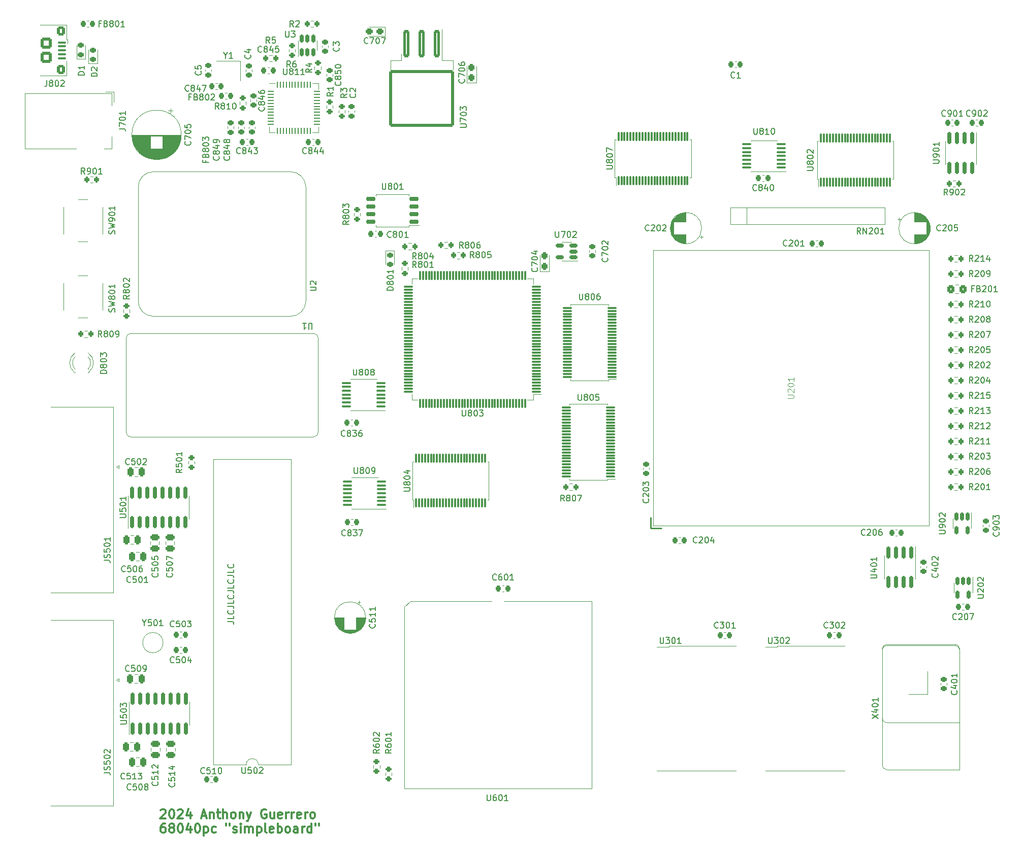
<source format=gto>
G04 #@! TF.GenerationSoftware,KiCad,Pcbnew,7.0.10*
G04 #@! TF.CreationDate,2024-03-15T17:14:54-07:00*
G04 #@! TF.ProjectId,testboard,74657374-626f-4617-9264-2e6b69636164,rev?*
G04 #@! TF.SameCoordinates,Original*
G04 #@! TF.FileFunction,Legend,Top*
G04 #@! TF.FilePolarity,Positive*
%FSLAX46Y46*%
G04 Gerber Fmt 4.6, Leading zero omitted, Abs format (unit mm)*
G04 Created by KiCad (PCBNEW 7.0.10) date 2024-03-15 17:14:54*
%MOMM*%
%LPD*%
G01*
G04 APERTURE LIST*
G04 Aperture macros list*
%AMRoundRect*
0 Rectangle with rounded corners*
0 $1 Rounding radius*
0 $2 $3 $4 $5 $6 $7 $8 $9 X,Y pos of 4 corners*
0 Add a 4 corners polygon primitive as box body*
4,1,4,$2,$3,$4,$5,$6,$7,$8,$9,$2,$3,0*
0 Add four circle primitives for the rounded corners*
1,1,$1+$1,$2,$3*
1,1,$1+$1,$4,$5*
1,1,$1+$1,$6,$7*
1,1,$1+$1,$8,$9*
0 Add four rect primitives between the rounded corners*
20,1,$1+$1,$2,$3,$4,$5,0*
20,1,$1+$1,$4,$5,$6,$7,0*
20,1,$1+$1,$6,$7,$8,$9,0*
20,1,$1+$1,$8,$9,$2,$3,0*%
G04 Aperture macros list end*
%ADD10C,0.150000*%
%ADD11C,0.300000*%
%ADD12C,0.100000*%
%ADD13C,0.120000*%
%ADD14C,0.250000*%
%ADD15C,3.200000*%
%ADD16RoundRect,0.100000X-0.575000X0.100000X-0.575000X-0.100000X0.575000X-0.100000X0.575000X0.100000X0*%
%ADD17O,1.600000X0.900000*%
%ADD18RoundRect,0.250000X-0.450000X0.550000X-0.450000X-0.550000X0.450000X-0.550000X0.450000X0.550000X0*%
%ADD19RoundRect,0.250000X-0.700000X0.700000X-0.700000X-0.700000X0.700000X-0.700000X0.700000X0.700000X0*%
%ADD20R,1.600000X0.600000*%
%ADD21R,1.200000X1.200000*%
%ADD22C,1.200000*%
%ADD23RoundRect,0.200000X-0.275000X0.200000X-0.275000X-0.200000X0.275000X-0.200000X0.275000X0.200000X0*%
%ADD24R,1.600000X1.600000*%
%ADD25C,1.600000*%
%ADD26RoundRect,0.225000X0.250000X-0.225000X0.250000X0.225000X-0.250000X0.225000X-0.250000X-0.225000X0*%
%ADD27RoundRect,0.250000X-0.300000X2.050000X-0.300000X-2.050000X0.300000X-2.050000X0.300000X2.050000X0*%
%ADD28RoundRect,0.250002X-5.149998X4.449998X-5.149998X-4.449998X5.149998X-4.449998X5.149998X4.449998X0*%
%ADD29RoundRect,0.250000X0.275000X-0.312500X0.275000X0.312500X-0.275000X0.312500X-0.275000X-0.312500X0*%
%ADD30RoundRect,0.200000X0.200000X0.275000X-0.200000X0.275000X-0.200000X-0.275000X0.200000X-0.275000X0*%
%ADD31RoundRect,0.200000X-0.200000X-0.275000X0.200000X-0.275000X0.200000X0.275000X-0.200000X0.275000X0*%
%ADD32RoundRect,0.150000X-0.150000X0.512500X-0.150000X-0.512500X0.150000X-0.512500X0.150000X0.512500X0*%
%ADD33RoundRect,0.250000X-0.325000X-0.450000X0.325000X-0.450000X0.325000X0.450000X-0.325000X0.450000X0*%
%ADD34RoundRect,0.225000X0.225000X0.250000X-0.225000X0.250000X-0.225000X-0.250000X0.225000X-0.250000X0*%
%ADD35R,2.000000X4.600000*%
%ADD36O,2.000000X4.200000*%
%ADD37O,4.200000X2.000000*%
%ADD38R,1.422400X1.422400*%
%ADD39C,1.000000*%
%ADD40RoundRect,0.250000X-0.475000X0.250000X-0.475000X-0.250000X0.475000X-0.250000X0.475000X0.250000X0*%
%ADD41RoundRect,0.218750X0.256250X-0.218750X0.256250X0.218750X-0.256250X0.218750X-0.256250X-0.218750X0*%
%ADD42RoundRect,0.225000X-0.225000X-0.250000X0.225000X-0.250000X0.225000X0.250000X-0.225000X0.250000X0*%
%ADD43RoundRect,0.150000X0.650000X0.150000X-0.650000X0.150000X-0.650000X-0.150000X0.650000X-0.150000X0*%
%ADD44RoundRect,0.218750X-0.256250X0.218750X-0.256250X-0.218750X0.256250X-0.218750X0.256250X0.218750X0*%
%ADD45O,1.600000X1.600000*%
%ADD46R,1.400000X1.200000*%
%ADD47RoundRect,0.250000X0.250000X0.475000X-0.250000X0.475000X-0.250000X-0.475000X0.250000X-0.475000X0*%
%ADD48C,4.000000*%
%ADD49RoundRect,0.075000X0.075000X-0.662500X0.075000X0.662500X-0.075000X0.662500X-0.075000X-0.662500X0*%
%ADD50C,2.000000*%
%ADD51RoundRect,0.062500X-0.412500X-0.062500X0.412500X-0.062500X0.412500X0.062500X-0.412500X0.062500X0*%
%ADD52RoundRect,0.062500X-0.062500X-0.412500X0.062500X-0.412500X0.062500X0.412500X-0.062500X0.412500X0*%
%ADD53R,6.200000X6.200000*%
%ADD54RoundRect,0.225000X-0.250000X0.225000X-0.250000X-0.225000X0.250000X-0.225000X0.250000X0.225000X0*%
%ADD55R,1.800000X1.800000*%
%ADD56C,1.800000*%
%ADD57RoundRect,0.150000X0.150000X-0.825000X0.150000X0.825000X-0.150000X0.825000X-0.150000X-0.825000X0*%
%ADD58RoundRect,0.218750X0.218750X0.256250X-0.218750X0.256250X-0.218750X-0.256250X0.218750X-0.256250X0*%
%ADD59RoundRect,0.100000X0.637500X0.100000X-0.637500X0.100000X-0.637500X-0.100000X0.637500X-0.100000X0*%
%ADD60RoundRect,0.075000X0.662500X0.075000X-0.662500X0.075000X-0.662500X-0.075000X0.662500X-0.075000X0*%
%ADD61RoundRect,0.075000X0.075000X0.662500X-0.075000X0.662500X-0.075000X-0.662500X0.075000X-0.662500X0*%
%ADD62RoundRect,0.250000X-0.250000X-0.475000X0.250000X-0.475000X0.250000X0.475000X-0.250000X0.475000X0*%
%ADD63RoundRect,0.200000X0.275000X-0.200000X0.275000X0.200000X-0.275000X0.200000X-0.275000X-0.200000X0*%
%ADD64C,2.500000*%
%ADD65C,1.524000*%
%ADD66RoundRect,0.150000X0.150000X-0.512500X0.150000X0.512500X-0.150000X0.512500X-0.150000X-0.512500X0*%
%ADD67RoundRect,0.250000X0.312500X0.275000X-0.312500X0.275000X-0.312500X-0.275000X0.312500X-0.275000X0*%
%ADD68R,1.100000X1.300000*%
%ADD69RoundRect,0.150000X-0.150000X0.825000X-0.150000X-0.825000X0.150000X-0.825000X0.150000X0.825000X0*%
%ADD70RoundRect,0.150000X0.512500X0.150000X-0.512500X0.150000X-0.512500X-0.150000X0.512500X-0.150000X0*%
G04 APERTURE END LIST*
D10*
X56869819Y-120977506D02*
X57584104Y-120977506D01*
X57584104Y-120977506D02*
X57726961Y-121025125D01*
X57726961Y-121025125D02*
X57822200Y-121120363D01*
X57822200Y-121120363D02*
X57869819Y-121263220D01*
X57869819Y-121263220D02*
X57869819Y-121358458D01*
X57869819Y-120025125D02*
X57869819Y-120501315D01*
X57869819Y-120501315D02*
X56869819Y-120501315D01*
X57774580Y-119120363D02*
X57822200Y-119167982D01*
X57822200Y-119167982D02*
X57869819Y-119310839D01*
X57869819Y-119310839D02*
X57869819Y-119406077D01*
X57869819Y-119406077D02*
X57822200Y-119548934D01*
X57822200Y-119548934D02*
X57726961Y-119644172D01*
X57726961Y-119644172D02*
X57631723Y-119691791D01*
X57631723Y-119691791D02*
X57441247Y-119739410D01*
X57441247Y-119739410D02*
X57298390Y-119739410D01*
X57298390Y-119739410D02*
X57107914Y-119691791D01*
X57107914Y-119691791D02*
X57012676Y-119644172D01*
X57012676Y-119644172D02*
X56917438Y-119548934D01*
X56917438Y-119548934D02*
X56869819Y-119406077D01*
X56869819Y-119406077D02*
X56869819Y-119310839D01*
X56869819Y-119310839D02*
X56917438Y-119167982D01*
X56917438Y-119167982D02*
X56965057Y-119120363D01*
X56869819Y-118406077D02*
X57584104Y-118406077D01*
X57584104Y-118406077D02*
X57726961Y-118453696D01*
X57726961Y-118453696D02*
X57822200Y-118548934D01*
X57822200Y-118548934D02*
X57869819Y-118691791D01*
X57869819Y-118691791D02*
X57869819Y-118787029D01*
X57869819Y-117453696D02*
X57869819Y-117929886D01*
X57869819Y-117929886D02*
X56869819Y-117929886D01*
X57774580Y-116548934D02*
X57822200Y-116596553D01*
X57822200Y-116596553D02*
X57869819Y-116739410D01*
X57869819Y-116739410D02*
X57869819Y-116834648D01*
X57869819Y-116834648D02*
X57822200Y-116977505D01*
X57822200Y-116977505D02*
X57726961Y-117072743D01*
X57726961Y-117072743D02*
X57631723Y-117120362D01*
X57631723Y-117120362D02*
X57441247Y-117167981D01*
X57441247Y-117167981D02*
X57298390Y-117167981D01*
X57298390Y-117167981D02*
X57107914Y-117120362D01*
X57107914Y-117120362D02*
X57012676Y-117072743D01*
X57012676Y-117072743D02*
X56917438Y-116977505D01*
X56917438Y-116977505D02*
X56869819Y-116834648D01*
X56869819Y-116834648D02*
X56869819Y-116739410D01*
X56869819Y-116739410D02*
X56917438Y-116596553D01*
X56917438Y-116596553D02*
X56965057Y-116548934D01*
X56869819Y-115834648D02*
X57584104Y-115834648D01*
X57584104Y-115834648D02*
X57726961Y-115882267D01*
X57726961Y-115882267D02*
X57822200Y-115977505D01*
X57822200Y-115977505D02*
X57869819Y-116120362D01*
X57869819Y-116120362D02*
X57869819Y-116215600D01*
X57869819Y-114882267D02*
X57869819Y-115358457D01*
X57869819Y-115358457D02*
X56869819Y-115358457D01*
X57774580Y-113977505D02*
X57822200Y-114025124D01*
X57822200Y-114025124D02*
X57869819Y-114167981D01*
X57869819Y-114167981D02*
X57869819Y-114263219D01*
X57869819Y-114263219D02*
X57822200Y-114406076D01*
X57822200Y-114406076D02*
X57726961Y-114501314D01*
X57726961Y-114501314D02*
X57631723Y-114548933D01*
X57631723Y-114548933D02*
X57441247Y-114596552D01*
X57441247Y-114596552D02*
X57298390Y-114596552D01*
X57298390Y-114596552D02*
X57107914Y-114548933D01*
X57107914Y-114548933D02*
X57012676Y-114501314D01*
X57012676Y-114501314D02*
X56917438Y-114406076D01*
X56917438Y-114406076D02*
X56869819Y-114263219D01*
X56869819Y-114263219D02*
X56869819Y-114167981D01*
X56869819Y-114167981D02*
X56917438Y-114025124D01*
X56917438Y-114025124D02*
X56965057Y-113977505D01*
X56869819Y-113263219D02*
X57584104Y-113263219D01*
X57584104Y-113263219D02*
X57726961Y-113310838D01*
X57726961Y-113310838D02*
X57822200Y-113406076D01*
X57822200Y-113406076D02*
X57869819Y-113548933D01*
X57869819Y-113548933D02*
X57869819Y-113644171D01*
X57869819Y-112310838D02*
X57869819Y-112787028D01*
X57869819Y-112787028D02*
X56869819Y-112787028D01*
X57774580Y-111406076D02*
X57822200Y-111453695D01*
X57822200Y-111453695D02*
X57869819Y-111596552D01*
X57869819Y-111596552D02*
X57869819Y-111691790D01*
X57869819Y-111691790D02*
X57822200Y-111834647D01*
X57822200Y-111834647D02*
X57726961Y-111929885D01*
X57726961Y-111929885D02*
X57631723Y-111977504D01*
X57631723Y-111977504D02*
X57441247Y-112025123D01*
X57441247Y-112025123D02*
X57298390Y-112025123D01*
X57298390Y-112025123D02*
X57107914Y-111977504D01*
X57107914Y-111977504D02*
X57012676Y-111929885D01*
X57012676Y-111929885D02*
X56917438Y-111834647D01*
X56917438Y-111834647D02*
X56869819Y-111691790D01*
X56869819Y-111691790D02*
X56869819Y-111596552D01*
X56869819Y-111596552D02*
X56917438Y-111453695D01*
X56917438Y-111453695D02*
X56965057Y-111406076D01*
D11*
X45683082Y-152428685D02*
X45754510Y-152357257D01*
X45754510Y-152357257D02*
X45897368Y-152285828D01*
X45897368Y-152285828D02*
X46254510Y-152285828D01*
X46254510Y-152285828D02*
X46397368Y-152357257D01*
X46397368Y-152357257D02*
X46468796Y-152428685D01*
X46468796Y-152428685D02*
X46540225Y-152571542D01*
X46540225Y-152571542D02*
X46540225Y-152714400D01*
X46540225Y-152714400D02*
X46468796Y-152928685D01*
X46468796Y-152928685D02*
X45611653Y-153785828D01*
X45611653Y-153785828D02*
X46540225Y-153785828D01*
X47468796Y-152285828D02*
X47611653Y-152285828D01*
X47611653Y-152285828D02*
X47754510Y-152357257D01*
X47754510Y-152357257D02*
X47825939Y-152428685D01*
X47825939Y-152428685D02*
X47897367Y-152571542D01*
X47897367Y-152571542D02*
X47968796Y-152857257D01*
X47968796Y-152857257D02*
X47968796Y-153214400D01*
X47968796Y-153214400D02*
X47897367Y-153500114D01*
X47897367Y-153500114D02*
X47825939Y-153642971D01*
X47825939Y-153642971D02*
X47754510Y-153714400D01*
X47754510Y-153714400D02*
X47611653Y-153785828D01*
X47611653Y-153785828D02*
X47468796Y-153785828D01*
X47468796Y-153785828D02*
X47325939Y-153714400D01*
X47325939Y-153714400D02*
X47254510Y-153642971D01*
X47254510Y-153642971D02*
X47183081Y-153500114D01*
X47183081Y-153500114D02*
X47111653Y-153214400D01*
X47111653Y-153214400D02*
X47111653Y-152857257D01*
X47111653Y-152857257D02*
X47183081Y-152571542D01*
X47183081Y-152571542D02*
X47254510Y-152428685D01*
X47254510Y-152428685D02*
X47325939Y-152357257D01*
X47325939Y-152357257D02*
X47468796Y-152285828D01*
X48540224Y-152428685D02*
X48611652Y-152357257D01*
X48611652Y-152357257D02*
X48754510Y-152285828D01*
X48754510Y-152285828D02*
X49111652Y-152285828D01*
X49111652Y-152285828D02*
X49254510Y-152357257D01*
X49254510Y-152357257D02*
X49325938Y-152428685D01*
X49325938Y-152428685D02*
X49397367Y-152571542D01*
X49397367Y-152571542D02*
X49397367Y-152714400D01*
X49397367Y-152714400D02*
X49325938Y-152928685D01*
X49325938Y-152928685D02*
X48468795Y-153785828D01*
X48468795Y-153785828D02*
X49397367Y-153785828D01*
X50683081Y-152785828D02*
X50683081Y-153785828D01*
X50325938Y-152214400D02*
X49968795Y-153285828D01*
X49968795Y-153285828D02*
X50897366Y-153285828D01*
X52540223Y-153357257D02*
X53254509Y-153357257D01*
X52397366Y-153785828D02*
X52897366Y-152285828D01*
X52897366Y-152285828D02*
X53397366Y-153785828D01*
X53897365Y-152785828D02*
X53897365Y-153785828D01*
X53897365Y-152928685D02*
X53968794Y-152857257D01*
X53968794Y-152857257D02*
X54111651Y-152785828D01*
X54111651Y-152785828D02*
X54325937Y-152785828D01*
X54325937Y-152785828D02*
X54468794Y-152857257D01*
X54468794Y-152857257D02*
X54540223Y-153000114D01*
X54540223Y-153000114D02*
X54540223Y-153785828D01*
X55040223Y-152785828D02*
X55611651Y-152785828D01*
X55254508Y-152285828D02*
X55254508Y-153571542D01*
X55254508Y-153571542D02*
X55325937Y-153714400D01*
X55325937Y-153714400D02*
X55468794Y-153785828D01*
X55468794Y-153785828D02*
X55611651Y-153785828D01*
X56111651Y-153785828D02*
X56111651Y-152285828D01*
X56754509Y-153785828D02*
X56754509Y-153000114D01*
X56754509Y-153000114D02*
X56683080Y-152857257D01*
X56683080Y-152857257D02*
X56540223Y-152785828D01*
X56540223Y-152785828D02*
X56325937Y-152785828D01*
X56325937Y-152785828D02*
X56183080Y-152857257D01*
X56183080Y-152857257D02*
X56111651Y-152928685D01*
X57683080Y-153785828D02*
X57540223Y-153714400D01*
X57540223Y-153714400D02*
X57468794Y-153642971D01*
X57468794Y-153642971D02*
X57397366Y-153500114D01*
X57397366Y-153500114D02*
X57397366Y-153071542D01*
X57397366Y-153071542D02*
X57468794Y-152928685D01*
X57468794Y-152928685D02*
X57540223Y-152857257D01*
X57540223Y-152857257D02*
X57683080Y-152785828D01*
X57683080Y-152785828D02*
X57897366Y-152785828D01*
X57897366Y-152785828D02*
X58040223Y-152857257D01*
X58040223Y-152857257D02*
X58111652Y-152928685D01*
X58111652Y-152928685D02*
X58183080Y-153071542D01*
X58183080Y-153071542D02*
X58183080Y-153500114D01*
X58183080Y-153500114D02*
X58111652Y-153642971D01*
X58111652Y-153642971D02*
X58040223Y-153714400D01*
X58040223Y-153714400D02*
X57897366Y-153785828D01*
X57897366Y-153785828D02*
X57683080Y-153785828D01*
X58825937Y-152785828D02*
X58825937Y-153785828D01*
X58825937Y-152928685D02*
X58897366Y-152857257D01*
X58897366Y-152857257D02*
X59040223Y-152785828D01*
X59040223Y-152785828D02*
X59254509Y-152785828D01*
X59254509Y-152785828D02*
X59397366Y-152857257D01*
X59397366Y-152857257D02*
X59468795Y-153000114D01*
X59468795Y-153000114D02*
X59468795Y-153785828D01*
X60040223Y-152785828D02*
X60397366Y-153785828D01*
X60754509Y-152785828D02*
X60397366Y-153785828D01*
X60397366Y-153785828D02*
X60254509Y-154142971D01*
X60254509Y-154142971D02*
X60183080Y-154214400D01*
X60183080Y-154214400D02*
X60040223Y-154285828D01*
X63254509Y-152357257D02*
X63111652Y-152285828D01*
X63111652Y-152285828D02*
X62897366Y-152285828D01*
X62897366Y-152285828D02*
X62683080Y-152357257D01*
X62683080Y-152357257D02*
X62540223Y-152500114D01*
X62540223Y-152500114D02*
X62468794Y-152642971D01*
X62468794Y-152642971D02*
X62397366Y-152928685D01*
X62397366Y-152928685D02*
X62397366Y-153142971D01*
X62397366Y-153142971D02*
X62468794Y-153428685D01*
X62468794Y-153428685D02*
X62540223Y-153571542D01*
X62540223Y-153571542D02*
X62683080Y-153714400D01*
X62683080Y-153714400D02*
X62897366Y-153785828D01*
X62897366Y-153785828D02*
X63040223Y-153785828D01*
X63040223Y-153785828D02*
X63254509Y-153714400D01*
X63254509Y-153714400D02*
X63325937Y-153642971D01*
X63325937Y-153642971D02*
X63325937Y-153142971D01*
X63325937Y-153142971D02*
X63040223Y-153142971D01*
X64611652Y-152785828D02*
X64611652Y-153785828D01*
X63968794Y-152785828D02*
X63968794Y-153571542D01*
X63968794Y-153571542D02*
X64040223Y-153714400D01*
X64040223Y-153714400D02*
X64183080Y-153785828D01*
X64183080Y-153785828D02*
X64397366Y-153785828D01*
X64397366Y-153785828D02*
X64540223Y-153714400D01*
X64540223Y-153714400D02*
X64611652Y-153642971D01*
X65897366Y-153714400D02*
X65754509Y-153785828D01*
X65754509Y-153785828D02*
X65468795Y-153785828D01*
X65468795Y-153785828D02*
X65325937Y-153714400D01*
X65325937Y-153714400D02*
X65254509Y-153571542D01*
X65254509Y-153571542D02*
X65254509Y-153000114D01*
X65254509Y-153000114D02*
X65325937Y-152857257D01*
X65325937Y-152857257D02*
X65468795Y-152785828D01*
X65468795Y-152785828D02*
X65754509Y-152785828D01*
X65754509Y-152785828D02*
X65897366Y-152857257D01*
X65897366Y-152857257D02*
X65968795Y-153000114D01*
X65968795Y-153000114D02*
X65968795Y-153142971D01*
X65968795Y-153142971D02*
X65254509Y-153285828D01*
X66611651Y-153785828D02*
X66611651Y-152785828D01*
X66611651Y-153071542D02*
X66683080Y-152928685D01*
X66683080Y-152928685D02*
X66754509Y-152857257D01*
X66754509Y-152857257D02*
X66897366Y-152785828D01*
X66897366Y-152785828D02*
X67040223Y-152785828D01*
X67540222Y-153785828D02*
X67540222Y-152785828D01*
X67540222Y-153071542D02*
X67611651Y-152928685D01*
X67611651Y-152928685D02*
X67683080Y-152857257D01*
X67683080Y-152857257D02*
X67825937Y-152785828D01*
X67825937Y-152785828D02*
X67968794Y-152785828D01*
X69040222Y-153714400D02*
X68897365Y-153785828D01*
X68897365Y-153785828D02*
X68611651Y-153785828D01*
X68611651Y-153785828D02*
X68468793Y-153714400D01*
X68468793Y-153714400D02*
X68397365Y-153571542D01*
X68397365Y-153571542D02*
X68397365Y-153000114D01*
X68397365Y-153000114D02*
X68468793Y-152857257D01*
X68468793Y-152857257D02*
X68611651Y-152785828D01*
X68611651Y-152785828D02*
X68897365Y-152785828D01*
X68897365Y-152785828D02*
X69040222Y-152857257D01*
X69040222Y-152857257D02*
X69111651Y-153000114D01*
X69111651Y-153000114D02*
X69111651Y-153142971D01*
X69111651Y-153142971D02*
X68397365Y-153285828D01*
X69754507Y-153785828D02*
X69754507Y-152785828D01*
X69754507Y-153071542D02*
X69825936Y-152928685D01*
X69825936Y-152928685D02*
X69897365Y-152857257D01*
X69897365Y-152857257D02*
X70040222Y-152785828D01*
X70040222Y-152785828D02*
X70183079Y-152785828D01*
X70897364Y-153785828D02*
X70754507Y-153714400D01*
X70754507Y-153714400D02*
X70683078Y-153642971D01*
X70683078Y-153642971D02*
X70611650Y-153500114D01*
X70611650Y-153500114D02*
X70611650Y-153071542D01*
X70611650Y-153071542D02*
X70683078Y-152928685D01*
X70683078Y-152928685D02*
X70754507Y-152857257D01*
X70754507Y-152857257D02*
X70897364Y-152785828D01*
X70897364Y-152785828D02*
X71111650Y-152785828D01*
X71111650Y-152785828D02*
X71254507Y-152857257D01*
X71254507Y-152857257D02*
X71325936Y-152928685D01*
X71325936Y-152928685D02*
X71397364Y-153071542D01*
X71397364Y-153071542D02*
X71397364Y-153500114D01*
X71397364Y-153500114D02*
X71325936Y-153642971D01*
X71325936Y-153642971D02*
X71254507Y-153714400D01*
X71254507Y-153714400D02*
X71111650Y-153785828D01*
X71111650Y-153785828D02*
X70897364Y-153785828D01*
X46397368Y-154700828D02*
X46111653Y-154700828D01*
X46111653Y-154700828D02*
X45968796Y-154772257D01*
X45968796Y-154772257D02*
X45897368Y-154843685D01*
X45897368Y-154843685D02*
X45754510Y-155057971D01*
X45754510Y-155057971D02*
X45683082Y-155343685D01*
X45683082Y-155343685D02*
X45683082Y-155915114D01*
X45683082Y-155915114D02*
X45754510Y-156057971D01*
X45754510Y-156057971D02*
X45825939Y-156129400D01*
X45825939Y-156129400D02*
X45968796Y-156200828D01*
X45968796Y-156200828D02*
X46254510Y-156200828D01*
X46254510Y-156200828D02*
X46397368Y-156129400D01*
X46397368Y-156129400D02*
X46468796Y-156057971D01*
X46468796Y-156057971D02*
X46540225Y-155915114D01*
X46540225Y-155915114D02*
X46540225Y-155557971D01*
X46540225Y-155557971D02*
X46468796Y-155415114D01*
X46468796Y-155415114D02*
X46397368Y-155343685D01*
X46397368Y-155343685D02*
X46254510Y-155272257D01*
X46254510Y-155272257D02*
X45968796Y-155272257D01*
X45968796Y-155272257D02*
X45825939Y-155343685D01*
X45825939Y-155343685D02*
X45754510Y-155415114D01*
X45754510Y-155415114D02*
X45683082Y-155557971D01*
X47397367Y-155343685D02*
X47254510Y-155272257D01*
X47254510Y-155272257D02*
X47183081Y-155200828D01*
X47183081Y-155200828D02*
X47111653Y-155057971D01*
X47111653Y-155057971D02*
X47111653Y-154986542D01*
X47111653Y-154986542D02*
X47183081Y-154843685D01*
X47183081Y-154843685D02*
X47254510Y-154772257D01*
X47254510Y-154772257D02*
X47397367Y-154700828D01*
X47397367Y-154700828D02*
X47683081Y-154700828D01*
X47683081Y-154700828D02*
X47825939Y-154772257D01*
X47825939Y-154772257D02*
X47897367Y-154843685D01*
X47897367Y-154843685D02*
X47968796Y-154986542D01*
X47968796Y-154986542D02*
X47968796Y-155057971D01*
X47968796Y-155057971D02*
X47897367Y-155200828D01*
X47897367Y-155200828D02*
X47825939Y-155272257D01*
X47825939Y-155272257D02*
X47683081Y-155343685D01*
X47683081Y-155343685D02*
X47397367Y-155343685D01*
X47397367Y-155343685D02*
X47254510Y-155415114D01*
X47254510Y-155415114D02*
X47183081Y-155486542D01*
X47183081Y-155486542D02*
X47111653Y-155629400D01*
X47111653Y-155629400D02*
X47111653Y-155915114D01*
X47111653Y-155915114D02*
X47183081Y-156057971D01*
X47183081Y-156057971D02*
X47254510Y-156129400D01*
X47254510Y-156129400D02*
X47397367Y-156200828D01*
X47397367Y-156200828D02*
X47683081Y-156200828D01*
X47683081Y-156200828D02*
X47825939Y-156129400D01*
X47825939Y-156129400D02*
X47897367Y-156057971D01*
X47897367Y-156057971D02*
X47968796Y-155915114D01*
X47968796Y-155915114D02*
X47968796Y-155629400D01*
X47968796Y-155629400D02*
X47897367Y-155486542D01*
X47897367Y-155486542D02*
X47825939Y-155415114D01*
X47825939Y-155415114D02*
X47683081Y-155343685D01*
X48897367Y-154700828D02*
X49040224Y-154700828D01*
X49040224Y-154700828D02*
X49183081Y-154772257D01*
X49183081Y-154772257D02*
X49254510Y-154843685D01*
X49254510Y-154843685D02*
X49325938Y-154986542D01*
X49325938Y-154986542D02*
X49397367Y-155272257D01*
X49397367Y-155272257D02*
X49397367Y-155629400D01*
X49397367Y-155629400D02*
X49325938Y-155915114D01*
X49325938Y-155915114D02*
X49254510Y-156057971D01*
X49254510Y-156057971D02*
X49183081Y-156129400D01*
X49183081Y-156129400D02*
X49040224Y-156200828D01*
X49040224Y-156200828D02*
X48897367Y-156200828D01*
X48897367Y-156200828D02*
X48754510Y-156129400D01*
X48754510Y-156129400D02*
X48683081Y-156057971D01*
X48683081Y-156057971D02*
X48611652Y-155915114D01*
X48611652Y-155915114D02*
X48540224Y-155629400D01*
X48540224Y-155629400D02*
X48540224Y-155272257D01*
X48540224Y-155272257D02*
X48611652Y-154986542D01*
X48611652Y-154986542D02*
X48683081Y-154843685D01*
X48683081Y-154843685D02*
X48754510Y-154772257D01*
X48754510Y-154772257D02*
X48897367Y-154700828D01*
X50683081Y-155200828D02*
X50683081Y-156200828D01*
X50325938Y-154629400D02*
X49968795Y-155700828D01*
X49968795Y-155700828D02*
X50897366Y-155700828D01*
X51754509Y-154700828D02*
X51897366Y-154700828D01*
X51897366Y-154700828D02*
X52040223Y-154772257D01*
X52040223Y-154772257D02*
X52111652Y-154843685D01*
X52111652Y-154843685D02*
X52183080Y-154986542D01*
X52183080Y-154986542D02*
X52254509Y-155272257D01*
X52254509Y-155272257D02*
X52254509Y-155629400D01*
X52254509Y-155629400D02*
X52183080Y-155915114D01*
X52183080Y-155915114D02*
X52111652Y-156057971D01*
X52111652Y-156057971D02*
X52040223Y-156129400D01*
X52040223Y-156129400D02*
X51897366Y-156200828D01*
X51897366Y-156200828D02*
X51754509Y-156200828D01*
X51754509Y-156200828D02*
X51611652Y-156129400D01*
X51611652Y-156129400D02*
X51540223Y-156057971D01*
X51540223Y-156057971D02*
X51468794Y-155915114D01*
X51468794Y-155915114D02*
X51397366Y-155629400D01*
X51397366Y-155629400D02*
X51397366Y-155272257D01*
X51397366Y-155272257D02*
X51468794Y-154986542D01*
X51468794Y-154986542D02*
X51540223Y-154843685D01*
X51540223Y-154843685D02*
X51611652Y-154772257D01*
X51611652Y-154772257D02*
X51754509Y-154700828D01*
X52897365Y-155200828D02*
X52897365Y-156700828D01*
X52897365Y-155272257D02*
X53040223Y-155200828D01*
X53040223Y-155200828D02*
X53325937Y-155200828D01*
X53325937Y-155200828D02*
X53468794Y-155272257D01*
X53468794Y-155272257D02*
X53540223Y-155343685D01*
X53540223Y-155343685D02*
X53611651Y-155486542D01*
X53611651Y-155486542D02*
X53611651Y-155915114D01*
X53611651Y-155915114D02*
X53540223Y-156057971D01*
X53540223Y-156057971D02*
X53468794Y-156129400D01*
X53468794Y-156129400D02*
X53325937Y-156200828D01*
X53325937Y-156200828D02*
X53040223Y-156200828D01*
X53040223Y-156200828D02*
X52897365Y-156129400D01*
X54897366Y-156129400D02*
X54754508Y-156200828D01*
X54754508Y-156200828D02*
X54468794Y-156200828D01*
X54468794Y-156200828D02*
X54325937Y-156129400D01*
X54325937Y-156129400D02*
X54254508Y-156057971D01*
X54254508Y-156057971D02*
X54183080Y-155915114D01*
X54183080Y-155915114D02*
X54183080Y-155486542D01*
X54183080Y-155486542D02*
X54254508Y-155343685D01*
X54254508Y-155343685D02*
X54325937Y-155272257D01*
X54325937Y-155272257D02*
X54468794Y-155200828D01*
X54468794Y-155200828D02*
X54754508Y-155200828D01*
X54754508Y-155200828D02*
X54897366Y-155272257D01*
X56611651Y-154700828D02*
X56611651Y-154986542D01*
X57183079Y-154700828D02*
X57183079Y-154986542D01*
X57754508Y-156129400D02*
X57897365Y-156200828D01*
X57897365Y-156200828D02*
X58183079Y-156200828D01*
X58183079Y-156200828D02*
X58325936Y-156129400D01*
X58325936Y-156129400D02*
X58397365Y-155986542D01*
X58397365Y-155986542D02*
X58397365Y-155915114D01*
X58397365Y-155915114D02*
X58325936Y-155772257D01*
X58325936Y-155772257D02*
X58183079Y-155700828D01*
X58183079Y-155700828D02*
X57968794Y-155700828D01*
X57968794Y-155700828D02*
X57825936Y-155629400D01*
X57825936Y-155629400D02*
X57754508Y-155486542D01*
X57754508Y-155486542D02*
X57754508Y-155415114D01*
X57754508Y-155415114D02*
X57825936Y-155272257D01*
X57825936Y-155272257D02*
X57968794Y-155200828D01*
X57968794Y-155200828D02*
X58183079Y-155200828D01*
X58183079Y-155200828D02*
X58325936Y-155272257D01*
X59040222Y-156200828D02*
X59040222Y-155200828D01*
X59040222Y-154700828D02*
X58968794Y-154772257D01*
X58968794Y-154772257D02*
X59040222Y-154843685D01*
X59040222Y-154843685D02*
X59111651Y-154772257D01*
X59111651Y-154772257D02*
X59040222Y-154700828D01*
X59040222Y-154700828D02*
X59040222Y-154843685D01*
X59754508Y-156200828D02*
X59754508Y-155200828D01*
X59754508Y-155343685D02*
X59825937Y-155272257D01*
X59825937Y-155272257D02*
X59968794Y-155200828D01*
X59968794Y-155200828D02*
X60183080Y-155200828D01*
X60183080Y-155200828D02*
X60325937Y-155272257D01*
X60325937Y-155272257D02*
X60397366Y-155415114D01*
X60397366Y-155415114D02*
X60397366Y-156200828D01*
X60397366Y-155415114D02*
X60468794Y-155272257D01*
X60468794Y-155272257D02*
X60611651Y-155200828D01*
X60611651Y-155200828D02*
X60825937Y-155200828D01*
X60825937Y-155200828D02*
X60968794Y-155272257D01*
X60968794Y-155272257D02*
X61040223Y-155415114D01*
X61040223Y-155415114D02*
X61040223Y-156200828D01*
X61754508Y-155200828D02*
X61754508Y-156700828D01*
X61754508Y-155272257D02*
X61897366Y-155200828D01*
X61897366Y-155200828D02*
X62183080Y-155200828D01*
X62183080Y-155200828D02*
X62325937Y-155272257D01*
X62325937Y-155272257D02*
X62397366Y-155343685D01*
X62397366Y-155343685D02*
X62468794Y-155486542D01*
X62468794Y-155486542D02*
X62468794Y-155915114D01*
X62468794Y-155915114D02*
X62397366Y-156057971D01*
X62397366Y-156057971D02*
X62325937Y-156129400D01*
X62325937Y-156129400D02*
X62183080Y-156200828D01*
X62183080Y-156200828D02*
X61897366Y-156200828D01*
X61897366Y-156200828D02*
X61754508Y-156129400D01*
X63325937Y-156200828D02*
X63183080Y-156129400D01*
X63183080Y-156129400D02*
X63111651Y-155986542D01*
X63111651Y-155986542D02*
X63111651Y-154700828D01*
X64468794Y-156129400D02*
X64325937Y-156200828D01*
X64325937Y-156200828D02*
X64040223Y-156200828D01*
X64040223Y-156200828D02*
X63897365Y-156129400D01*
X63897365Y-156129400D02*
X63825937Y-155986542D01*
X63825937Y-155986542D02*
X63825937Y-155415114D01*
X63825937Y-155415114D02*
X63897365Y-155272257D01*
X63897365Y-155272257D02*
X64040223Y-155200828D01*
X64040223Y-155200828D02*
X64325937Y-155200828D01*
X64325937Y-155200828D02*
X64468794Y-155272257D01*
X64468794Y-155272257D02*
X64540223Y-155415114D01*
X64540223Y-155415114D02*
X64540223Y-155557971D01*
X64540223Y-155557971D02*
X63825937Y-155700828D01*
X65183079Y-156200828D02*
X65183079Y-154700828D01*
X65183079Y-155272257D02*
X65325937Y-155200828D01*
X65325937Y-155200828D02*
X65611651Y-155200828D01*
X65611651Y-155200828D02*
X65754508Y-155272257D01*
X65754508Y-155272257D02*
X65825937Y-155343685D01*
X65825937Y-155343685D02*
X65897365Y-155486542D01*
X65897365Y-155486542D02*
X65897365Y-155915114D01*
X65897365Y-155915114D02*
X65825937Y-156057971D01*
X65825937Y-156057971D02*
X65754508Y-156129400D01*
X65754508Y-156129400D02*
X65611651Y-156200828D01*
X65611651Y-156200828D02*
X65325937Y-156200828D01*
X65325937Y-156200828D02*
X65183079Y-156129400D01*
X66754508Y-156200828D02*
X66611651Y-156129400D01*
X66611651Y-156129400D02*
X66540222Y-156057971D01*
X66540222Y-156057971D02*
X66468794Y-155915114D01*
X66468794Y-155915114D02*
X66468794Y-155486542D01*
X66468794Y-155486542D02*
X66540222Y-155343685D01*
X66540222Y-155343685D02*
X66611651Y-155272257D01*
X66611651Y-155272257D02*
X66754508Y-155200828D01*
X66754508Y-155200828D02*
X66968794Y-155200828D01*
X66968794Y-155200828D02*
X67111651Y-155272257D01*
X67111651Y-155272257D02*
X67183080Y-155343685D01*
X67183080Y-155343685D02*
X67254508Y-155486542D01*
X67254508Y-155486542D02*
X67254508Y-155915114D01*
X67254508Y-155915114D02*
X67183080Y-156057971D01*
X67183080Y-156057971D02*
X67111651Y-156129400D01*
X67111651Y-156129400D02*
X66968794Y-156200828D01*
X66968794Y-156200828D02*
X66754508Y-156200828D01*
X68540223Y-156200828D02*
X68540223Y-155415114D01*
X68540223Y-155415114D02*
X68468794Y-155272257D01*
X68468794Y-155272257D02*
X68325937Y-155200828D01*
X68325937Y-155200828D02*
X68040223Y-155200828D01*
X68040223Y-155200828D02*
X67897365Y-155272257D01*
X68540223Y-156129400D02*
X68397365Y-156200828D01*
X68397365Y-156200828D02*
X68040223Y-156200828D01*
X68040223Y-156200828D02*
X67897365Y-156129400D01*
X67897365Y-156129400D02*
X67825937Y-155986542D01*
X67825937Y-155986542D02*
X67825937Y-155843685D01*
X67825937Y-155843685D02*
X67897365Y-155700828D01*
X67897365Y-155700828D02*
X68040223Y-155629400D01*
X68040223Y-155629400D02*
X68397365Y-155629400D01*
X68397365Y-155629400D02*
X68540223Y-155557971D01*
X69254508Y-156200828D02*
X69254508Y-155200828D01*
X69254508Y-155486542D02*
X69325937Y-155343685D01*
X69325937Y-155343685D02*
X69397366Y-155272257D01*
X69397366Y-155272257D02*
X69540223Y-155200828D01*
X69540223Y-155200828D02*
X69683080Y-155200828D01*
X70825937Y-156200828D02*
X70825937Y-154700828D01*
X70825937Y-156129400D02*
X70683079Y-156200828D01*
X70683079Y-156200828D02*
X70397365Y-156200828D01*
X70397365Y-156200828D02*
X70254508Y-156129400D01*
X70254508Y-156129400D02*
X70183079Y-156057971D01*
X70183079Y-156057971D02*
X70111651Y-155915114D01*
X70111651Y-155915114D02*
X70111651Y-155486542D01*
X70111651Y-155486542D02*
X70183079Y-155343685D01*
X70183079Y-155343685D02*
X70254508Y-155272257D01*
X70254508Y-155272257D02*
X70397365Y-155200828D01*
X70397365Y-155200828D02*
X70683079Y-155200828D01*
X70683079Y-155200828D02*
X70825937Y-155272257D01*
X71468794Y-154700828D02*
X71468794Y-154986542D01*
X72040222Y-154700828D02*
X72040222Y-154986542D01*
D10*
X26714285Y-30654819D02*
X26714285Y-31369104D01*
X26714285Y-31369104D02*
X26666666Y-31511961D01*
X26666666Y-31511961D02*
X26571428Y-31607200D01*
X26571428Y-31607200D02*
X26428571Y-31654819D01*
X26428571Y-31654819D02*
X26333333Y-31654819D01*
X27333333Y-31083390D02*
X27238095Y-31035771D01*
X27238095Y-31035771D02*
X27190476Y-30988152D01*
X27190476Y-30988152D02*
X27142857Y-30892914D01*
X27142857Y-30892914D02*
X27142857Y-30845295D01*
X27142857Y-30845295D02*
X27190476Y-30750057D01*
X27190476Y-30750057D02*
X27238095Y-30702438D01*
X27238095Y-30702438D02*
X27333333Y-30654819D01*
X27333333Y-30654819D02*
X27523809Y-30654819D01*
X27523809Y-30654819D02*
X27619047Y-30702438D01*
X27619047Y-30702438D02*
X27666666Y-30750057D01*
X27666666Y-30750057D02*
X27714285Y-30845295D01*
X27714285Y-30845295D02*
X27714285Y-30892914D01*
X27714285Y-30892914D02*
X27666666Y-30988152D01*
X27666666Y-30988152D02*
X27619047Y-31035771D01*
X27619047Y-31035771D02*
X27523809Y-31083390D01*
X27523809Y-31083390D02*
X27333333Y-31083390D01*
X27333333Y-31083390D02*
X27238095Y-31131009D01*
X27238095Y-31131009D02*
X27190476Y-31178628D01*
X27190476Y-31178628D02*
X27142857Y-31273866D01*
X27142857Y-31273866D02*
X27142857Y-31464342D01*
X27142857Y-31464342D02*
X27190476Y-31559580D01*
X27190476Y-31559580D02*
X27238095Y-31607200D01*
X27238095Y-31607200D02*
X27333333Y-31654819D01*
X27333333Y-31654819D02*
X27523809Y-31654819D01*
X27523809Y-31654819D02*
X27619047Y-31607200D01*
X27619047Y-31607200D02*
X27666666Y-31559580D01*
X27666666Y-31559580D02*
X27714285Y-31464342D01*
X27714285Y-31464342D02*
X27714285Y-31273866D01*
X27714285Y-31273866D02*
X27666666Y-31178628D01*
X27666666Y-31178628D02*
X27619047Y-31131009D01*
X27619047Y-31131009D02*
X27523809Y-31083390D01*
X28333333Y-30654819D02*
X28428571Y-30654819D01*
X28428571Y-30654819D02*
X28523809Y-30702438D01*
X28523809Y-30702438D02*
X28571428Y-30750057D01*
X28571428Y-30750057D02*
X28619047Y-30845295D01*
X28619047Y-30845295D02*
X28666666Y-31035771D01*
X28666666Y-31035771D02*
X28666666Y-31273866D01*
X28666666Y-31273866D02*
X28619047Y-31464342D01*
X28619047Y-31464342D02*
X28571428Y-31559580D01*
X28571428Y-31559580D02*
X28523809Y-31607200D01*
X28523809Y-31607200D02*
X28428571Y-31654819D01*
X28428571Y-31654819D02*
X28333333Y-31654819D01*
X28333333Y-31654819D02*
X28238095Y-31607200D01*
X28238095Y-31607200D02*
X28190476Y-31559580D01*
X28190476Y-31559580D02*
X28142857Y-31464342D01*
X28142857Y-31464342D02*
X28095238Y-31273866D01*
X28095238Y-31273866D02*
X28095238Y-31035771D01*
X28095238Y-31035771D02*
X28142857Y-30845295D01*
X28142857Y-30845295D02*
X28190476Y-30750057D01*
X28190476Y-30750057D02*
X28238095Y-30702438D01*
X28238095Y-30702438D02*
X28333333Y-30654819D01*
X29047619Y-30750057D02*
X29095238Y-30702438D01*
X29095238Y-30702438D02*
X29190476Y-30654819D01*
X29190476Y-30654819D02*
X29428571Y-30654819D01*
X29428571Y-30654819D02*
X29523809Y-30702438D01*
X29523809Y-30702438D02*
X29571428Y-30750057D01*
X29571428Y-30750057D02*
X29619047Y-30845295D01*
X29619047Y-30845295D02*
X29619047Y-30940533D01*
X29619047Y-30940533D02*
X29571428Y-31083390D01*
X29571428Y-31083390D02*
X29000000Y-31654819D01*
X29000000Y-31654819D02*
X29619047Y-31654819D01*
X147015714Y-123629819D02*
X147015714Y-124439342D01*
X147015714Y-124439342D02*
X147063333Y-124534580D01*
X147063333Y-124534580D02*
X147110952Y-124582200D01*
X147110952Y-124582200D02*
X147206190Y-124629819D01*
X147206190Y-124629819D02*
X147396666Y-124629819D01*
X147396666Y-124629819D02*
X147491904Y-124582200D01*
X147491904Y-124582200D02*
X147539523Y-124534580D01*
X147539523Y-124534580D02*
X147587142Y-124439342D01*
X147587142Y-124439342D02*
X147587142Y-123629819D01*
X147968095Y-123629819D02*
X148587142Y-123629819D01*
X148587142Y-123629819D02*
X148253809Y-124010771D01*
X148253809Y-124010771D02*
X148396666Y-124010771D01*
X148396666Y-124010771D02*
X148491904Y-124058390D01*
X148491904Y-124058390D02*
X148539523Y-124106009D01*
X148539523Y-124106009D02*
X148587142Y-124201247D01*
X148587142Y-124201247D02*
X148587142Y-124439342D01*
X148587142Y-124439342D02*
X148539523Y-124534580D01*
X148539523Y-124534580D02*
X148491904Y-124582200D01*
X148491904Y-124582200D02*
X148396666Y-124629819D01*
X148396666Y-124629819D02*
X148110952Y-124629819D01*
X148110952Y-124629819D02*
X148015714Y-124582200D01*
X148015714Y-124582200D02*
X147968095Y-124534580D01*
X149206190Y-123629819D02*
X149301428Y-123629819D01*
X149301428Y-123629819D02*
X149396666Y-123677438D01*
X149396666Y-123677438D02*
X149444285Y-123725057D01*
X149444285Y-123725057D02*
X149491904Y-123820295D01*
X149491904Y-123820295D02*
X149539523Y-124010771D01*
X149539523Y-124010771D02*
X149539523Y-124248866D01*
X149539523Y-124248866D02*
X149491904Y-124439342D01*
X149491904Y-124439342D02*
X149444285Y-124534580D01*
X149444285Y-124534580D02*
X149396666Y-124582200D01*
X149396666Y-124582200D02*
X149301428Y-124629819D01*
X149301428Y-124629819D02*
X149206190Y-124629819D01*
X149206190Y-124629819D02*
X149110952Y-124582200D01*
X149110952Y-124582200D02*
X149063333Y-124534580D01*
X149063333Y-124534580D02*
X149015714Y-124439342D01*
X149015714Y-124439342D02*
X148968095Y-124248866D01*
X148968095Y-124248866D02*
X148968095Y-124010771D01*
X148968095Y-124010771D02*
X149015714Y-123820295D01*
X149015714Y-123820295D02*
X149063333Y-123725057D01*
X149063333Y-123725057D02*
X149110952Y-123677438D01*
X149110952Y-123677438D02*
X149206190Y-123629819D01*
X149920476Y-123725057D02*
X149968095Y-123677438D01*
X149968095Y-123677438D02*
X150063333Y-123629819D01*
X150063333Y-123629819D02*
X150301428Y-123629819D01*
X150301428Y-123629819D02*
X150396666Y-123677438D01*
X150396666Y-123677438D02*
X150444285Y-123725057D01*
X150444285Y-123725057D02*
X150491904Y-123820295D01*
X150491904Y-123820295D02*
X150491904Y-123915533D01*
X150491904Y-123915533D02*
X150444285Y-124058390D01*
X150444285Y-124058390D02*
X149872857Y-124629819D01*
X149872857Y-124629819D02*
X150491904Y-124629819D01*
D12*
X150204919Y-83707285D02*
X151014442Y-83707285D01*
X151014442Y-83707285D02*
X151109680Y-83659666D01*
X151109680Y-83659666D02*
X151157300Y-83612047D01*
X151157300Y-83612047D02*
X151204919Y-83516809D01*
X151204919Y-83516809D02*
X151204919Y-83326333D01*
X151204919Y-83326333D02*
X151157300Y-83231095D01*
X151157300Y-83231095D02*
X151109680Y-83183476D01*
X151109680Y-83183476D02*
X151014442Y-83135857D01*
X151014442Y-83135857D02*
X150204919Y-83135857D01*
X150300157Y-82707285D02*
X150252538Y-82659666D01*
X150252538Y-82659666D02*
X150204919Y-82564428D01*
X150204919Y-82564428D02*
X150204919Y-82326333D01*
X150204919Y-82326333D02*
X150252538Y-82231095D01*
X150252538Y-82231095D02*
X150300157Y-82183476D01*
X150300157Y-82183476D02*
X150395395Y-82135857D01*
X150395395Y-82135857D02*
X150490633Y-82135857D01*
X150490633Y-82135857D02*
X150633490Y-82183476D01*
X150633490Y-82183476D02*
X151204919Y-82754904D01*
X151204919Y-82754904D02*
X151204919Y-82135857D01*
X150204919Y-81516809D02*
X150204919Y-81421571D01*
X150204919Y-81421571D02*
X150252538Y-81326333D01*
X150252538Y-81326333D02*
X150300157Y-81278714D01*
X150300157Y-81278714D02*
X150395395Y-81231095D01*
X150395395Y-81231095D02*
X150585871Y-81183476D01*
X150585871Y-81183476D02*
X150823966Y-81183476D01*
X150823966Y-81183476D02*
X151014442Y-81231095D01*
X151014442Y-81231095D02*
X151109680Y-81278714D01*
X151109680Y-81278714D02*
X151157300Y-81326333D01*
X151157300Y-81326333D02*
X151204919Y-81421571D01*
X151204919Y-81421571D02*
X151204919Y-81516809D01*
X151204919Y-81516809D02*
X151157300Y-81612047D01*
X151157300Y-81612047D02*
X151109680Y-81659666D01*
X151109680Y-81659666D02*
X151014442Y-81707285D01*
X151014442Y-81707285D02*
X150823966Y-81754904D01*
X150823966Y-81754904D02*
X150585871Y-81754904D01*
X150585871Y-81754904D02*
X150395395Y-81707285D01*
X150395395Y-81707285D02*
X150300157Y-81659666D01*
X150300157Y-81659666D02*
X150252538Y-81612047D01*
X150252538Y-81612047D02*
X150204919Y-81516809D01*
X151204919Y-80231095D02*
X151204919Y-80802523D01*
X151204919Y-80516809D02*
X150204919Y-80516809D01*
X150204919Y-80516809D02*
X150347776Y-80612047D01*
X150347776Y-80612047D02*
X150443014Y-80707285D01*
X150443014Y-80707285D02*
X150490633Y-80802523D01*
D10*
X67333333Y-28454819D02*
X67000000Y-27978628D01*
X66761905Y-28454819D02*
X66761905Y-27454819D01*
X66761905Y-27454819D02*
X67142857Y-27454819D01*
X67142857Y-27454819D02*
X67238095Y-27502438D01*
X67238095Y-27502438D02*
X67285714Y-27550057D01*
X67285714Y-27550057D02*
X67333333Y-27645295D01*
X67333333Y-27645295D02*
X67333333Y-27788152D01*
X67333333Y-27788152D02*
X67285714Y-27883390D01*
X67285714Y-27883390D02*
X67238095Y-27931009D01*
X67238095Y-27931009D02*
X67142857Y-27978628D01*
X67142857Y-27978628D02*
X66761905Y-27978628D01*
X68190476Y-27454819D02*
X68000000Y-27454819D01*
X68000000Y-27454819D02*
X67904762Y-27502438D01*
X67904762Y-27502438D02*
X67857143Y-27550057D01*
X67857143Y-27550057D02*
X67761905Y-27692914D01*
X67761905Y-27692914D02*
X67714286Y-27883390D01*
X67714286Y-27883390D02*
X67714286Y-28264342D01*
X67714286Y-28264342D02*
X67761905Y-28359580D01*
X67761905Y-28359580D02*
X67809524Y-28407200D01*
X67809524Y-28407200D02*
X67904762Y-28454819D01*
X67904762Y-28454819D02*
X68095238Y-28454819D01*
X68095238Y-28454819D02*
X68190476Y-28407200D01*
X68190476Y-28407200D02*
X68238095Y-28359580D01*
X68238095Y-28359580D02*
X68285714Y-28264342D01*
X68285714Y-28264342D02*
X68285714Y-28026247D01*
X68285714Y-28026247D02*
X68238095Y-27931009D01*
X68238095Y-27931009D02*
X68190476Y-27883390D01*
X68190476Y-27883390D02*
X68095238Y-27835771D01*
X68095238Y-27835771D02*
X67904762Y-27835771D01*
X67904762Y-27835771D02*
X67809524Y-27883390D01*
X67809524Y-27883390D02*
X67761905Y-27931009D01*
X67761905Y-27931009D02*
X67714286Y-28026247D01*
X81359580Y-121413947D02*
X81407200Y-121461566D01*
X81407200Y-121461566D02*
X81454819Y-121604423D01*
X81454819Y-121604423D02*
X81454819Y-121699661D01*
X81454819Y-121699661D02*
X81407200Y-121842518D01*
X81407200Y-121842518D02*
X81311961Y-121937756D01*
X81311961Y-121937756D02*
X81216723Y-121985375D01*
X81216723Y-121985375D02*
X81026247Y-122032994D01*
X81026247Y-122032994D02*
X80883390Y-122032994D01*
X80883390Y-122032994D02*
X80692914Y-121985375D01*
X80692914Y-121985375D02*
X80597676Y-121937756D01*
X80597676Y-121937756D02*
X80502438Y-121842518D01*
X80502438Y-121842518D02*
X80454819Y-121699661D01*
X80454819Y-121699661D02*
X80454819Y-121604423D01*
X80454819Y-121604423D02*
X80502438Y-121461566D01*
X80502438Y-121461566D02*
X80550057Y-121413947D01*
X80454819Y-120509185D02*
X80454819Y-120985375D01*
X80454819Y-120985375D02*
X80931009Y-121032994D01*
X80931009Y-121032994D02*
X80883390Y-120985375D01*
X80883390Y-120985375D02*
X80835771Y-120890137D01*
X80835771Y-120890137D02*
X80835771Y-120652042D01*
X80835771Y-120652042D02*
X80883390Y-120556804D01*
X80883390Y-120556804D02*
X80931009Y-120509185D01*
X80931009Y-120509185D02*
X81026247Y-120461566D01*
X81026247Y-120461566D02*
X81264342Y-120461566D01*
X81264342Y-120461566D02*
X81359580Y-120509185D01*
X81359580Y-120509185D02*
X81407200Y-120556804D01*
X81407200Y-120556804D02*
X81454819Y-120652042D01*
X81454819Y-120652042D02*
X81454819Y-120890137D01*
X81454819Y-120890137D02*
X81407200Y-120985375D01*
X81407200Y-120985375D02*
X81359580Y-121032994D01*
X81454819Y-119509185D02*
X81454819Y-120080613D01*
X81454819Y-119794899D02*
X80454819Y-119794899D01*
X80454819Y-119794899D02*
X80597676Y-119890137D01*
X80597676Y-119890137D02*
X80692914Y-119985375D01*
X80692914Y-119985375D02*
X80740533Y-120080613D01*
X81454819Y-118556804D02*
X81454819Y-119128232D01*
X81454819Y-118842518D02*
X80454819Y-118842518D01*
X80454819Y-118842518D02*
X80597676Y-118937756D01*
X80597676Y-118937756D02*
X80692914Y-119032994D01*
X80692914Y-119032994D02*
X80740533Y-119128232D01*
X75359580Y-25191666D02*
X75407200Y-25239285D01*
X75407200Y-25239285D02*
X75454819Y-25382142D01*
X75454819Y-25382142D02*
X75454819Y-25477380D01*
X75454819Y-25477380D02*
X75407200Y-25620237D01*
X75407200Y-25620237D02*
X75311961Y-25715475D01*
X75311961Y-25715475D02*
X75216723Y-25763094D01*
X75216723Y-25763094D02*
X75026247Y-25810713D01*
X75026247Y-25810713D02*
X74883390Y-25810713D01*
X74883390Y-25810713D02*
X74692914Y-25763094D01*
X74692914Y-25763094D02*
X74597676Y-25715475D01*
X74597676Y-25715475D02*
X74502438Y-25620237D01*
X74502438Y-25620237D02*
X74454819Y-25477380D01*
X74454819Y-25477380D02*
X74454819Y-25382142D01*
X74454819Y-25382142D02*
X74502438Y-25239285D01*
X74502438Y-25239285D02*
X74550057Y-25191666D01*
X74454819Y-24858332D02*
X74454819Y-24239285D01*
X74454819Y-24239285D02*
X74835771Y-24572618D01*
X74835771Y-24572618D02*
X74835771Y-24429761D01*
X74835771Y-24429761D02*
X74883390Y-24334523D01*
X74883390Y-24334523D02*
X74931009Y-24286904D01*
X74931009Y-24286904D02*
X75026247Y-24239285D01*
X75026247Y-24239285D02*
X75264342Y-24239285D01*
X75264342Y-24239285D02*
X75359580Y-24286904D01*
X75359580Y-24286904D02*
X75407200Y-24334523D01*
X75407200Y-24334523D02*
X75454819Y-24429761D01*
X75454819Y-24429761D02*
X75454819Y-24715475D01*
X75454819Y-24715475D02*
X75407200Y-24810713D01*
X75407200Y-24810713D02*
X75359580Y-24858332D01*
X95654819Y-38514285D02*
X96464342Y-38514285D01*
X96464342Y-38514285D02*
X96559580Y-38466666D01*
X96559580Y-38466666D02*
X96607200Y-38419047D01*
X96607200Y-38419047D02*
X96654819Y-38323809D01*
X96654819Y-38323809D02*
X96654819Y-38133333D01*
X96654819Y-38133333D02*
X96607200Y-38038095D01*
X96607200Y-38038095D02*
X96559580Y-37990476D01*
X96559580Y-37990476D02*
X96464342Y-37942857D01*
X96464342Y-37942857D02*
X95654819Y-37942857D01*
X95654819Y-37561904D02*
X95654819Y-36895238D01*
X95654819Y-36895238D02*
X96654819Y-37323809D01*
X95654819Y-36323809D02*
X95654819Y-36228571D01*
X95654819Y-36228571D02*
X95702438Y-36133333D01*
X95702438Y-36133333D02*
X95750057Y-36085714D01*
X95750057Y-36085714D02*
X95845295Y-36038095D01*
X95845295Y-36038095D02*
X96035771Y-35990476D01*
X96035771Y-35990476D02*
X96273866Y-35990476D01*
X96273866Y-35990476D02*
X96464342Y-36038095D01*
X96464342Y-36038095D02*
X96559580Y-36085714D01*
X96559580Y-36085714D02*
X96607200Y-36133333D01*
X96607200Y-36133333D02*
X96654819Y-36228571D01*
X96654819Y-36228571D02*
X96654819Y-36323809D01*
X96654819Y-36323809D02*
X96607200Y-36419047D01*
X96607200Y-36419047D02*
X96559580Y-36466666D01*
X96559580Y-36466666D02*
X96464342Y-36514285D01*
X96464342Y-36514285D02*
X96273866Y-36561904D01*
X96273866Y-36561904D02*
X96035771Y-36561904D01*
X96035771Y-36561904D02*
X95845295Y-36514285D01*
X95845295Y-36514285D02*
X95750057Y-36466666D01*
X95750057Y-36466666D02*
X95702438Y-36419047D01*
X95702438Y-36419047D02*
X95654819Y-36323809D01*
X95654819Y-35657142D02*
X95654819Y-35038095D01*
X95654819Y-35038095D02*
X96035771Y-35371428D01*
X96035771Y-35371428D02*
X96035771Y-35228571D01*
X96035771Y-35228571D02*
X96083390Y-35133333D01*
X96083390Y-35133333D02*
X96131009Y-35085714D01*
X96131009Y-35085714D02*
X96226247Y-35038095D01*
X96226247Y-35038095D02*
X96464342Y-35038095D01*
X96464342Y-35038095D02*
X96559580Y-35085714D01*
X96559580Y-35085714D02*
X96607200Y-35133333D01*
X96607200Y-35133333D02*
X96654819Y-35228571D01*
X96654819Y-35228571D02*
X96654819Y-35514285D01*
X96654819Y-35514285D02*
X96607200Y-35609523D01*
X96607200Y-35609523D02*
X96559580Y-35657142D01*
X108429580Y-61969047D02*
X108477200Y-62016666D01*
X108477200Y-62016666D02*
X108524819Y-62159523D01*
X108524819Y-62159523D02*
X108524819Y-62254761D01*
X108524819Y-62254761D02*
X108477200Y-62397618D01*
X108477200Y-62397618D02*
X108381961Y-62492856D01*
X108381961Y-62492856D02*
X108286723Y-62540475D01*
X108286723Y-62540475D02*
X108096247Y-62588094D01*
X108096247Y-62588094D02*
X107953390Y-62588094D01*
X107953390Y-62588094D02*
X107762914Y-62540475D01*
X107762914Y-62540475D02*
X107667676Y-62492856D01*
X107667676Y-62492856D02*
X107572438Y-62397618D01*
X107572438Y-62397618D02*
X107524819Y-62254761D01*
X107524819Y-62254761D02*
X107524819Y-62159523D01*
X107524819Y-62159523D02*
X107572438Y-62016666D01*
X107572438Y-62016666D02*
X107620057Y-61969047D01*
X107524819Y-61635713D02*
X107524819Y-60969047D01*
X107524819Y-60969047D02*
X108524819Y-61397618D01*
X107524819Y-60397618D02*
X107524819Y-60302380D01*
X107524819Y-60302380D02*
X107572438Y-60207142D01*
X107572438Y-60207142D02*
X107620057Y-60159523D01*
X107620057Y-60159523D02*
X107715295Y-60111904D01*
X107715295Y-60111904D02*
X107905771Y-60064285D01*
X107905771Y-60064285D02*
X108143866Y-60064285D01*
X108143866Y-60064285D02*
X108334342Y-60111904D01*
X108334342Y-60111904D02*
X108429580Y-60159523D01*
X108429580Y-60159523D02*
X108477200Y-60207142D01*
X108477200Y-60207142D02*
X108524819Y-60302380D01*
X108524819Y-60302380D02*
X108524819Y-60397618D01*
X108524819Y-60397618D02*
X108477200Y-60492856D01*
X108477200Y-60492856D02*
X108429580Y-60540475D01*
X108429580Y-60540475D02*
X108334342Y-60588094D01*
X108334342Y-60588094D02*
X108143866Y-60635713D01*
X108143866Y-60635713D02*
X107905771Y-60635713D01*
X107905771Y-60635713D02*
X107715295Y-60588094D01*
X107715295Y-60588094D02*
X107620057Y-60540475D01*
X107620057Y-60540475D02*
X107572438Y-60492856D01*
X107572438Y-60492856D02*
X107524819Y-60397618D01*
X107858152Y-59207142D02*
X108524819Y-59207142D01*
X107477200Y-59445237D02*
X108191485Y-59683332D01*
X108191485Y-59683332D02*
X108191485Y-59064285D01*
X181080952Y-93877819D02*
X180747619Y-93401628D01*
X180509524Y-93877819D02*
X180509524Y-92877819D01*
X180509524Y-92877819D02*
X180890476Y-92877819D01*
X180890476Y-92877819D02*
X180985714Y-92925438D01*
X180985714Y-92925438D02*
X181033333Y-92973057D01*
X181033333Y-92973057D02*
X181080952Y-93068295D01*
X181080952Y-93068295D02*
X181080952Y-93211152D01*
X181080952Y-93211152D02*
X181033333Y-93306390D01*
X181033333Y-93306390D02*
X180985714Y-93354009D01*
X180985714Y-93354009D02*
X180890476Y-93401628D01*
X180890476Y-93401628D02*
X180509524Y-93401628D01*
X181461905Y-92973057D02*
X181509524Y-92925438D01*
X181509524Y-92925438D02*
X181604762Y-92877819D01*
X181604762Y-92877819D02*
X181842857Y-92877819D01*
X181842857Y-92877819D02*
X181938095Y-92925438D01*
X181938095Y-92925438D02*
X181985714Y-92973057D01*
X181985714Y-92973057D02*
X182033333Y-93068295D01*
X182033333Y-93068295D02*
X182033333Y-93163533D01*
X182033333Y-93163533D02*
X181985714Y-93306390D01*
X181985714Y-93306390D02*
X181414286Y-93877819D01*
X181414286Y-93877819D02*
X182033333Y-93877819D01*
X182652381Y-92877819D02*
X182747619Y-92877819D01*
X182747619Y-92877819D02*
X182842857Y-92925438D01*
X182842857Y-92925438D02*
X182890476Y-92973057D01*
X182890476Y-92973057D02*
X182938095Y-93068295D01*
X182938095Y-93068295D02*
X182985714Y-93258771D01*
X182985714Y-93258771D02*
X182985714Y-93496866D01*
X182985714Y-93496866D02*
X182938095Y-93687342D01*
X182938095Y-93687342D02*
X182890476Y-93782580D01*
X182890476Y-93782580D02*
X182842857Y-93830200D01*
X182842857Y-93830200D02*
X182747619Y-93877819D01*
X182747619Y-93877819D02*
X182652381Y-93877819D01*
X182652381Y-93877819D02*
X182557143Y-93830200D01*
X182557143Y-93830200D02*
X182509524Y-93782580D01*
X182509524Y-93782580D02*
X182461905Y-93687342D01*
X182461905Y-93687342D02*
X182414286Y-93496866D01*
X182414286Y-93496866D02*
X182414286Y-93258771D01*
X182414286Y-93258771D02*
X182461905Y-93068295D01*
X182461905Y-93068295D02*
X182509524Y-92973057D01*
X182509524Y-92973057D02*
X182557143Y-92925438D01*
X182557143Y-92925438D02*
X182652381Y-92877819D01*
X183319048Y-92877819D02*
X183938095Y-92877819D01*
X183938095Y-92877819D02*
X183604762Y-93258771D01*
X183604762Y-93258771D02*
X183747619Y-93258771D01*
X183747619Y-93258771D02*
X183842857Y-93306390D01*
X183842857Y-93306390D02*
X183890476Y-93354009D01*
X183890476Y-93354009D02*
X183938095Y-93449247D01*
X183938095Y-93449247D02*
X183938095Y-93687342D01*
X183938095Y-93687342D02*
X183890476Y-93782580D01*
X183890476Y-93782580D02*
X183842857Y-93830200D01*
X183842857Y-93830200D02*
X183747619Y-93877819D01*
X183747619Y-93877819D02*
X183461905Y-93877819D01*
X183461905Y-93877819D02*
X183366667Y-93830200D01*
X183366667Y-93830200D02*
X183319048Y-93782580D01*
X35880952Y-73454819D02*
X35547619Y-72978628D01*
X35309524Y-73454819D02*
X35309524Y-72454819D01*
X35309524Y-72454819D02*
X35690476Y-72454819D01*
X35690476Y-72454819D02*
X35785714Y-72502438D01*
X35785714Y-72502438D02*
X35833333Y-72550057D01*
X35833333Y-72550057D02*
X35880952Y-72645295D01*
X35880952Y-72645295D02*
X35880952Y-72788152D01*
X35880952Y-72788152D02*
X35833333Y-72883390D01*
X35833333Y-72883390D02*
X35785714Y-72931009D01*
X35785714Y-72931009D02*
X35690476Y-72978628D01*
X35690476Y-72978628D02*
X35309524Y-72978628D01*
X36452381Y-72883390D02*
X36357143Y-72835771D01*
X36357143Y-72835771D02*
X36309524Y-72788152D01*
X36309524Y-72788152D02*
X36261905Y-72692914D01*
X36261905Y-72692914D02*
X36261905Y-72645295D01*
X36261905Y-72645295D02*
X36309524Y-72550057D01*
X36309524Y-72550057D02*
X36357143Y-72502438D01*
X36357143Y-72502438D02*
X36452381Y-72454819D01*
X36452381Y-72454819D02*
X36642857Y-72454819D01*
X36642857Y-72454819D02*
X36738095Y-72502438D01*
X36738095Y-72502438D02*
X36785714Y-72550057D01*
X36785714Y-72550057D02*
X36833333Y-72645295D01*
X36833333Y-72645295D02*
X36833333Y-72692914D01*
X36833333Y-72692914D02*
X36785714Y-72788152D01*
X36785714Y-72788152D02*
X36738095Y-72835771D01*
X36738095Y-72835771D02*
X36642857Y-72883390D01*
X36642857Y-72883390D02*
X36452381Y-72883390D01*
X36452381Y-72883390D02*
X36357143Y-72931009D01*
X36357143Y-72931009D02*
X36309524Y-72978628D01*
X36309524Y-72978628D02*
X36261905Y-73073866D01*
X36261905Y-73073866D02*
X36261905Y-73264342D01*
X36261905Y-73264342D02*
X36309524Y-73359580D01*
X36309524Y-73359580D02*
X36357143Y-73407200D01*
X36357143Y-73407200D02*
X36452381Y-73454819D01*
X36452381Y-73454819D02*
X36642857Y-73454819D01*
X36642857Y-73454819D02*
X36738095Y-73407200D01*
X36738095Y-73407200D02*
X36785714Y-73359580D01*
X36785714Y-73359580D02*
X36833333Y-73264342D01*
X36833333Y-73264342D02*
X36833333Y-73073866D01*
X36833333Y-73073866D02*
X36785714Y-72978628D01*
X36785714Y-72978628D02*
X36738095Y-72931009D01*
X36738095Y-72931009D02*
X36642857Y-72883390D01*
X37452381Y-72454819D02*
X37547619Y-72454819D01*
X37547619Y-72454819D02*
X37642857Y-72502438D01*
X37642857Y-72502438D02*
X37690476Y-72550057D01*
X37690476Y-72550057D02*
X37738095Y-72645295D01*
X37738095Y-72645295D02*
X37785714Y-72835771D01*
X37785714Y-72835771D02*
X37785714Y-73073866D01*
X37785714Y-73073866D02*
X37738095Y-73264342D01*
X37738095Y-73264342D02*
X37690476Y-73359580D01*
X37690476Y-73359580D02*
X37642857Y-73407200D01*
X37642857Y-73407200D02*
X37547619Y-73454819D01*
X37547619Y-73454819D02*
X37452381Y-73454819D01*
X37452381Y-73454819D02*
X37357143Y-73407200D01*
X37357143Y-73407200D02*
X37309524Y-73359580D01*
X37309524Y-73359580D02*
X37261905Y-73264342D01*
X37261905Y-73264342D02*
X37214286Y-73073866D01*
X37214286Y-73073866D02*
X37214286Y-72835771D01*
X37214286Y-72835771D02*
X37261905Y-72645295D01*
X37261905Y-72645295D02*
X37309524Y-72550057D01*
X37309524Y-72550057D02*
X37357143Y-72502438D01*
X37357143Y-72502438D02*
X37452381Y-72454819D01*
X38261905Y-73454819D02*
X38452381Y-73454819D01*
X38452381Y-73454819D02*
X38547619Y-73407200D01*
X38547619Y-73407200D02*
X38595238Y-73359580D01*
X38595238Y-73359580D02*
X38690476Y-73216723D01*
X38690476Y-73216723D02*
X38738095Y-73026247D01*
X38738095Y-73026247D02*
X38738095Y-72645295D01*
X38738095Y-72645295D02*
X38690476Y-72550057D01*
X38690476Y-72550057D02*
X38642857Y-72502438D01*
X38642857Y-72502438D02*
X38547619Y-72454819D01*
X38547619Y-72454819D02*
X38357143Y-72454819D01*
X38357143Y-72454819D02*
X38261905Y-72502438D01*
X38261905Y-72502438D02*
X38214286Y-72550057D01*
X38214286Y-72550057D02*
X38166667Y-72645295D01*
X38166667Y-72645295D02*
X38166667Y-72883390D01*
X38166667Y-72883390D02*
X38214286Y-72978628D01*
X38214286Y-72978628D02*
X38261905Y-73026247D01*
X38261905Y-73026247D02*
X38357143Y-73073866D01*
X38357143Y-73073866D02*
X38547619Y-73073866D01*
X38547619Y-73073866D02*
X38642857Y-73026247D01*
X38642857Y-73026247D02*
X38690476Y-72978628D01*
X38690476Y-72978628D02*
X38738095Y-72883390D01*
X181080952Y-98957819D02*
X180747619Y-98481628D01*
X180509524Y-98957819D02*
X180509524Y-97957819D01*
X180509524Y-97957819D02*
X180890476Y-97957819D01*
X180890476Y-97957819D02*
X180985714Y-98005438D01*
X180985714Y-98005438D02*
X181033333Y-98053057D01*
X181033333Y-98053057D02*
X181080952Y-98148295D01*
X181080952Y-98148295D02*
X181080952Y-98291152D01*
X181080952Y-98291152D02*
X181033333Y-98386390D01*
X181033333Y-98386390D02*
X180985714Y-98434009D01*
X180985714Y-98434009D02*
X180890476Y-98481628D01*
X180890476Y-98481628D02*
X180509524Y-98481628D01*
X181461905Y-98053057D02*
X181509524Y-98005438D01*
X181509524Y-98005438D02*
X181604762Y-97957819D01*
X181604762Y-97957819D02*
X181842857Y-97957819D01*
X181842857Y-97957819D02*
X181938095Y-98005438D01*
X181938095Y-98005438D02*
X181985714Y-98053057D01*
X181985714Y-98053057D02*
X182033333Y-98148295D01*
X182033333Y-98148295D02*
X182033333Y-98243533D01*
X182033333Y-98243533D02*
X181985714Y-98386390D01*
X181985714Y-98386390D02*
X181414286Y-98957819D01*
X181414286Y-98957819D02*
X182033333Y-98957819D01*
X182652381Y-97957819D02*
X182747619Y-97957819D01*
X182747619Y-97957819D02*
X182842857Y-98005438D01*
X182842857Y-98005438D02*
X182890476Y-98053057D01*
X182890476Y-98053057D02*
X182938095Y-98148295D01*
X182938095Y-98148295D02*
X182985714Y-98338771D01*
X182985714Y-98338771D02*
X182985714Y-98576866D01*
X182985714Y-98576866D02*
X182938095Y-98767342D01*
X182938095Y-98767342D02*
X182890476Y-98862580D01*
X182890476Y-98862580D02*
X182842857Y-98910200D01*
X182842857Y-98910200D02*
X182747619Y-98957819D01*
X182747619Y-98957819D02*
X182652381Y-98957819D01*
X182652381Y-98957819D02*
X182557143Y-98910200D01*
X182557143Y-98910200D02*
X182509524Y-98862580D01*
X182509524Y-98862580D02*
X182461905Y-98767342D01*
X182461905Y-98767342D02*
X182414286Y-98576866D01*
X182414286Y-98576866D02*
X182414286Y-98338771D01*
X182414286Y-98338771D02*
X182461905Y-98148295D01*
X182461905Y-98148295D02*
X182509524Y-98053057D01*
X182509524Y-98053057D02*
X182557143Y-98005438D01*
X182557143Y-98005438D02*
X182652381Y-97957819D01*
X183938095Y-98957819D02*
X183366667Y-98957819D01*
X183652381Y-98957819D02*
X183652381Y-97957819D01*
X183652381Y-97957819D02*
X183557143Y-98100676D01*
X183557143Y-98100676D02*
X183461905Y-98195914D01*
X183461905Y-98195914D02*
X183366667Y-98243533D01*
X181854819Y-117044785D02*
X182664342Y-117044785D01*
X182664342Y-117044785D02*
X182759580Y-116997166D01*
X182759580Y-116997166D02*
X182807200Y-116949547D01*
X182807200Y-116949547D02*
X182854819Y-116854309D01*
X182854819Y-116854309D02*
X182854819Y-116663833D01*
X182854819Y-116663833D02*
X182807200Y-116568595D01*
X182807200Y-116568595D02*
X182759580Y-116520976D01*
X182759580Y-116520976D02*
X182664342Y-116473357D01*
X182664342Y-116473357D02*
X181854819Y-116473357D01*
X181950057Y-116044785D02*
X181902438Y-115997166D01*
X181902438Y-115997166D02*
X181854819Y-115901928D01*
X181854819Y-115901928D02*
X181854819Y-115663833D01*
X181854819Y-115663833D02*
X181902438Y-115568595D01*
X181902438Y-115568595D02*
X181950057Y-115520976D01*
X181950057Y-115520976D02*
X182045295Y-115473357D01*
X182045295Y-115473357D02*
X182140533Y-115473357D01*
X182140533Y-115473357D02*
X182283390Y-115520976D01*
X182283390Y-115520976D02*
X182854819Y-116092404D01*
X182854819Y-116092404D02*
X182854819Y-115473357D01*
X181854819Y-114854309D02*
X181854819Y-114759071D01*
X181854819Y-114759071D02*
X181902438Y-114663833D01*
X181902438Y-114663833D02*
X181950057Y-114616214D01*
X181950057Y-114616214D02*
X182045295Y-114568595D01*
X182045295Y-114568595D02*
X182235771Y-114520976D01*
X182235771Y-114520976D02*
X182473866Y-114520976D01*
X182473866Y-114520976D02*
X182664342Y-114568595D01*
X182664342Y-114568595D02*
X182759580Y-114616214D01*
X182759580Y-114616214D02*
X182807200Y-114663833D01*
X182807200Y-114663833D02*
X182854819Y-114759071D01*
X182854819Y-114759071D02*
X182854819Y-114854309D01*
X182854819Y-114854309D02*
X182807200Y-114949547D01*
X182807200Y-114949547D02*
X182759580Y-114997166D01*
X182759580Y-114997166D02*
X182664342Y-115044785D01*
X182664342Y-115044785D02*
X182473866Y-115092404D01*
X182473866Y-115092404D02*
X182235771Y-115092404D01*
X182235771Y-115092404D02*
X182045295Y-115044785D01*
X182045295Y-115044785D02*
X181950057Y-114997166D01*
X181950057Y-114997166D02*
X181902438Y-114949547D01*
X181902438Y-114949547D02*
X181854819Y-114854309D01*
X181950057Y-114140023D02*
X181902438Y-114092404D01*
X181902438Y-114092404D02*
X181854819Y-113997166D01*
X181854819Y-113997166D02*
X181854819Y-113759071D01*
X181854819Y-113759071D02*
X181902438Y-113663833D01*
X181902438Y-113663833D02*
X181950057Y-113616214D01*
X181950057Y-113616214D02*
X182045295Y-113568595D01*
X182045295Y-113568595D02*
X182140533Y-113568595D01*
X182140533Y-113568595D02*
X182283390Y-113616214D01*
X182283390Y-113616214D02*
X182854819Y-114187642D01*
X182854819Y-114187642D02*
X182854819Y-113568595D01*
X181214285Y-65414009D02*
X180880952Y-65414009D01*
X180880952Y-65937819D02*
X180880952Y-64937819D01*
X180880952Y-64937819D02*
X181357142Y-64937819D01*
X182071428Y-65414009D02*
X182214285Y-65461628D01*
X182214285Y-65461628D02*
X182261904Y-65509247D01*
X182261904Y-65509247D02*
X182309523Y-65604485D01*
X182309523Y-65604485D02*
X182309523Y-65747342D01*
X182309523Y-65747342D02*
X182261904Y-65842580D01*
X182261904Y-65842580D02*
X182214285Y-65890200D01*
X182214285Y-65890200D02*
X182119047Y-65937819D01*
X182119047Y-65937819D02*
X181738095Y-65937819D01*
X181738095Y-65937819D02*
X181738095Y-64937819D01*
X181738095Y-64937819D02*
X182071428Y-64937819D01*
X182071428Y-64937819D02*
X182166666Y-64985438D01*
X182166666Y-64985438D02*
X182214285Y-65033057D01*
X182214285Y-65033057D02*
X182261904Y-65128295D01*
X182261904Y-65128295D02*
X182261904Y-65223533D01*
X182261904Y-65223533D02*
X182214285Y-65318771D01*
X182214285Y-65318771D02*
X182166666Y-65366390D01*
X182166666Y-65366390D02*
X182071428Y-65414009D01*
X182071428Y-65414009D02*
X181738095Y-65414009D01*
X182690476Y-65033057D02*
X182738095Y-64985438D01*
X182738095Y-64985438D02*
X182833333Y-64937819D01*
X182833333Y-64937819D02*
X183071428Y-64937819D01*
X183071428Y-64937819D02*
X183166666Y-64985438D01*
X183166666Y-64985438D02*
X183214285Y-65033057D01*
X183214285Y-65033057D02*
X183261904Y-65128295D01*
X183261904Y-65128295D02*
X183261904Y-65223533D01*
X183261904Y-65223533D02*
X183214285Y-65366390D01*
X183214285Y-65366390D02*
X182642857Y-65937819D01*
X182642857Y-65937819D02*
X183261904Y-65937819D01*
X183880952Y-64937819D02*
X183976190Y-64937819D01*
X183976190Y-64937819D02*
X184071428Y-64985438D01*
X184071428Y-64985438D02*
X184119047Y-65033057D01*
X184119047Y-65033057D02*
X184166666Y-65128295D01*
X184166666Y-65128295D02*
X184214285Y-65318771D01*
X184214285Y-65318771D02*
X184214285Y-65556866D01*
X184214285Y-65556866D02*
X184166666Y-65747342D01*
X184166666Y-65747342D02*
X184119047Y-65842580D01*
X184119047Y-65842580D02*
X184071428Y-65890200D01*
X184071428Y-65890200D02*
X183976190Y-65937819D01*
X183976190Y-65937819D02*
X183880952Y-65937819D01*
X183880952Y-65937819D02*
X183785714Y-65890200D01*
X183785714Y-65890200D02*
X183738095Y-65842580D01*
X183738095Y-65842580D02*
X183690476Y-65747342D01*
X183690476Y-65747342D02*
X183642857Y-65556866D01*
X183642857Y-65556866D02*
X183642857Y-65318771D01*
X183642857Y-65318771D02*
X183690476Y-65128295D01*
X183690476Y-65128295D02*
X183738095Y-65033057D01*
X183738095Y-65033057D02*
X183785714Y-64985438D01*
X183785714Y-64985438D02*
X183880952Y-64937819D01*
X185166666Y-65937819D02*
X184595238Y-65937819D01*
X184880952Y-65937819D02*
X184880952Y-64937819D01*
X184880952Y-64937819D02*
X184785714Y-65080676D01*
X184785714Y-65080676D02*
X184690476Y-65175914D01*
X184690476Y-65175914D02*
X184595238Y-65223533D01*
X150080952Y-58222580D02*
X150033333Y-58270200D01*
X150033333Y-58270200D02*
X149890476Y-58317819D01*
X149890476Y-58317819D02*
X149795238Y-58317819D01*
X149795238Y-58317819D02*
X149652381Y-58270200D01*
X149652381Y-58270200D02*
X149557143Y-58174961D01*
X149557143Y-58174961D02*
X149509524Y-58079723D01*
X149509524Y-58079723D02*
X149461905Y-57889247D01*
X149461905Y-57889247D02*
X149461905Y-57746390D01*
X149461905Y-57746390D02*
X149509524Y-57555914D01*
X149509524Y-57555914D02*
X149557143Y-57460676D01*
X149557143Y-57460676D02*
X149652381Y-57365438D01*
X149652381Y-57365438D02*
X149795238Y-57317819D01*
X149795238Y-57317819D02*
X149890476Y-57317819D01*
X149890476Y-57317819D02*
X150033333Y-57365438D01*
X150033333Y-57365438D02*
X150080952Y-57413057D01*
X150461905Y-57413057D02*
X150509524Y-57365438D01*
X150509524Y-57365438D02*
X150604762Y-57317819D01*
X150604762Y-57317819D02*
X150842857Y-57317819D01*
X150842857Y-57317819D02*
X150938095Y-57365438D01*
X150938095Y-57365438D02*
X150985714Y-57413057D01*
X150985714Y-57413057D02*
X151033333Y-57508295D01*
X151033333Y-57508295D02*
X151033333Y-57603533D01*
X151033333Y-57603533D02*
X150985714Y-57746390D01*
X150985714Y-57746390D02*
X150414286Y-58317819D01*
X150414286Y-58317819D02*
X151033333Y-58317819D01*
X151652381Y-57317819D02*
X151747619Y-57317819D01*
X151747619Y-57317819D02*
X151842857Y-57365438D01*
X151842857Y-57365438D02*
X151890476Y-57413057D01*
X151890476Y-57413057D02*
X151938095Y-57508295D01*
X151938095Y-57508295D02*
X151985714Y-57698771D01*
X151985714Y-57698771D02*
X151985714Y-57936866D01*
X151985714Y-57936866D02*
X151938095Y-58127342D01*
X151938095Y-58127342D02*
X151890476Y-58222580D01*
X151890476Y-58222580D02*
X151842857Y-58270200D01*
X151842857Y-58270200D02*
X151747619Y-58317819D01*
X151747619Y-58317819D02*
X151652381Y-58317819D01*
X151652381Y-58317819D02*
X151557143Y-58270200D01*
X151557143Y-58270200D02*
X151509524Y-58222580D01*
X151509524Y-58222580D02*
X151461905Y-58127342D01*
X151461905Y-58127342D02*
X151414286Y-57936866D01*
X151414286Y-57936866D02*
X151414286Y-57698771D01*
X151414286Y-57698771D02*
X151461905Y-57508295D01*
X151461905Y-57508295D02*
X151509524Y-57413057D01*
X151509524Y-57413057D02*
X151557143Y-57365438D01*
X151557143Y-57365438D02*
X151652381Y-57317819D01*
X152938095Y-58317819D02*
X152366667Y-58317819D01*
X152652381Y-58317819D02*
X152652381Y-57317819D01*
X152652381Y-57317819D02*
X152557143Y-57460676D01*
X152557143Y-57460676D02*
X152461905Y-57555914D01*
X152461905Y-57555914D02*
X152366667Y-57603533D01*
X38784819Y-38735714D02*
X39499104Y-38735714D01*
X39499104Y-38735714D02*
X39641961Y-38783333D01*
X39641961Y-38783333D02*
X39737200Y-38878571D01*
X39737200Y-38878571D02*
X39784819Y-39021428D01*
X39784819Y-39021428D02*
X39784819Y-39116666D01*
X38784819Y-38354761D02*
X38784819Y-37688095D01*
X38784819Y-37688095D02*
X39784819Y-38116666D01*
X38784819Y-37116666D02*
X38784819Y-37021428D01*
X38784819Y-37021428D02*
X38832438Y-36926190D01*
X38832438Y-36926190D02*
X38880057Y-36878571D01*
X38880057Y-36878571D02*
X38975295Y-36830952D01*
X38975295Y-36830952D02*
X39165771Y-36783333D01*
X39165771Y-36783333D02*
X39403866Y-36783333D01*
X39403866Y-36783333D02*
X39594342Y-36830952D01*
X39594342Y-36830952D02*
X39689580Y-36878571D01*
X39689580Y-36878571D02*
X39737200Y-36926190D01*
X39737200Y-36926190D02*
X39784819Y-37021428D01*
X39784819Y-37021428D02*
X39784819Y-37116666D01*
X39784819Y-37116666D02*
X39737200Y-37211904D01*
X39737200Y-37211904D02*
X39689580Y-37259523D01*
X39689580Y-37259523D02*
X39594342Y-37307142D01*
X39594342Y-37307142D02*
X39403866Y-37354761D01*
X39403866Y-37354761D02*
X39165771Y-37354761D01*
X39165771Y-37354761D02*
X38975295Y-37307142D01*
X38975295Y-37307142D02*
X38880057Y-37259523D01*
X38880057Y-37259523D02*
X38832438Y-37211904D01*
X38832438Y-37211904D02*
X38784819Y-37116666D01*
X39784819Y-35830952D02*
X39784819Y-36402380D01*
X39784819Y-36116666D02*
X38784819Y-36116666D01*
X38784819Y-36116666D02*
X38927676Y-36211904D01*
X38927676Y-36211904D02*
X39022914Y-36307142D01*
X39022914Y-36307142D02*
X39070533Y-36402380D01*
X100085714Y-149854819D02*
X100085714Y-150664342D01*
X100085714Y-150664342D02*
X100133333Y-150759580D01*
X100133333Y-150759580D02*
X100180952Y-150807200D01*
X100180952Y-150807200D02*
X100276190Y-150854819D01*
X100276190Y-150854819D02*
X100466666Y-150854819D01*
X100466666Y-150854819D02*
X100561904Y-150807200D01*
X100561904Y-150807200D02*
X100609523Y-150759580D01*
X100609523Y-150759580D02*
X100657142Y-150664342D01*
X100657142Y-150664342D02*
X100657142Y-149854819D01*
X101561904Y-149854819D02*
X101371428Y-149854819D01*
X101371428Y-149854819D02*
X101276190Y-149902438D01*
X101276190Y-149902438D02*
X101228571Y-149950057D01*
X101228571Y-149950057D02*
X101133333Y-150092914D01*
X101133333Y-150092914D02*
X101085714Y-150283390D01*
X101085714Y-150283390D02*
X101085714Y-150664342D01*
X101085714Y-150664342D02*
X101133333Y-150759580D01*
X101133333Y-150759580D02*
X101180952Y-150807200D01*
X101180952Y-150807200D02*
X101276190Y-150854819D01*
X101276190Y-150854819D02*
X101466666Y-150854819D01*
X101466666Y-150854819D02*
X101561904Y-150807200D01*
X101561904Y-150807200D02*
X101609523Y-150759580D01*
X101609523Y-150759580D02*
X101657142Y-150664342D01*
X101657142Y-150664342D02*
X101657142Y-150426247D01*
X101657142Y-150426247D02*
X101609523Y-150331009D01*
X101609523Y-150331009D02*
X101561904Y-150283390D01*
X101561904Y-150283390D02*
X101466666Y-150235771D01*
X101466666Y-150235771D02*
X101276190Y-150235771D01*
X101276190Y-150235771D02*
X101180952Y-150283390D01*
X101180952Y-150283390D02*
X101133333Y-150331009D01*
X101133333Y-150331009D02*
X101085714Y-150426247D01*
X102276190Y-149854819D02*
X102371428Y-149854819D01*
X102371428Y-149854819D02*
X102466666Y-149902438D01*
X102466666Y-149902438D02*
X102514285Y-149950057D01*
X102514285Y-149950057D02*
X102561904Y-150045295D01*
X102561904Y-150045295D02*
X102609523Y-150235771D01*
X102609523Y-150235771D02*
X102609523Y-150473866D01*
X102609523Y-150473866D02*
X102561904Y-150664342D01*
X102561904Y-150664342D02*
X102514285Y-150759580D01*
X102514285Y-150759580D02*
X102466666Y-150807200D01*
X102466666Y-150807200D02*
X102371428Y-150854819D01*
X102371428Y-150854819D02*
X102276190Y-150854819D01*
X102276190Y-150854819D02*
X102180952Y-150807200D01*
X102180952Y-150807200D02*
X102133333Y-150759580D01*
X102133333Y-150759580D02*
X102085714Y-150664342D01*
X102085714Y-150664342D02*
X102038095Y-150473866D01*
X102038095Y-150473866D02*
X102038095Y-150235771D01*
X102038095Y-150235771D02*
X102085714Y-150045295D01*
X102085714Y-150045295D02*
X102133333Y-149950057D01*
X102133333Y-149950057D02*
X102180952Y-149902438D01*
X102180952Y-149902438D02*
X102276190Y-149854819D01*
X103561904Y-150854819D02*
X102990476Y-150854819D01*
X103276190Y-150854819D02*
X103276190Y-149854819D01*
X103276190Y-149854819D02*
X103180952Y-149997676D01*
X103180952Y-149997676D02*
X103085714Y-150092914D01*
X103085714Y-150092914D02*
X102990476Y-150140533D01*
X156880952Y-121959580D02*
X156833333Y-122007200D01*
X156833333Y-122007200D02*
X156690476Y-122054819D01*
X156690476Y-122054819D02*
X156595238Y-122054819D01*
X156595238Y-122054819D02*
X156452381Y-122007200D01*
X156452381Y-122007200D02*
X156357143Y-121911961D01*
X156357143Y-121911961D02*
X156309524Y-121816723D01*
X156309524Y-121816723D02*
X156261905Y-121626247D01*
X156261905Y-121626247D02*
X156261905Y-121483390D01*
X156261905Y-121483390D02*
X156309524Y-121292914D01*
X156309524Y-121292914D02*
X156357143Y-121197676D01*
X156357143Y-121197676D02*
X156452381Y-121102438D01*
X156452381Y-121102438D02*
X156595238Y-121054819D01*
X156595238Y-121054819D02*
X156690476Y-121054819D01*
X156690476Y-121054819D02*
X156833333Y-121102438D01*
X156833333Y-121102438D02*
X156880952Y-121150057D01*
X157214286Y-121054819D02*
X157833333Y-121054819D01*
X157833333Y-121054819D02*
X157500000Y-121435771D01*
X157500000Y-121435771D02*
X157642857Y-121435771D01*
X157642857Y-121435771D02*
X157738095Y-121483390D01*
X157738095Y-121483390D02*
X157785714Y-121531009D01*
X157785714Y-121531009D02*
X157833333Y-121626247D01*
X157833333Y-121626247D02*
X157833333Y-121864342D01*
X157833333Y-121864342D02*
X157785714Y-121959580D01*
X157785714Y-121959580D02*
X157738095Y-122007200D01*
X157738095Y-122007200D02*
X157642857Y-122054819D01*
X157642857Y-122054819D02*
X157357143Y-122054819D01*
X157357143Y-122054819D02*
X157261905Y-122007200D01*
X157261905Y-122007200D02*
X157214286Y-121959580D01*
X158452381Y-121054819D02*
X158547619Y-121054819D01*
X158547619Y-121054819D02*
X158642857Y-121102438D01*
X158642857Y-121102438D02*
X158690476Y-121150057D01*
X158690476Y-121150057D02*
X158738095Y-121245295D01*
X158738095Y-121245295D02*
X158785714Y-121435771D01*
X158785714Y-121435771D02*
X158785714Y-121673866D01*
X158785714Y-121673866D02*
X158738095Y-121864342D01*
X158738095Y-121864342D02*
X158690476Y-121959580D01*
X158690476Y-121959580D02*
X158642857Y-122007200D01*
X158642857Y-122007200D02*
X158547619Y-122054819D01*
X158547619Y-122054819D02*
X158452381Y-122054819D01*
X158452381Y-122054819D02*
X158357143Y-122007200D01*
X158357143Y-122007200D02*
X158309524Y-121959580D01*
X158309524Y-121959580D02*
X158261905Y-121864342D01*
X158261905Y-121864342D02*
X158214286Y-121673866D01*
X158214286Y-121673866D02*
X158214286Y-121435771D01*
X158214286Y-121435771D02*
X158261905Y-121245295D01*
X158261905Y-121245295D02*
X158309524Y-121150057D01*
X158309524Y-121150057D02*
X158357143Y-121102438D01*
X158357143Y-121102438D02*
X158452381Y-121054819D01*
X159166667Y-121150057D02*
X159214286Y-121102438D01*
X159214286Y-121102438D02*
X159309524Y-121054819D01*
X159309524Y-121054819D02*
X159547619Y-121054819D01*
X159547619Y-121054819D02*
X159642857Y-121102438D01*
X159642857Y-121102438D02*
X159690476Y-121150057D01*
X159690476Y-121150057D02*
X159738095Y-121245295D01*
X159738095Y-121245295D02*
X159738095Y-121340533D01*
X159738095Y-121340533D02*
X159690476Y-121483390D01*
X159690476Y-121483390D02*
X159119048Y-122054819D01*
X159119048Y-122054819D02*
X159738095Y-122054819D01*
X175680952Y-55682580D02*
X175633333Y-55730200D01*
X175633333Y-55730200D02*
X175490476Y-55777819D01*
X175490476Y-55777819D02*
X175395238Y-55777819D01*
X175395238Y-55777819D02*
X175252381Y-55730200D01*
X175252381Y-55730200D02*
X175157143Y-55634961D01*
X175157143Y-55634961D02*
X175109524Y-55539723D01*
X175109524Y-55539723D02*
X175061905Y-55349247D01*
X175061905Y-55349247D02*
X175061905Y-55206390D01*
X175061905Y-55206390D02*
X175109524Y-55015914D01*
X175109524Y-55015914D02*
X175157143Y-54920676D01*
X175157143Y-54920676D02*
X175252381Y-54825438D01*
X175252381Y-54825438D02*
X175395238Y-54777819D01*
X175395238Y-54777819D02*
X175490476Y-54777819D01*
X175490476Y-54777819D02*
X175633333Y-54825438D01*
X175633333Y-54825438D02*
X175680952Y-54873057D01*
X176061905Y-54873057D02*
X176109524Y-54825438D01*
X176109524Y-54825438D02*
X176204762Y-54777819D01*
X176204762Y-54777819D02*
X176442857Y-54777819D01*
X176442857Y-54777819D02*
X176538095Y-54825438D01*
X176538095Y-54825438D02*
X176585714Y-54873057D01*
X176585714Y-54873057D02*
X176633333Y-54968295D01*
X176633333Y-54968295D02*
X176633333Y-55063533D01*
X176633333Y-55063533D02*
X176585714Y-55206390D01*
X176585714Y-55206390D02*
X176014286Y-55777819D01*
X176014286Y-55777819D02*
X176633333Y-55777819D01*
X177252381Y-54777819D02*
X177347619Y-54777819D01*
X177347619Y-54777819D02*
X177442857Y-54825438D01*
X177442857Y-54825438D02*
X177490476Y-54873057D01*
X177490476Y-54873057D02*
X177538095Y-54968295D01*
X177538095Y-54968295D02*
X177585714Y-55158771D01*
X177585714Y-55158771D02*
X177585714Y-55396866D01*
X177585714Y-55396866D02*
X177538095Y-55587342D01*
X177538095Y-55587342D02*
X177490476Y-55682580D01*
X177490476Y-55682580D02*
X177442857Y-55730200D01*
X177442857Y-55730200D02*
X177347619Y-55777819D01*
X177347619Y-55777819D02*
X177252381Y-55777819D01*
X177252381Y-55777819D02*
X177157143Y-55730200D01*
X177157143Y-55730200D02*
X177109524Y-55682580D01*
X177109524Y-55682580D02*
X177061905Y-55587342D01*
X177061905Y-55587342D02*
X177014286Y-55396866D01*
X177014286Y-55396866D02*
X177014286Y-55158771D01*
X177014286Y-55158771D02*
X177061905Y-54968295D01*
X177061905Y-54968295D02*
X177109524Y-54873057D01*
X177109524Y-54873057D02*
X177157143Y-54825438D01*
X177157143Y-54825438D02*
X177252381Y-54777819D01*
X178490476Y-54777819D02*
X178014286Y-54777819D01*
X178014286Y-54777819D02*
X177966667Y-55254009D01*
X177966667Y-55254009D02*
X178014286Y-55206390D01*
X178014286Y-55206390D02*
X178109524Y-55158771D01*
X178109524Y-55158771D02*
X178347619Y-55158771D01*
X178347619Y-55158771D02*
X178442857Y-55206390D01*
X178442857Y-55206390D02*
X178490476Y-55254009D01*
X178490476Y-55254009D02*
X178538095Y-55349247D01*
X178538095Y-55349247D02*
X178538095Y-55587342D01*
X178538095Y-55587342D02*
X178490476Y-55682580D01*
X178490476Y-55682580D02*
X178442857Y-55730200D01*
X178442857Y-55730200D02*
X178347619Y-55777819D01*
X178347619Y-55777819D02*
X178109524Y-55777819D01*
X178109524Y-55777819D02*
X178014286Y-55730200D01*
X178014286Y-55730200D02*
X177966667Y-55682580D01*
X42971428Y-121178628D02*
X42971428Y-121654819D01*
X42638095Y-120654819D02*
X42971428Y-121178628D01*
X42971428Y-121178628D02*
X43304761Y-120654819D01*
X44114285Y-120654819D02*
X43638095Y-120654819D01*
X43638095Y-120654819D02*
X43590476Y-121131009D01*
X43590476Y-121131009D02*
X43638095Y-121083390D01*
X43638095Y-121083390D02*
X43733333Y-121035771D01*
X43733333Y-121035771D02*
X43971428Y-121035771D01*
X43971428Y-121035771D02*
X44066666Y-121083390D01*
X44066666Y-121083390D02*
X44114285Y-121131009D01*
X44114285Y-121131009D02*
X44161904Y-121226247D01*
X44161904Y-121226247D02*
X44161904Y-121464342D01*
X44161904Y-121464342D02*
X44114285Y-121559580D01*
X44114285Y-121559580D02*
X44066666Y-121607200D01*
X44066666Y-121607200D02*
X43971428Y-121654819D01*
X43971428Y-121654819D02*
X43733333Y-121654819D01*
X43733333Y-121654819D02*
X43638095Y-121607200D01*
X43638095Y-121607200D02*
X43590476Y-121559580D01*
X44780952Y-120654819D02*
X44876190Y-120654819D01*
X44876190Y-120654819D02*
X44971428Y-120702438D01*
X44971428Y-120702438D02*
X45019047Y-120750057D01*
X45019047Y-120750057D02*
X45066666Y-120845295D01*
X45066666Y-120845295D02*
X45114285Y-121035771D01*
X45114285Y-121035771D02*
X45114285Y-121273866D01*
X45114285Y-121273866D02*
X45066666Y-121464342D01*
X45066666Y-121464342D02*
X45019047Y-121559580D01*
X45019047Y-121559580D02*
X44971428Y-121607200D01*
X44971428Y-121607200D02*
X44876190Y-121654819D01*
X44876190Y-121654819D02*
X44780952Y-121654819D01*
X44780952Y-121654819D02*
X44685714Y-121607200D01*
X44685714Y-121607200D02*
X44638095Y-121559580D01*
X44638095Y-121559580D02*
X44590476Y-121464342D01*
X44590476Y-121464342D02*
X44542857Y-121273866D01*
X44542857Y-121273866D02*
X44542857Y-121035771D01*
X44542857Y-121035771D02*
X44590476Y-120845295D01*
X44590476Y-120845295D02*
X44638095Y-120750057D01*
X44638095Y-120750057D02*
X44685714Y-120702438D01*
X44685714Y-120702438D02*
X44780952Y-120654819D01*
X46066666Y-121654819D02*
X45495238Y-121654819D01*
X45780952Y-121654819D02*
X45780952Y-120654819D01*
X45780952Y-120654819D02*
X45685714Y-120797676D01*
X45685714Y-120797676D02*
X45590476Y-120892914D01*
X45590476Y-120892914D02*
X45495238Y-120940533D01*
X47959580Y-147919047D02*
X48007200Y-147966666D01*
X48007200Y-147966666D02*
X48054819Y-148109523D01*
X48054819Y-148109523D02*
X48054819Y-148204761D01*
X48054819Y-148204761D02*
X48007200Y-148347618D01*
X48007200Y-148347618D02*
X47911961Y-148442856D01*
X47911961Y-148442856D02*
X47816723Y-148490475D01*
X47816723Y-148490475D02*
X47626247Y-148538094D01*
X47626247Y-148538094D02*
X47483390Y-148538094D01*
X47483390Y-148538094D02*
X47292914Y-148490475D01*
X47292914Y-148490475D02*
X47197676Y-148442856D01*
X47197676Y-148442856D02*
X47102438Y-148347618D01*
X47102438Y-148347618D02*
X47054819Y-148204761D01*
X47054819Y-148204761D02*
X47054819Y-148109523D01*
X47054819Y-148109523D02*
X47102438Y-147966666D01*
X47102438Y-147966666D02*
X47150057Y-147919047D01*
X47054819Y-147014285D02*
X47054819Y-147490475D01*
X47054819Y-147490475D02*
X47531009Y-147538094D01*
X47531009Y-147538094D02*
X47483390Y-147490475D01*
X47483390Y-147490475D02*
X47435771Y-147395237D01*
X47435771Y-147395237D02*
X47435771Y-147157142D01*
X47435771Y-147157142D02*
X47483390Y-147061904D01*
X47483390Y-147061904D02*
X47531009Y-147014285D01*
X47531009Y-147014285D02*
X47626247Y-146966666D01*
X47626247Y-146966666D02*
X47864342Y-146966666D01*
X47864342Y-146966666D02*
X47959580Y-147014285D01*
X47959580Y-147014285D02*
X48007200Y-147061904D01*
X48007200Y-147061904D02*
X48054819Y-147157142D01*
X48054819Y-147157142D02*
X48054819Y-147395237D01*
X48054819Y-147395237D02*
X48007200Y-147490475D01*
X48007200Y-147490475D02*
X47959580Y-147538094D01*
X48054819Y-146014285D02*
X48054819Y-146585713D01*
X48054819Y-146299999D02*
X47054819Y-146299999D01*
X47054819Y-146299999D02*
X47197676Y-146395237D01*
X47197676Y-146395237D02*
X47292914Y-146490475D01*
X47292914Y-146490475D02*
X47340533Y-146585713D01*
X47388152Y-145157142D02*
X48054819Y-145157142D01*
X47007200Y-145395237D02*
X47721485Y-145633332D01*
X47721485Y-145633332D02*
X47721485Y-145014285D01*
X181080952Y-71017819D02*
X180747619Y-70541628D01*
X180509524Y-71017819D02*
X180509524Y-70017819D01*
X180509524Y-70017819D02*
X180890476Y-70017819D01*
X180890476Y-70017819D02*
X180985714Y-70065438D01*
X180985714Y-70065438D02*
X181033333Y-70113057D01*
X181033333Y-70113057D02*
X181080952Y-70208295D01*
X181080952Y-70208295D02*
X181080952Y-70351152D01*
X181080952Y-70351152D02*
X181033333Y-70446390D01*
X181033333Y-70446390D02*
X180985714Y-70494009D01*
X180985714Y-70494009D02*
X180890476Y-70541628D01*
X180890476Y-70541628D02*
X180509524Y-70541628D01*
X181461905Y-70113057D02*
X181509524Y-70065438D01*
X181509524Y-70065438D02*
X181604762Y-70017819D01*
X181604762Y-70017819D02*
X181842857Y-70017819D01*
X181842857Y-70017819D02*
X181938095Y-70065438D01*
X181938095Y-70065438D02*
X181985714Y-70113057D01*
X181985714Y-70113057D02*
X182033333Y-70208295D01*
X182033333Y-70208295D02*
X182033333Y-70303533D01*
X182033333Y-70303533D02*
X181985714Y-70446390D01*
X181985714Y-70446390D02*
X181414286Y-71017819D01*
X181414286Y-71017819D02*
X182033333Y-71017819D01*
X182652381Y-70017819D02*
X182747619Y-70017819D01*
X182747619Y-70017819D02*
X182842857Y-70065438D01*
X182842857Y-70065438D02*
X182890476Y-70113057D01*
X182890476Y-70113057D02*
X182938095Y-70208295D01*
X182938095Y-70208295D02*
X182985714Y-70398771D01*
X182985714Y-70398771D02*
X182985714Y-70636866D01*
X182985714Y-70636866D02*
X182938095Y-70827342D01*
X182938095Y-70827342D02*
X182890476Y-70922580D01*
X182890476Y-70922580D02*
X182842857Y-70970200D01*
X182842857Y-70970200D02*
X182747619Y-71017819D01*
X182747619Y-71017819D02*
X182652381Y-71017819D01*
X182652381Y-71017819D02*
X182557143Y-70970200D01*
X182557143Y-70970200D02*
X182509524Y-70922580D01*
X182509524Y-70922580D02*
X182461905Y-70827342D01*
X182461905Y-70827342D02*
X182414286Y-70636866D01*
X182414286Y-70636866D02*
X182414286Y-70398771D01*
X182414286Y-70398771D02*
X182461905Y-70208295D01*
X182461905Y-70208295D02*
X182509524Y-70113057D01*
X182509524Y-70113057D02*
X182557143Y-70065438D01*
X182557143Y-70065438D02*
X182652381Y-70017819D01*
X183557143Y-70446390D02*
X183461905Y-70398771D01*
X183461905Y-70398771D02*
X183414286Y-70351152D01*
X183414286Y-70351152D02*
X183366667Y-70255914D01*
X183366667Y-70255914D02*
X183366667Y-70208295D01*
X183366667Y-70208295D02*
X183414286Y-70113057D01*
X183414286Y-70113057D02*
X183461905Y-70065438D01*
X183461905Y-70065438D02*
X183557143Y-70017819D01*
X183557143Y-70017819D02*
X183747619Y-70017819D01*
X183747619Y-70017819D02*
X183842857Y-70065438D01*
X183842857Y-70065438D02*
X183890476Y-70113057D01*
X183890476Y-70113057D02*
X183938095Y-70208295D01*
X183938095Y-70208295D02*
X183938095Y-70255914D01*
X183938095Y-70255914D02*
X183890476Y-70351152D01*
X183890476Y-70351152D02*
X183842857Y-70398771D01*
X183842857Y-70398771D02*
X183747619Y-70446390D01*
X183747619Y-70446390D02*
X183557143Y-70446390D01*
X183557143Y-70446390D02*
X183461905Y-70494009D01*
X183461905Y-70494009D02*
X183414286Y-70541628D01*
X183414286Y-70541628D02*
X183366667Y-70636866D01*
X183366667Y-70636866D02*
X183366667Y-70827342D01*
X183366667Y-70827342D02*
X183414286Y-70922580D01*
X183414286Y-70922580D02*
X183461905Y-70970200D01*
X183461905Y-70970200D02*
X183557143Y-71017819D01*
X183557143Y-71017819D02*
X183747619Y-71017819D01*
X183747619Y-71017819D02*
X183842857Y-70970200D01*
X183842857Y-70970200D02*
X183890476Y-70922580D01*
X183890476Y-70922580D02*
X183938095Y-70827342D01*
X183938095Y-70827342D02*
X183938095Y-70636866D01*
X183938095Y-70636866D02*
X183890476Y-70541628D01*
X183890476Y-70541628D02*
X183842857Y-70494009D01*
X183842857Y-70494009D02*
X183747619Y-70446390D01*
X32954819Y-29750594D02*
X31954819Y-29750594D01*
X31954819Y-29750594D02*
X31954819Y-29512499D01*
X31954819Y-29512499D02*
X32002438Y-29369642D01*
X32002438Y-29369642D02*
X32097676Y-29274404D01*
X32097676Y-29274404D02*
X32192914Y-29226785D01*
X32192914Y-29226785D02*
X32383390Y-29179166D01*
X32383390Y-29179166D02*
X32526247Y-29179166D01*
X32526247Y-29179166D02*
X32716723Y-29226785D01*
X32716723Y-29226785D02*
X32811961Y-29274404D01*
X32811961Y-29274404D02*
X32907200Y-29369642D01*
X32907200Y-29369642D02*
X32954819Y-29512499D01*
X32954819Y-29512499D02*
X32954819Y-29750594D01*
X32954819Y-28226785D02*
X32954819Y-28798213D01*
X32954819Y-28512499D02*
X31954819Y-28512499D01*
X31954819Y-28512499D02*
X32097676Y-28607737D01*
X32097676Y-28607737D02*
X32192914Y-28702975D01*
X32192914Y-28702975D02*
X32240533Y-28798213D01*
X180605952Y-36559580D02*
X180558333Y-36607200D01*
X180558333Y-36607200D02*
X180415476Y-36654819D01*
X180415476Y-36654819D02*
X180320238Y-36654819D01*
X180320238Y-36654819D02*
X180177381Y-36607200D01*
X180177381Y-36607200D02*
X180082143Y-36511961D01*
X180082143Y-36511961D02*
X180034524Y-36416723D01*
X180034524Y-36416723D02*
X179986905Y-36226247D01*
X179986905Y-36226247D02*
X179986905Y-36083390D01*
X179986905Y-36083390D02*
X180034524Y-35892914D01*
X180034524Y-35892914D02*
X180082143Y-35797676D01*
X180082143Y-35797676D02*
X180177381Y-35702438D01*
X180177381Y-35702438D02*
X180320238Y-35654819D01*
X180320238Y-35654819D02*
X180415476Y-35654819D01*
X180415476Y-35654819D02*
X180558333Y-35702438D01*
X180558333Y-35702438D02*
X180605952Y-35750057D01*
X181082143Y-36654819D02*
X181272619Y-36654819D01*
X181272619Y-36654819D02*
X181367857Y-36607200D01*
X181367857Y-36607200D02*
X181415476Y-36559580D01*
X181415476Y-36559580D02*
X181510714Y-36416723D01*
X181510714Y-36416723D02*
X181558333Y-36226247D01*
X181558333Y-36226247D02*
X181558333Y-35845295D01*
X181558333Y-35845295D02*
X181510714Y-35750057D01*
X181510714Y-35750057D02*
X181463095Y-35702438D01*
X181463095Y-35702438D02*
X181367857Y-35654819D01*
X181367857Y-35654819D02*
X181177381Y-35654819D01*
X181177381Y-35654819D02*
X181082143Y-35702438D01*
X181082143Y-35702438D02*
X181034524Y-35750057D01*
X181034524Y-35750057D02*
X180986905Y-35845295D01*
X180986905Y-35845295D02*
X180986905Y-36083390D01*
X180986905Y-36083390D02*
X181034524Y-36178628D01*
X181034524Y-36178628D02*
X181082143Y-36226247D01*
X181082143Y-36226247D02*
X181177381Y-36273866D01*
X181177381Y-36273866D02*
X181367857Y-36273866D01*
X181367857Y-36273866D02*
X181463095Y-36226247D01*
X181463095Y-36226247D02*
X181510714Y-36178628D01*
X181510714Y-36178628D02*
X181558333Y-36083390D01*
X182177381Y-35654819D02*
X182272619Y-35654819D01*
X182272619Y-35654819D02*
X182367857Y-35702438D01*
X182367857Y-35702438D02*
X182415476Y-35750057D01*
X182415476Y-35750057D02*
X182463095Y-35845295D01*
X182463095Y-35845295D02*
X182510714Y-36035771D01*
X182510714Y-36035771D02*
X182510714Y-36273866D01*
X182510714Y-36273866D02*
X182463095Y-36464342D01*
X182463095Y-36464342D02*
X182415476Y-36559580D01*
X182415476Y-36559580D02*
X182367857Y-36607200D01*
X182367857Y-36607200D02*
X182272619Y-36654819D01*
X182272619Y-36654819D02*
X182177381Y-36654819D01*
X182177381Y-36654819D02*
X182082143Y-36607200D01*
X182082143Y-36607200D02*
X182034524Y-36559580D01*
X182034524Y-36559580D02*
X181986905Y-36464342D01*
X181986905Y-36464342D02*
X181939286Y-36273866D01*
X181939286Y-36273866D02*
X181939286Y-36035771D01*
X181939286Y-36035771D02*
X181986905Y-35845295D01*
X181986905Y-35845295D02*
X182034524Y-35750057D01*
X182034524Y-35750057D02*
X182082143Y-35702438D01*
X182082143Y-35702438D02*
X182177381Y-35654819D01*
X182891667Y-35750057D02*
X182939286Y-35702438D01*
X182939286Y-35702438D02*
X183034524Y-35654819D01*
X183034524Y-35654819D02*
X183272619Y-35654819D01*
X183272619Y-35654819D02*
X183367857Y-35702438D01*
X183367857Y-35702438D02*
X183415476Y-35750057D01*
X183415476Y-35750057D02*
X183463095Y-35845295D01*
X183463095Y-35845295D02*
X183463095Y-35940533D01*
X183463095Y-35940533D02*
X183415476Y-36083390D01*
X183415476Y-36083390D02*
X182844048Y-36654819D01*
X182844048Y-36654819D02*
X183463095Y-36654819D01*
X185359580Y-106094047D02*
X185407200Y-106141666D01*
X185407200Y-106141666D02*
X185454819Y-106284523D01*
X185454819Y-106284523D02*
X185454819Y-106379761D01*
X185454819Y-106379761D02*
X185407200Y-106522618D01*
X185407200Y-106522618D02*
X185311961Y-106617856D01*
X185311961Y-106617856D02*
X185216723Y-106665475D01*
X185216723Y-106665475D02*
X185026247Y-106713094D01*
X185026247Y-106713094D02*
X184883390Y-106713094D01*
X184883390Y-106713094D02*
X184692914Y-106665475D01*
X184692914Y-106665475D02*
X184597676Y-106617856D01*
X184597676Y-106617856D02*
X184502438Y-106522618D01*
X184502438Y-106522618D02*
X184454819Y-106379761D01*
X184454819Y-106379761D02*
X184454819Y-106284523D01*
X184454819Y-106284523D02*
X184502438Y-106141666D01*
X184502438Y-106141666D02*
X184550057Y-106094047D01*
X185454819Y-105617856D02*
X185454819Y-105427380D01*
X185454819Y-105427380D02*
X185407200Y-105332142D01*
X185407200Y-105332142D02*
X185359580Y-105284523D01*
X185359580Y-105284523D02*
X185216723Y-105189285D01*
X185216723Y-105189285D02*
X185026247Y-105141666D01*
X185026247Y-105141666D02*
X184645295Y-105141666D01*
X184645295Y-105141666D02*
X184550057Y-105189285D01*
X184550057Y-105189285D02*
X184502438Y-105236904D01*
X184502438Y-105236904D02*
X184454819Y-105332142D01*
X184454819Y-105332142D02*
X184454819Y-105522618D01*
X184454819Y-105522618D02*
X184502438Y-105617856D01*
X184502438Y-105617856D02*
X184550057Y-105665475D01*
X184550057Y-105665475D02*
X184645295Y-105713094D01*
X184645295Y-105713094D02*
X184883390Y-105713094D01*
X184883390Y-105713094D02*
X184978628Y-105665475D01*
X184978628Y-105665475D02*
X185026247Y-105617856D01*
X185026247Y-105617856D02*
X185073866Y-105522618D01*
X185073866Y-105522618D02*
X185073866Y-105332142D01*
X185073866Y-105332142D02*
X185026247Y-105236904D01*
X185026247Y-105236904D02*
X184978628Y-105189285D01*
X184978628Y-105189285D02*
X184883390Y-105141666D01*
X184454819Y-104522618D02*
X184454819Y-104427380D01*
X184454819Y-104427380D02*
X184502438Y-104332142D01*
X184502438Y-104332142D02*
X184550057Y-104284523D01*
X184550057Y-104284523D02*
X184645295Y-104236904D01*
X184645295Y-104236904D02*
X184835771Y-104189285D01*
X184835771Y-104189285D02*
X185073866Y-104189285D01*
X185073866Y-104189285D02*
X185264342Y-104236904D01*
X185264342Y-104236904D02*
X185359580Y-104284523D01*
X185359580Y-104284523D02*
X185407200Y-104332142D01*
X185407200Y-104332142D02*
X185454819Y-104427380D01*
X185454819Y-104427380D02*
X185454819Y-104522618D01*
X185454819Y-104522618D02*
X185407200Y-104617856D01*
X185407200Y-104617856D02*
X185359580Y-104665475D01*
X185359580Y-104665475D02*
X185264342Y-104713094D01*
X185264342Y-104713094D02*
X185073866Y-104760713D01*
X185073866Y-104760713D02*
X184835771Y-104760713D01*
X184835771Y-104760713D02*
X184645295Y-104713094D01*
X184645295Y-104713094D02*
X184550057Y-104665475D01*
X184550057Y-104665475D02*
X184502438Y-104617856D01*
X184502438Y-104617856D02*
X184454819Y-104522618D01*
X184454819Y-103855951D02*
X184454819Y-103236904D01*
X184454819Y-103236904D02*
X184835771Y-103570237D01*
X184835771Y-103570237D02*
X184835771Y-103427380D01*
X184835771Y-103427380D02*
X184883390Y-103332142D01*
X184883390Y-103332142D02*
X184931009Y-103284523D01*
X184931009Y-103284523D02*
X185026247Y-103236904D01*
X185026247Y-103236904D02*
X185264342Y-103236904D01*
X185264342Y-103236904D02*
X185359580Y-103284523D01*
X185359580Y-103284523D02*
X185407200Y-103332142D01*
X185407200Y-103332142D02*
X185454819Y-103427380D01*
X185454819Y-103427380D02*
X185454819Y-103713094D01*
X185454819Y-103713094D02*
X185407200Y-103808332D01*
X185407200Y-103808332D02*
X185359580Y-103855951D01*
X181080952Y-83717819D02*
X180747619Y-83241628D01*
X180509524Y-83717819D02*
X180509524Y-82717819D01*
X180509524Y-82717819D02*
X180890476Y-82717819D01*
X180890476Y-82717819D02*
X180985714Y-82765438D01*
X180985714Y-82765438D02*
X181033333Y-82813057D01*
X181033333Y-82813057D02*
X181080952Y-82908295D01*
X181080952Y-82908295D02*
X181080952Y-83051152D01*
X181080952Y-83051152D02*
X181033333Y-83146390D01*
X181033333Y-83146390D02*
X180985714Y-83194009D01*
X180985714Y-83194009D02*
X180890476Y-83241628D01*
X180890476Y-83241628D02*
X180509524Y-83241628D01*
X181461905Y-82813057D02*
X181509524Y-82765438D01*
X181509524Y-82765438D02*
X181604762Y-82717819D01*
X181604762Y-82717819D02*
X181842857Y-82717819D01*
X181842857Y-82717819D02*
X181938095Y-82765438D01*
X181938095Y-82765438D02*
X181985714Y-82813057D01*
X181985714Y-82813057D02*
X182033333Y-82908295D01*
X182033333Y-82908295D02*
X182033333Y-83003533D01*
X182033333Y-83003533D02*
X181985714Y-83146390D01*
X181985714Y-83146390D02*
X181414286Y-83717819D01*
X181414286Y-83717819D02*
X182033333Y-83717819D01*
X182985714Y-83717819D02*
X182414286Y-83717819D01*
X182700000Y-83717819D02*
X182700000Y-82717819D01*
X182700000Y-82717819D02*
X182604762Y-82860676D01*
X182604762Y-82860676D02*
X182509524Y-82955914D01*
X182509524Y-82955914D02*
X182414286Y-83003533D01*
X183890476Y-82717819D02*
X183414286Y-82717819D01*
X183414286Y-82717819D02*
X183366667Y-83194009D01*
X183366667Y-83194009D02*
X183414286Y-83146390D01*
X183414286Y-83146390D02*
X183509524Y-83098771D01*
X183509524Y-83098771D02*
X183747619Y-83098771D01*
X183747619Y-83098771D02*
X183842857Y-83146390D01*
X183842857Y-83146390D02*
X183890476Y-83194009D01*
X183890476Y-83194009D02*
X183938095Y-83289247D01*
X183938095Y-83289247D02*
X183938095Y-83527342D01*
X183938095Y-83527342D02*
X183890476Y-83622580D01*
X183890476Y-83622580D02*
X183842857Y-83670200D01*
X183842857Y-83670200D02*
X183747619Y-83717819D01*
X183747619Y-83717819D02*
X183509524Y-83717819D01*
X183509524Y-83717819D02*
X183414286Y-83670200D01*
X183414286Y-83670200D02*
X183366667Y-83622580D01*
X69970952Y-42789580D02*
X69923333Y-42837200D01*
X69923333Y-42837200D02*
X69780476Y-42884819D01*
X69780476Y-42884819D02*
X69685238Y-42884819D01*
X69685238Y-42884819D02*
X69542381Y-42837200D01*
X69542381Y-42837200D02*
X69447143Y-42741961D01*
X69447143Y-42741961D02*
X69399524Y-42646723D01*
X69399524Y-42646723D02*
X69351905Y-42456247D01*
X69351905Y-42456247D02*
X69351905Y-42313390D01*
X69351905Y-42313390D02*
X69399524Y-42122914D01*
X69399524Y-42122914D02*
X69447143Y-42027676D01*
X69447143Y-42027676D02*
X69542381Y-41932438D01*
X69542381Y-41932438D02*
X69685238Y-41884819D01*
X69685238Y-41884819D02*
X69780476Y-41884819D01*
X69780476Y-41884819D02*
X69923333Y-41932438D01*
X69923333Y-41932438D02*
X69970952Y-41980057D01*
X70542381Y-42313390D02*
X70447143Y-42265771D01*
X70447143Y-42265771D02*
X70399524Y-42218152D01*
X70399524Y-42218152D02*
X70351905Y-42122914D01*
X70351905Y-42122914D02*
X70351905Y-42075295D01*
X70351905Y-42075295D02*
X70399524Y-41980057D01*
X70399524Y-41980057D02*
X70447143Y-41932438D01*
X70447143Y-41932438D02*
X70542381Y-41884819D01*
X70542381Y-41884819D02*
X70732857Y-41884819D01*
X70732857Y-41884819D02*
X70828095Y-41932438D01*
X70828095Y-41932438D02*
X70875714Y-41980057D01*
X70875714Y-41980057D02*
X70923333Y-42075295D01*
X70923333Y-42075295D02*
X70923333Y-42122914D01*
X70923333Y-42122914D02*
X70875714Y-42218152D01*
X70875714Y-42218152D02*
X70828095Y-42265771D01*
X70828095Y-42265771D02*
X70732857Y-42313390D01*
X70732857Y-42313390D02*
X70542381Y-42313390D01*
X70542381Y-42313390D02*
X70447143Y-42361009D01*
X70447143Y-42361009D02*
X70399524Y-42408628D01*
X70399524Y-42408628D02*
X70351905Y-42503866D01*
X70351905Y-42503866D02*
X70351905Y-42694342D01*
X70351905Y-42694342D02*
X70399524Y-42789580D01*
X70399524Y-42789580D02*
X70447143Y-42837200D01*
X70447143Y-42837200D02*
X70542381Y-42884819D01*
X70542381Y-42884819D02*
X70732857Y-42884819D01*
X70732857Y-42884819D02*
X70828095Y-42837200D01*
X70828095Y-42837200D02*
X70875714Y-42789580D01*
X70875714Y-42789580D02*
X70923333Y-42694342D01*
X70923333Y-42694342D02*
X70923333Y-42503866D01*
X70923333Y-42503866D02*
X70875714Y-42408628D01*
X70875714Y-42408628D02*
X70828095Y-42361009D01*
X70828095Y-42361009D02*
X70732857Y-42313390D01*
X71780476Y-42218152D02*
X71780476Y-42884819D01*
X71542381Y-41837200D02*
X71304286Y-42551485D01*
X71304286Y-42551485D02*
X71923333Y-42551485D01*
X72732857Y-42218152D02*
X72732857Y-42884819D01*
X72494762Y-41837200D02*
X72256667Y-42551485D01*
X72256667Y-42551485D02*
X72875714Y-42551485D01*
X178359580Y-132519047D02*
X178407200Y-132566666D01*
X178407200Y-132566666D02*
X178454819Y-132709523D01*
X178454819Y-132709523D02*
X178454819Y-132804761D01*
X178454819Y-132804761D02*
X178407200Y-132947618D01*
X178407200Y-132947618D02*
X178311961Y-133042856D01*
X178311961Y-133042856D02*
X178216723Y-133090475D01*
X178216723Y-133090475D02*
X178026247Y-133138094D01*
X178026247Y-133138094D02*
X177883390Y-133138094D01*
X177883390Y-133138094D02*
X177692914Y-133090475D01*
X177692914Y-133090475D02*
X177597676Y-133042856D01*
X177597676Y-133042856D02*
X177502438Y-132947618D01*
X177502438Y-132947618D02*
X177454819Y-132804761D01*
X177454819Y-132804761D02*
X177454819Y-132709523D01*
X177454819Y-132709523D02*
X177502438Y-132566666D01*
X177502438Y-132566666D02*
X177550057Y-132519047D01*
X177788152Y-131661904D02*
X178454819Y-131661904D01*
X177407200Y-131899999D02*
X178121485Y-132138094D01*
X178121485Y-132138094D02*
X178121485Y-131519047D01*
X177454819Y-130947618D02*
X177454819Y-130852380D01*
X177454819Y-130852380D02*
X177502438Y-130757142D01*
X177502438Y-130757142D02*
X177550057Y-130709523D01*
X177550057Y-130709523D02*
X177645295Y-130661904D01*
X177645295Y-130661904D02*
X177835771Y-130614285D01*
X177835771Y-130614285D02*
X178073866Y-130614285D01*
X178073866Y-130614285D02*
X178264342Y-130661904D01*
X178264342Y-130661904D02*
X178359580Y-130709523D01*
X178359580Y-130709523D02*
X178407200Y-130757142D01*
X178407200Y-130757142D02*
X178454819Y-130852380D01*
X178454819Y-130852380D02*
X178454819Y-130947618D01*
X178454819Y-130947618D02*
X178407200Y-131042856D01*
X178407200Y-131042856D02*
X178359580Y-131090475D01*
X178359580Y-131090475D02*
X178264342Y-131138094D01*
X178264342Y-131138094D02*
X178073866Y-131185713D01*
X178073866Y-131185713D02*
X177835771Y-131185713D01*
X177835771Y-131185713D02*
X177645295Y-131138094D01*
X177645295Y-131138094D02*
X177550057Y-131090475D01*
X177550057Y-131090475D02*
X177502438Y-131042856D01*
X177502438Y-131042856D02*
X177454819Y-130947618D01*
X178454819Y-129661904D02*
X178454819Y-130233332D01*
X178454819Y-129947618D02*
X177454819Y-129947618D01*
X177454819Y-129947618D02*
X177597676Y-130042856D01*
X177597676Y-130042856D02*
X177692914Y-130138094D01*
X177692914Y-130138094D02*
X177740533Y-130233332D01*
X82635714Y-47854819D02*
X82635714Y-48664342D01*
X82635714Y-48664342D02*
X82683333Y-48759580D01*
X82683333Y-48759580D02*
X82730952Y-48807200D01*
X82730952Y-48807200D02*
X82826190Y-48854819D01*
X82826190Y-48854819D02*
X83016666Y-48854819D01*
X83016666Y-48854819D02*
X83111904Y-48807200D01*
X83111904Y-48807200D02*
X83159523Y-48759580D01*
X83159523Y-48759580D02*
X83207142Y-48664342D01*
X83207142Y-48664342D02*
X83207142Y-47854819D01*
X83826190Y-48283390D02*
X83730952Y-48235771D01*
X83730952Y-48235771D02*
X83683333Y-48188152D01*
X83683333Y-48188152D02*
X83635714Y-48092914D01*
X83635714Y-48092914D02*
X83635714Y-48045295D01*
X83635714Y-48045295D02*
X83683333Y-47950057D01*
X83683333Y-47950057D02*
X83730952Y-47902438D01*
X83730952Y-47902438D02*
X83826190Y-47854819D01*
X83826190Y-47854819D02*
X84016666Y-47854819D01*
X84016666Y-47854819D02*
X84111904Y-47902438D01*
X84111904Y-47902438D02*
X84159523Y-47950057D01*
X84159523Y-47950057D02*
X84207142Y-48045295D01*
X84207142Y-48045295D02*
X84207142Y-48092914D01*
X84207142Y-48092914D02*
X84159523Y-48188152D01*
X84159523Y-48188152D02*
X84111904Y-48235771D01*
X84111904Y-48235771D02*
X84016666Y-48283390D01*
X84016666Y-48283390D02*
X83826190Y-48283390D01*
X83826190Y-48283390D02*
X83730952Y-48331009D01*
X83730952Y-48331009D02*
X83683333Y-48378628D01*
X83683333Y-48378628D02*
X83635714Y-48473866D01*
X83635714Y-48473866D02*
X83635714Y-48664342D01*
X83635714Y-48664342D02*
X83683333Y-48759580D01*
X83683333Y-48759580D02*
X83730952Y-48807200D01*
X83730952Y-48807200D02*
X83826190Y-48854819D01*
X83826190Y-48854819D02*
X84016666Y-48854819D01*
X84016666Y-48854819D02*
X84111904Y-48807200D01*
X84111904Y-48807200D02*
X84159523Y-48759580D01*
X84159523Y-48759580D02*
X84207142Y-48664342D01*
X84207142Y-48664342D02*
X84207142Y-48473866D01*
X84207142Y-48473866D02*
X84159523Y-48378628D01*
X84159523Y-48378628D02*
X84111904Y-48331009D01*
X84111904Y-48331009D02*
X84016666Y-48283390D01*
X84826190Y-47854819D02*
X84921428Y-47854819D01*
X84921428Y-47854819D02*
X85016666Y-47902438D01*
X85016666Y-47902438D02*
X85064285Y-47950057D01*
X85064285Y-47950057D02*
X85111904Y-48045295D01*
X85111904Y-48045295D02*
X85159523Y-48235771D01*
X85159523Y-48235771D02*
X85159523Y-48473866D01*
X85159523Y-48473866D02*
X85111904Y-48664342D01*
X85111904Y-48664342D02*
X85064285Y-48759580D01*
X85064285Y-48759580D02*
X85016666Y-48807200D01*
X85016666Y-48807200D02*
X84921428Y-48854819D01*
X84921428Y-48854819D02*
X84826190Y-48854819D01*
X84826190Y-48854819D02*
X84730952Y-48807200D01*
X84730952Y-48807200D02*
X84683333Y-48759580D01*
X84683333Y-48759580D02*
X84635714Y-48664342D01*
X84635714Y-48664342D02*
X84588095Y-48473866D01*
X84588095Y-48473866D02*
X84588095Y-48235771D01*
X84588095Y-48235771D02*
X84635714Y-48045295D01*
X84635714Y-48045295D02*
X84683333Y-47950057D01*
X84683333Y-47950057D02*
X84730952Y-47902438D01*
X84730952Y-47902438D02*
X84826190Y-47854819D01*
X86111904Y-48854819D02*
X85540476Y-48854819D01*
X85826190Y-48854819D02*
X85826190Y-47854819D01*
X85826190Y-47854819D02*
X85730952Y-47997676D01*
X85730952Y-47997676D02*
X85635714Y-48092914D01*
X85635714Y-48092914D02*
X85540476Y-48140533D01*
X84454819Y-65690475D02*
X83454819Y-65690475D01*
X83454819Y-65690475D02*
X83454819Y-65452380D01*
X83454819Y-65452380D02*
X83502438Y-65309523D01*
X83502438Y-65309523D02*
X83597676Y-65214285D01*
X83597676Y-65214285D02*
X83692914Y-65166666D01*
X83692914Y-65166666D02*
X83883390Y-65119047D01*
X83883390Y-65119047D02*
X84026247Y-65119047D01*
X84026247Y-65119047D02*
X84216723Y-65166666D01*
X84216723Y-65166666D02*
X84311961Y-65214285D01*
X84311961Y-65214285D02*
X84407200Y-65309523D01*
X84407200Y-65309523D02*
X84454819Y-65452380D01*
X84454819Y-65452380D02*
X84454819Y-65690475D01*
X83883390Y-64547618D02*
X83835771Y-64642856D01*
X83835771Y-64642856D02*
X83788152Y-64690475D01*
X83788152Y-64690475D02*
X83692914Y-64738094D01*
X83692914Y-64738094D02*
X83645295Y-64738094D01*
X83645295Y-64738094D02*
X83550057Y-64690475D01*
X83550057Y-64690475D02*
X83502438Y-64642856D01*
X83502438Y-64642856D02*
X83454819Y-64547618D01*
X83454819Y-64547618D02*
X83454819Y-64357142D01*
X83454819Y-64357142D02*
X83502438Y-64261904D01*
X83502438Y-64261904D02*
X83550057Y-64214285D01*
X83550057Y-64214285D02*
X83645295Y-64166666D01*
X83645295Y-64166666D02*
X83692914Y-64166666D01*
X83692914Y-64166666D02*
X83788152Y-64214285D01*
X83788152Y-64214285D02*
X83835771Y-64261904D01*
X83835771Y-64261904D02*
X83883390Y-64357142D01*
X83883390Y-64357142D02*
X83883390Y-64547618D01*
X83883390Y-64547618D02*
X83931009Y-64642856D01*
X83931009Y-64642856D02*
X83978628Y-64690475D01*
X83978628Y-64690475D02*
X84073866Y-64738094D01*
X84073866Y-64738094D02*
X84264342Y-64738094D01*
X84264342Y-64738094D02*
X84359580Y-64690475D01*
X84359580Y-64690475D02*
X84407200Y-64642856D01*
X84407200Y-64642856D02*
X84454819Y-64547618D01*
X84454819Y-64547618D02*
X84454819Y-64357142D01*
X84454819Y-64357142D02*
X84407200Y-64261904D01*
X84407200Y-64261904D02*
X84359580Y-64214285D01*
X84359580Y-64214285D02*
X84264342Y-64166666D01*
X84264342Y-64166666D02*
X84073866Y-64166666D01*
X84073866Y-64166666D02*
X83978628Y-64214285D01*
X83978628Y-64214285D02*
X83931009Y-64261904D01*
X83931009Y-64261904D02*
X83883390Y-64357142D01*
X83454819Y-63547618D02*
X83454819Y-63452380D01*
X83454819Y-63452380D02*
X83502438Y-63357142D01*
X83502438Y-63357142D02*
X83550057Y-63309523D01*
X83550057Y-63309523D02*
X83645295Y-63261904D01*
X83645295Y-63261904D02*
X83835771Y-63214285D01*
X83835771Y-63214285D02*
X84073866Y-63214285D01*
X84073866Y-63214285D02*
X84264342Y-63261904D01*
X84264342Y-63261904D02*
X84359580Y-63309523D01*
X84359580Y-63309523D02*
X84407200Y-63357142D01*
X84407200Y-63357142D02*
X84454819Y-63452380D01*
X84454819Y-63452380D02*
X84454819Y-63547618D01*
X84454819Y-63547618D02*
X84407200Y-63642856D01*
X84407200Y-63642856D02*
X84359580Y-63690475D01*
X84359580Y-63690475D02*
X84264342Y-63738094D01*
X84264342Y-63738094D02*
X84073866Y-63785713D01*
X84073866Y-63785713D02*
X83835771Y-63785713D01*
X83835771Y-63785713D02*
X83645295Y-63738094D01*
X83645295Y-63738094D02*
X83550057Y-63690475D01*
X83550057Y-63690475D02*
X83502438Y-63642856D01*
X83502438Y-63642856D02*
X83454819Y-63547618D01*
X84454819Y-62261904D02*
X84454819Y-62833332D01*
X84454819Y-62547618D02*
X83454819Y-62547618D01*
X83454819Y-62547618D02*
X83597676Y-62642856D01*
X83597676Y-62642856D02*
X83692914Y-62738094D01*
X83692914Y-62738094D02*
X83740533Y-62833332D01*
X35104819Y-29988094D02*
X34104819Y-29988094D01*
X34104819Y-29988094D02*
X34104819Y-29749999D01*
X34104819Y-29749999D02*
X34152438Y-29607142D01*
X34152438Y-29607142D02*
X34247676Y-29511904D01*
X34247676Y-29511904D02*
X34342914Y-29464285D01*
X34342914Y-29464285D02*
X34533390Y-29416666D01*
X34533390Y-29416666D02*
X34676247Y-29416666D01*
X34676247Y-29416666D02*
X34866723Y-29464285D01*
X34866723Y-29464285D02*
X34961961Y-29511904D01*
X34961961Y-29511904D02*
X35057200Y-29607142D01*
X35057200Y-29607142D02*
X35104819Y-29749999D01*
X35104819Y-29749999D02*
X35104819Y-29988094D01*
X34200057Y-29035713D02*
X34152438Y-28988094D01*
X34152438Y-28988094D02*
X34104819Y-28892856D01*
X34104819Y-28892856D02*
X34104819Y-28654761D01*
X34104819Y-28654761D02*
X34152438Y-28559523D01*
X34152438Y-28559523D02*
X34200057Y-28511904D01*
X34200057Y-28511904D02*
X34295295Y-28464285D01*
X34295295Y-28464285D02*
X34390533Y-28464285D01*
X34390533Y-28464285D02*
X34533390Y-28511904D01*
X34533390Y-28511904D02*
X35104819Y-29083332D01*
X35104819Y-29083332D02*
X35104819Y-28464285D01*
X135080952Y-107752580D02*
X135033333Y-107800200D01*
X135033333Y-107800200D02*
X134890476Y-107847819D01*
X134890476Y-107847819D02*
X134795238Y-107847819D01*
X134795238Y-107847819D02*
X134652381Y-107800200D01*
X134652381Y-107800200D02*
X134557143Y-107704961D01*
X134557143Y-107704961D02*
X134509524Y-107609723D01*
X134509524Y-107609723D02*
X134461905Y-107419247D01*
X134461905Y-107419247D02*
X134461905Y-107276390D01*
X134461905Y-107276390D02*
X134509524Y-107085914D01*
X134509524Y-107085914D02*
X134557143Y-106990676D01*
X134557143Y-106990676D02*
X134652381Y-106895438D01*
X134652381Y-106895438D02*
X134795238Y-106847819D01*
X134795238Y-106847819D02*
X134890476Y-106847819D01*
X134890476Y-106847819D02*
X135033333Y-106895438D01*
X135033333Y-106895438D02*
X135080952Y-106943057D01*
X135461905Y-106943057D02*
X135509524Y-106895438D01*
X135509524Y-106895438D02*
X135604762Y-106847819D01*
X135604762Y-106847819D02*
X135842857Y-106847819D01*
X135842857Y-106847819D02*
X135938095Y-106895438D01*
X135938095Y-106895438D02*
X135985714Y-106943057D01*
X135985714Y-106943057D02*
X136033333Y-107038295D01*
X136033333Y-107038295D02*
X136033333Y-107133533D01*
X136033333Y-107133533D02*
X135985714Y-107276390D01*
X135985714Y-107276390D02*
X135414286Y-107847819D01*
X135414286Y-107847819D02*
X136033333Y-107847819D01*
X136652381Y-106847819D02*
X136747619Y-106847819D01*
X136747619Y-106847819D02*
X136842857Y-106895438D01*
X136842857Y-106895438D02*
X136890476Y-106943057D01*
X136890476Y-106943057D02*
X136938095Y-107038295D01*
X136938095Y-107038295D02*
X136985714Y-107228771D01*
X136985714Y-107228771D02*
X136985714Y-107466866D01*
X136985714Y-107466866D02*
X136938095Y-107657342D01*
X136938095Y-107657342D02*
X136890476Y-107752580D01*
X136890476Y-107752580D02*
X136842857Y-107800200D01*
X136842857Y-107800200D02*
X136747619Y-107847819D01*
X136747619Y-107847819D02*
X136652381Y-107847819D01*
X136652381Y-107847819D02*
X136557143Y-107800200D01*
X136557143Y-107800200D02*
X136509524Y-107752580D01*
X136509524Y-107752580D02*
X136461905Y-107657342D01*
X136461905Y-107657342D02*
X136414286Y-107466866D01*
X136414286Y-107466866D02*
X136414286Y-107228771D01*
X136414286Y-107228771D02*
X136461905Y-107038295D01*
X136461905Y-107038295D02*
X136509524Y-106943057D01*
X136509524Y-106943057D02*
X136557143Y-106895438D01*
X136557143Y-106895438D02*
X136652381Y-106847819D01*
X137842857Y-107181152D02*
X137842857Y-107847819D01*
X137604762Y-106800200D02*
X137366667Y-107514485D01*
X137366667Y-107514485D02*
X137985714Y-107514485D01*
X181080952Y-88797819D02*
X180747619Y-88321628D01*
X180509524Y-88797819D02*
X180509524Y-87797819D01*
X180509524Y-87797819D02*
X180890476Y-87797819D01*
X180890476Y-87797819D02*
X180985714Y-87845438D01*
X180985714Y-87845438D02*
X181033333Y-87893057D01*
X181033333Y-87893057D02*
X181080952Y-87988295D01*
X181080952Y-87988295D02*
X181080952Y-88131152D01*
X181080952Y-88131152D02*
X181033333Y-88226390D01*
X181033333Y-88226390D02*
X180985714Y-88274009D01*
X180985714Y-88274009D02*
X180890476Y-88321628D01*
X180890476Y-88321628D02*
X180509524Y-88321628D01*
X181461905Y-87893057D02*
X181509524Y-87845438D01*
X181509524Y-87845438D02*
X181604762Y-87797819D01*
X181604762Y-87797819D02*
X181842857Y-87797819D01*
X181842857Y-87797819D02*
X181938095Y-87845438D01*
X181938095Y-87845438D02*
X181985714Y-87893057D01*
X181985714Y-87893057D02*
X182033333Y-87988295D01*
X182033333Y-87988295D02*
X182033333Y-88083533D01*
X182033333Y-88083533D02*
X181985714Y-88226390D01*
X181985714Y-88226390D02*
X181414286Y-88797819D01*
X181414286Y-88797819D02*
X182033333Y-88797819D01*
X182985714Y-88797819D02*
X182414286Y-88797819D01*
X182700000Y-88797819D02*
X182700000Y-87797819D01*
X182700000Y-87797819D02*
X182604762Y-87940676D01*
X182604762Y-87940676D02*
X182509524Y-88035914D01*
X182509524Y-88035914D02*
X182414286Y-88083533D01*
X183366667Y-87893057D02*
X183414286Y-87845438D01*
X183414286Y-87845438D02*
X183509524Y-87797819D01*
X183509524Y-87797819D02*
X183747619Y-87797819D01*
X183747619Y-87797819D02*
X183842857Y-87845438D01*
X183842857Y-87845438D02*
X183890476Y-87893057D01*
X183890476Y-87893057D02*
X183938095Y-87988295D01*
X183938095Y-87988295D02*
X183938095Y-88083533D01*
X183938095Y-88083533D02*
X183890476Y-88226390D01*
X183890476Y-88226390D02*
X183319048Y-88797819D01*
X183319048Y-88797819D02*
X183938095Y-88797819D01*
X112955952Y-100854819D02*
X112622619Y-100378628D01*
X112384524Y-100854819D02*
X112384524Y-99854819D01*
X112384524Y-99854819D02*
X112765476Y-99854819D01*
X112765476Y-99854819D02*
X112860714Y-99902438D01*
X112860714Y-99902438D02*
X112908333Y-99950057D01*
X112908333Y-99950057D02*
X112955952Y-100045295D01*
X112955952Y-100045295D02*
X112955952Y-100188152D01*
X112955952Y-100188152D02*
X112908333Y-100283390D01*
X112908333Y-100283390D02*
X112860714Y-100331009D01*
X112860714Y-100331009D02*
X112765476Y-100378628D01*
X112765476Y-100378628D02*
X112384524Y-100378628D01*
X113527381Y-100283390D02*
X113432143Y-100235771D01*
X113432143Y-100235771D02*
X113384524Y-100188152D01*
X113384524Y-100188152D02*
X113336905Y-100092914D01*
X113336905Y-100092914D02*
X113336905Y-100045295D01*
X113336905Y-100045295D02*
X113384524Y-99950057D01*
X113384524Y-99950057D02*
X113432143Y-99902438D01*
X113432143Y-99902438D02*
X113527381Y-99854819D01*
X113527381Y-99854819D02*
X113717857Y-99854819D01*
X113717857Y-99854819D02*
X113813095Y-99902438D01*
X113813095Y-99902438D02*
X113860714Y-99950057D01*
X113860714Y-99950057D02*
X113908333Y-100045295D01*
X113908333Y-100045295D02*
X113908333Y-100092914D01*
X113908333Y-100092914D02*
X113860714Y-100188152D01*
X113860714Y-100188152D02*
X113813095Y-100235771D01*
X113813095Y-100235771D02*
X113717857Y-100283390D01*
X113717857Y-100283390D02*
X113527381Y-100283390D01*
X113527381Y-100283390D02*
X113432143Y-100331009D01*
X113432143Y-100331009D02*
X113384524Y-100378628D01*
X113384524Y-100378628D02*
X113336905Y-100473866D01*
X113336905Y-100473866D02*
X113336905Y-100664342D01*
X113336905Y-100664342D02*
X113384524Y-100759580D01*
X113384524Y-100759580D02*
X113432143Y-100807200D01*
X113432143Y-100807200D02*
X113527381Y-100854819D01*
X113527381Y-100854819D02*
X113717857Y-100854819D01*
X113717857Y-100854819D02*
X113813095Y-100807200D01*
X113813095Y-100807200D02*
X113860714Y-100759580D01*
X113860714Y-100759580D02*
X113908333Y-100664342D01*
X113908333Y-100664342D02*
X113908333Y-100473866D01*
X113908333Y-100473866D02*
X113860714Y-100378628D01*
X113860714Y-100378628D02*
X113813095Y-100331009D01*
X113813095Y-100331009D02*
X113717857Y-100283390D01*
X114527381Y-99854819D02*
X114622619Y-99854819D01*
X114622619Y-99854819D02*
X114717857Y-99902438D01*
X114717857Y-99902438D02*
X114765476Y-99950057D01*
X114765476Y-99950057D02*
X114813095Y-100045295D01*
X114813095Y-100045295D02*
X114860714Y-100235771D01*
X114860714Y-100235771D02*
X114860714Y-100473866D01*
X114860714Y-100473866D02*
X114813095Y-100664342D01*
X114813095Y-100664342D02*
X114765476Y-100759580D01*
X114765476Y-100759580D02*
X114717857Y-100807200D01*
X114717857Y-100807200D02*
X114622619Y-100854819D01*
X114622619Y-100854819D02*
X114527381Y-100854819D01*
X114527381Y-100854819D02*
X114432143Y-100807200D01*
X114432143Y-100807200D02*
X114384524Y-100759580D01*
X114384524Y-100759580D02*
X114336905Y-100664342D01*
X114336905Y-100664342D02*
X114289286Y-100473866D01*
X114289286Y-100473866D02*
X114289286Y-100235771D01*
X114289286Y-100235771D02*
X114336905Y-100045295D01*
X114336905Y-100045295D02*
X114384524Y-99950057D01*
X114384524Y-99950057D02*
X114432143Y-99902438D01*
X114432143Y-99902438D02*
X114527381Y-99854819D01*
X115194048Y-99854819D02*
X115860714Y-99854819D01*
X115860714Y-99854819D02*
X115432143Y-100854819D01*
X62520952Y-25859580D02*
X62473333Y-25907200D01*
X62473333Y-25907200D02*
X62330476Y-25954819D01*
X62330476Y-25954819D02*
X62235238Y-25954819D01*
X62235238Y-25954819D02*
X62092381Y-25907200D01*
X62092381Y-25907200D02*
X61997143Y-25811961D01*
X61997143Y-25811961D02*
X61949524Y-25716723D01*
X61949524Y-25716723D02*
X61901905Y-25526247D01*
X61901905Y-25526247D02*
X61901905Y-25383390D01*
X61901905Y-25383390D02*
X61949524Y-25192914D01*
X61949524Y-25192914D02*
X61997143Y-25097676D01*
X61997143Y-25097676D02*
X62092381Y-25002438D01*
X62092381Y-25002438D02*
X62235238Y-24954819D01*
X62235238Y-24954819D02*
X62330476Y-24954819D01*
X62330476Y-24954819D02*
X62473333Y-25002438D01*
X62473333Y-25002438D02*
X62520952Y-25050057D01*
X63092381Y-25383390D02*
X62997143Y-25335771D01*
X62997143Y-25335771D02*
X62949524Y-25288152D01*
X62949524Y-25288152D02*
X62901905Y-25192914D01*
X62901905Y-25192914D02*
X62901905Y-25145295D01*
X62901905Y-25145295D02*
X62949524Y-25050057D01*
X62949524Y-25050057D02*
X62997143Y-25002438D01*
X62997143Y-25002438D02*
X63092381Y-24954819D01*
X63092381Y-24954819D02*
X63282857Y-24954819D01*
X63282857Y-24954819D02*
X63378095Y-25002438D01*
X63378095Y-25002438D02*
X63425714Y-25050057D01*
X63425714Y-25050057D02*
X63473333Y-25145295D01*
X63473333Y-25145295D02*
X63473333Y-25192914D01*
X63473333Y-25192914D02*
X63425714Y-25288152D01*
X63425714Y-25288152D02*
X63378095Y-25335771D01*
X63378095Y-25335771D02*
X63282857Y-25383390D01*
X63282857Y-25383390D02*
X63092381Y-25383390D01*
X63092381Y-25383390D02*
X62997143Y-25431009D01*
X62997143Y-25431009D02*
X62949524Y-25478628D01*
X62949524Y-25478628D02*
X62901905Y-25573866D01*
X62901905Y-25573866D02*
X62901905Y-25764342D01*
X62901905Y-25764342D02*
X62949524Y-25859580D01*
X62949524Y-25859580D02*
X62997143Y-25907200D01*
X62997143Y-25907200D02*
X63092381Y-25954819D01*
X63092381Y-25954819D02*
X63282857Y-25954819D01*
X63282857Y-25954819D02*
X63378095Y-25907200D01*
X63378095Y-25907200D02*
X63425714Y-25859580D01*
X63425714Y-25859580D02*
X63473333Y-25764342D01*
X63473333Y-25764342D02*
X63473333Y-25573866D01*
X63473333Y-25573866D02*
X63425714Y-25478628D01*
X63425714Y-25478628D02*
X63378095Y-25431009D01*
X63378095Y-25431009D02*
X63282857Y-25383390D01*
X64330476Y-25288152D02*
X64330476Y-25954819D01*
X64092381Y-24907200D02*
X63854286Y-25621485D01*
X63854286Y-25621485D02*
X64473333Y-25621485D01*
X65330476Y-24954819D02*
X64854286Y-24954819D01*
X64854286Y-24954819D02*
X64806667Y-25431009D01*
X64806667Y-25431009D02*
X64854286Y-25383390D01*
X64854286Y-25383390D02*
X64949524Y-25335771D01*
X64949524Y-25335771D02*
X65187619Y-25335771D01*
X65187619Y-25335771D02*
X65282857Y-25383390D01*
X65282857Y-25383390D02*
X65330476Y-25431009D01*
X65330476Y-25431009D02*
X65378095Y-25526247D01*
X65378095Y-25526247D02*
X65378095Y-25764342D01*
X65378095Y-25764342D02*
X65330476Y-25859580D01*
X65330476Y-25859580D02*
X65282857Y-25907200D01*
X65282857Y-25907200D02*
X65187619Y-25954819D01*
X65187619Y-25954819D02*
X64949524Y-25954819D01*
X64949524Y-25954819D02*
X64854286Y-25907200D01*
X64854286Y-25907200D02*
X64806667Y-25859580D01*
X59245714Y-145294819D02*
X59245714Y-146104342D01*
X59245714Y-146104342D02*
X59293333Y-146199580D01*
X59293333Y-146199580D02*
X59340952Y-146247200D01*
X59340952Y-146247200D02*
X59436190Y-146294819D01*
X59436190Y-146294819D02*
X59626666Y-146294819D01*
X59626666Y-146294819D02*
X59721904Y-146247200D01*
X59721904Y-146247200D02*
X59769523Y-146199580D01*
X59769523Y-146199580D02*
X59817142Y-146104342D01*
X59817142Y-146104342D02*
X59817142Y-145294819D01*
X60769523Y-145294819D02*
X60293333Y-145294819D01*
X60293333Y-145294819D02*
X60245714Y-145771009D01*
X60245714Y-145771009D02*
X60293333Y-145723390D01*
X60293333Y-145723390D02*
X60388571Y-145675771D01*
X60388571Y-145675771D02*
X60626666Y-145675771D01*
X60626666Y-145675771D02*
X60721904Y-145723390D01*
X60721904Y-145723390D02*
X60769523Y-145771009D01*
X60769523Y-145771009D02*
X60817142Y-145866247D01*
X60817142Y-145866247D02*
X60817142Y-146104342D01*
X60817142Y-146104342D02*
X60769523Y-146199580D01*
X60769523Y-146199580D02*
X60721904Y-146247200D01*
X60721904Y-146247200D02*
X60626666Y-146294819D01*
X60626666Y-146294819D02*
X60388571Y-146294819D01*
X60388571Y-146294819D02*
X60293333Y-146247200D01*
X60293333Y-146247200D02*
X60245714Y-146199580D01*
X61436190Y-145294819D02*
X61531428Y-145294819D01*
X61531428Y-145294819D02*
X61626666Y-145342438D01*
X61626666Y-145342438D02*
X61674285Y-145390057D01*
X61674285Y-145390057D02*
X61721904Y-145485295D01*
X61721904Y-145485295D02*
X61769523Y-145675771D01*
X61769523Y-145675771D02*
X61769523Y-145913866D01*
X61769523Y-145913866D02*
X61721904Y-146104342D01*
X61721904Y-146104342D02*
X61674285Y-146199580D01*
X61674285Y-146199580D02*
X61626666Y-146247200D01*
X61626666Y-146247200D02*
X61531428Y-146294819D01*
X61531428Y-146294819D02*
X61436190Y-146294819D01*
X61436190Y-146294819D02*
X61340952Y-146247200D01*
X61340952Y-146247200D02*
X61293333Y-146199580D01*
X61293333Y-146199580D02*
X61245714Y-146104342D01*
X61245714Y-146104342D02*
X61198095Y-145913866D01*
X61198095Y-145913866D02*
X61198095Y-145675771D01*
X61198095Y-145675771D02*
X61245714Y-145485295D01*
X61245714Y-145485295D02*
X61293333Y-145390057D01*
X61293333Y-145390057D02*
X61340952Y-145342438D01*
X61340952Y-145342438D02*
X61436190Y-145294819D01*
X62150476Y-145390057D02*
X62198095Y-145342438D01*
X62198095Y-145342438D02*
X62293333Y-145294819D01*
X62293333Y-145294819D02*
X62531428Y-145294819D01*
X62531428Y-145294819D02*
X62626666Y-145342438D01*
X62626666Y-145342438D02*
X62674285Y-145390057D01*
X62674285Y-145390057D02*
X62721904Y-145485295D01*
X62721904Y-145485295D02*
X62721904Y-145580533D01*
X62721904Y-145580533D02*
X62674285Y-145723390D01*
X62674285Y-145723390D02*
X62102857Y-146294819D01*
X62102857Y-146294819D02*
X62721904Y-146294819D01*
X181080952Y-91337819D02*
X180747619Y-90861628D01*
X180509524Y-91337819D02*
X180509524Y-90337819D01*
X180509524Y-90337819D02*
X180890476Y-90337819D01*
X180890476Y-90337819D02*
X180985714Y-90385438D01*
X180985714Y-90385438D02*
X181033333Y-90433057D01*
X181033333Y-90433057D02*
X181080952Y-90528295D01*
X181080952Y-90528295D02*
X181080952Y-90671152D01*
X181080952Y-90671152D02*
X181033333Y-90766390D01*
X181033333Y-90766390D02*
X180985714Y-90814009D01*
X180985714Y-90814009D02*
X180890476Y-90861628D01*
X180890476Y-90861628D02*
X180509524Y-90861628D01*
X181461905Y-90433057D02*
X181509524Y-90385438D01*
X181509524Y-90385438D02*
X181604762Y-90337819D01*
X181604762Y-90337819D02*
X181842857Y-90337819D01*
X181842857Y-90337819D02*
X181938095Y-90385438D01*
X181938095Y-90385438D02*
X181985714Y-90433057D01*
X181985714Y-90433057D02*
X182033333Y-90528295D01*
X182033333Y-90528295D02*
X182033333Y-90623533D01*
X182033333Y-90623533D02*
X181985714Y-90766390D01*
X181985714Y-90766390D02*
X181414286Y-91337819D01*
X181414286Y-91337819D02*
X182033333Y-91337819D01*
X182985714Y-91337819D02*
X182414286Y-91337819D01*
X182700000Y-91337819D02*
X182700000Y-90337819D01*
X182700000Y-90337819D02*
X182604762Y-90480676D01*
X182604762Y-90480676D02*
X182509524Y-90575914D01*
X182509524Y-90575914D02*
X182414286Y-90623533D01*
X183938095Y-91337819D02*
X183366667Y-91337819D01*
X183652381Y-91337819D02*
X183652381Y-90337819D01*
X183652381Y-90337819D02*
X183557143Y-90480676D01*
X183557143Y-90480676D02*
X183461905Y-90575914D01*
X183461905Y-90575914D02*
X183366667Y-90623533D01*
X56488809Y-26478628D02*
X56488809Y-26954819D01*
X56155476Y-25954819D02*
X56488809Y-26478628D01*
X56488809Y-26478628D02*
X56822142Y-25954819D01*
X57679285Y-26954819D02*
X57107857Y-26954819D01*
X57393571Y-26954819D02*
X57393571Y-25954819D01*
X57393571Y-25954819D02*
X57298333Y-26097676D01*
X57298333Y-26097676D02*
X57203095Y-26192914D01*
X57203095Y-26192914D02*
X57107857Y-26240533D01*
X39680952Y-147159580D02*
X39633333Y-147207200D01*
X39633333Y-147207200D02*
X39490476Y-147254819D01*
X39490476Y-147254819D02*
X39395238Y-147254819D01*
X39395238Y-147254819D02*
X39252381Y-147207200D01*
X39252381Y-147207200D02*
X39157143Y-147111961D01*
X39157143Y-147111961D02*
X39109524Y-147016723D01*
X39109524Y-147016723D02*
X39061905Y-146826247D01*
X39061905Y-146826247D02*
X39061905Y-146683390D01*
X39061905Y-146683390D02*
X39109524Y-146492914D01*
X39109524Y-146492914D02*
X39157143Y-146397676D01*
X39157143Y-146397676D02*
X39252381Y-146302438D01*
X39252381Y-146302438D02*
X39395238Y-146254819D01*
X39395238Y-146254819D02*
X39490476Y-146254819D01*
X39490476Y-146254819D02*
X39633333Y-146302438D01*
X39633333Y-146302438D02*
X39680952Y-146350057D01*
X40585714Y-146254819D02*
X40109524Y-146254819D01*
X40109524Y-146254819D02*
X40061905Y-146731009D01*
X40061905Y-146731009D02*
X40109524Y-146683390D01*
X40109524Y-146683390D02*
X40204762Y-146635771D01*
X40204762Y-146635771D02*
X40442857Y-146635771D01*
X40442857Y-146635771D02*
X40538095Y-146683390D01*
X40538095Y-146683390D02*
X40585714Y-146731009D01*
X40585714Y-146731009D02*
X40633333Y-146826247D01*
X40633333Y-146826247D02*
X40633333Y-147064342D01*
X40633333Y-147064342D02*
X40585714Y-147159580D01*
X40585714Y-147159580D02*
X40538095Y-147207200D01*
X40538095Y-147207200D02*
X40442857Y-147254819D01*
X40442857Y-147254819D02*
X40204762Y-147254819D01*
X40204762Y-147254819D02*
X40109524Y-147207200D01*
X40109524Y-147207200D02*
X40061905Y-147159580D01*
X41585714Y-147254819D02*
X41014286Y-147254819D01*
X41300000Y-147254819D02*
X41300000Y-146254819D01*
X41300000Y-146254819D02*
X41204762Y-146397676D01*
X41204762Y-146397676D02*
X41109524Y-146492914D01*
X41109524Y-146492914D02*
X41014286Y-146540533D01*
X41919048Y-146254819D02*
X42538095Y-146254819D01*
X42538095Y-146254819D02*
X42204762Y-146635771D01*
X42204762Y-146635771D02*
X42347619Y-146635771D01*
X42347619Y-146635771D02*
X42442857Y-146683390D01*
X42442857Y-146683390D02*
X42490476Y-146731009D01*
X42490476Y-146731009D02*
X42538095Y-146826247D01*
X42538095Y-146826247D02*
X42538095Y-147064342D01*
X42538095Y-147064342D02*
X42490476Y-147159580D01*
X42490476Y-147159580D02*
X42442857Y-147207200D01*
X42442857Y-147207200D02*
X42347619Y-147254819D01*
X42347619Y-147254819D02*
X42061905Y-147254819D01*
X42061905Y-147254819D02*
X41966667Y-147207200D01*
X41966667Y-147207200D02*
X41919048Y-147159580D01*
X36254819Y-146161904D02*
X36969104Y-146161904D01*
X36969104Y-146161904D02*
X37111961Y-146209523D01*
X37111961Y-146209523D02*
X37207200Y-146304761D01*
X37207200Y-146304761D02*
X37254819Y-146447618D01*
X37254819Y-146447618D02*
X37254819Y-146542856D01*
X37207200Y-145733332D02*
X37254819Y-145590475D01*
X37254819Y-145590475D02*
X37254819Y-145352380D01*
X37254819Y-145352380D02*
X37207200Y-145257142D01*
X37207200Y-145257142D02*
X37159580Y-145209523D01*
X37159580Y-145209523D02*
X37064342Y-145161904D01*
X37064342Y-145161904D02*
X36969104Y-145161904D01*
X36969104Y-145161904D02*
X36873866Y-145209523D01*
X36873866Y-145209523D02*
X36826247Y-145257142D01*
X36826247Y-145257142D02*
X36778628Y-145352380D01*
X36778628Y-145352380D02*
X36731009Y-145542856D01*
X36731009Y-145542856D02*
X36683390Y-145638094D01*
X36683390Y-145638094D02*
X36635771Y-145685713D01*
X36635771Y-145685713D02*
X36540533Y-145733332D01*
X36540533Y-145733332D02*
X36445295Y-145733332D01*
X36445295Y-145733332D02*
X36350057Y-145685713D01*
X36350057Y-145685713D02*
X36302438Y-145638094D01*
X36302438Y-145638094D02*
X36254819Y-145542856D01*
X36254819Y-145542856D02*
X36254819Y-145304761D01*
X36254819Y-145304761D02*
X36302438Y-145161904D01*
X36254819Y-144257142D02*
X36254819Y-144733332D01*
X36254819Y-144733332D02*
X36731009Y-144780951D01*
X36731009Y-144780951D02*
X36683390Y-144733332D01*
X36683390Y-144733332D02*
X36635771Y-144638094D01*
X36635771Y-144638094D02*
X36635771Y-144399999D01*
X36635771Y-144399999D02*
X36683390Y-144304761D01*
X36683390Y-144304761D02*
X36731009Y-144257142D01*
X36731009Y-144257142D02*
X36826247Y-144209523D01*
X36826247Y-144209523D02*
X37064342Y-144209523D01*
X37064342Y-144209523D02*
X37159580Y-144257142D01*
X37159580Y-144257142D02*
X37207200Y-144304761D01*
X37207200Y-144304761D02*
X37254819Y-144399999D01*
X37254819Y-144399999D02*
X37254819Y-144638094D01*
X37254819Y-144638094D02*
X37207200Y-144733332D01*
X37207200Y-144733332D02*
X37159580Y-144780951D01*
X36254819Y-143590475D02*
X36254819Y-143495237D01*
X36254819Y-143495237D02*
X36302438Y-143399999D01*
X36302438Y-143399999D02*
X36350057Y-143352380D01*
X36350057Y-143352380D02*
X36445295Y-143304761D01*
X36445295Y-143304761D02*
X36635771Y-143257142D01*
X36635771Y-143257142D02*
X36873866Y-143257142D01*
X36873866Y-143257142D02*
X37064342Y-143304761D01*
X37064342Y-143304761D02*
X37159580Y-143352380D01*
X37159580Y-143352380D02*
X37207200Y-143399999D01*
X37207200Y-143399999D02*
X37254819Y-143495237D01*
X37254819Y-143495237D02*
X37254819Y-143590475D01*
X37254819Y-143590475D02*
X37207200Y-143685713D01*
X37207200Y-143685713D02*
X37159580Y-143733332D01*
X37159580Y-143733332D02*
X37064342Y-143780951D01*
X37064342Y-143780951D02*
X36873866Y-143828570D01*
X36873866Y-143828570D02*
X36635771Y-143828570D01*
X36635771Y-143828570D02*
X36445295Y-143780951D01*
X36445295Y-143780951D02*
X36350057Y-143733332D01*
X36350057Y-143733332D02*
X36302438Y-143685713D01*
X36302438Y-143685713D02*
X36254819Y-143590475D01*
X36350057Y-142876189D02*
X36302438Y-142828570D01*
X36302438Y-142828570D02*
X36254819Y-142733332D01*
X36254819Y-142733332D02*
X36254819Y-142495237D01*
X36254819Y-142495237D02*
X36302438Y-142399999D01*
X36302438Y-142399999D02*
X36350057Y-142352380D01*
X36350057Y-142352380D02*
X36445295Y-142304761D01*
X36445295Y-142304761D02*
X36540533Y-142304761D01*
X36540533Y-142304761D02*
X36683390Y-142352380D01*
X36683390Y-142352380D02*
X37254819Y-142923808D01*
X37254819Y-142923808D02*
X37254819Y-142304761D01*
X176515952Y-36559580D02*
X176468333Y-36607200D01*
X176468333Y-36607200D02*
X176325476Y-36654819D01*
X176325476Y-36654819D02*
X176230238Y-36654819D01*
X176230238Y-36654819D02*
X176087381Y-36607200D01*
X176087381Y-36607200D02*
X175992143Y-36511961D01*
X175992143Y-36511961D02*
X175944524Y-36416723D01*
X175944524Y-36416723D02*
X175896905Y-36226247D01*
X175896905Y-36226247D02*
X175896905Y-36083390D01*
X175896905Y-36083390D02*
X175944524Y-35892914D01*
X175944524Y-35892914D02*
X175992143Y-35797676D01*
X175992143Y-35797676D02*
X176087381Y-35702438D01*
X176087381Y-35702438D02*
X176230238Y-35654819D01*
X176230238Y-35654819D02*
X176325476Y-35654819D01*
X176325476Y-35654819D02*
X176468333Y-35702438D01*
X176468333Y-35702438D02*
X176515952Y-35750057D01*
X176992143Y-36654819D02*
X177182619Y-36654819D01*
X177182619Y-36654819D02*
X177277857Y-36607200D01*
X177277857Y-36607200D02*
X177325476Y-36559580D01*
X177325476Y-36559580D02*
X177420714Y-36416723D01*
X177420714Y-36416723D02*
X177468333Y-36226247D01*
X177468333Y-36226247D02*
X177468333Y-35845295D01*
X177468333Y-35845295D02*
X177420714Y-35750057D01*
X177420714Y-35750057D02*
X177373095Y-35702438D01*
X177373095Y-35702438D02*
X177277857Y-35654819D01*
X177277857Y-35654819D02*
X177087381Y-35654819D01*
X177087381Y-35654819D02*
X176992143Y-35702438D01*
X176992143Y-35702438D02*
X176944524Y-35750057D01*
X176944524Y-35750057D02*
X176896905Y-35845295D01*
X176896905Y-35845295D02*
X176896905Y-36083390D01*
X176896905Y-36083390D02*
X176944524Y-36178628D01*
X176944524Y-36178628D02*
X176992143Y-36226247D01*
X176992143Y-36226247D02*
X177087381Y-36273866D01*
X177087381Y-36273866D02*
X177277857Y-36273866D01*
X177277857Y-36273866D02*
X177373095Y-36226247D01*
X177373095Y-36226247D02*
X177420714Y-36178628D01*
X177420714Y-36178628D02*
X177468333Y-36083390D01*
X178087381Y-35654819D02*
X178182619Y-35654819D01*
X178182619Y-35654819D02*
X178277857Y-35702438D01*
X178277857Y-35702438D02*
X178325476Y-35750057D01*
X178325476Y-35750057D02*
X178373095Y-35845295D01*
X178373095Y-35845295D02*
X178420714Y-36035771D01*
X178420714Y-36035771D02*
X178420714Y-36273866D01*
X178420714Y-36273866D02*
X178373095Y-36464342D01*
X178373095Y-36464342D02*
X178325476Y-36559580D01*
X178325476Y-36559580D02*
X178277857Y-36607200D01*
X178277857Y-36607200D02*
X178182619Y-36654819D01*
X178182619Y-36654819D02*
X178087381Y-36654819D01*
X178087381Y-36654819D02*
X177992143Y-36607200D01*
X177992143Y-36607200D02*
X177944524Y-36559580D01*
X177944524Y-36559580D02*
X177896905Y-36464342D01*
X177896905Y-36464342D02*
X177849286Y-36273866D01*
X177849286Y-36273866D02*
X177849286Y-36035771D01*
X177849286Y-36035771D02*
X177896905Y-35845295D01*
X177896905Y-35845295D02*
X177944524Y-35750057D01*
X177944524Y-35750057D02*
X177992143Y-35702438D01*
X177992143Y-35702438D02*
X178087381Y-35654819D01*
X179373095Y-36654819D02*
X178801667Y-36654819D01*
X179087381Y-36654819D02*
X179087381Y-35654819D01*
X179087381Y-35654819D02*
X178992143Y-35797676D01*
X178992143Y-35797676D02*
X178896905Y-35892914D01*
X178896905Y-35892914D02*
X178801667Y-35940533D01*
X162357142Y-56285819D02*
X162023809Y-55809628D01*
X161785714Y-56285819D02*
X161785714Y-55285819D01*
X161785714Y-55285819D02*
X162166666Y-55285819D01*
X162166666Y-55285819D02*
X162261904Y-55333438D01*
X162261904Y-55333438D02*
X162309523Y-55381057D01*
X162309523Y-55381057D02*
X162357142Y-55476295D01*
X162357142Y-55476295D02*
X162357142Y-55619152D01*
X162357142Y-55619152D02*
X162309523Y-55714390D01*
X162309523Y-55714390D02*
X162261904Y-55762009D01*
X162261904Y-55762009D02*
X162166666Y-55809628D01*
X162166666Y-55809628D02*
X161785714Y-55809628D01*
X162785714Y-56285819D02*
X162785714Y-55285819D01*
X162785714Y-55285819D02*
X163357142Y-56285819D01*
X163357142Y-56285819D02*
X163357142Y-55285819D01*
X163785714Y-55381057D02*
X163833333Y-55333438D01*
X163833333Y-55333438D02*
X163928571Y-55285819D01*
X163928571Y-55285819D02*
X164166666Y-55285819D01*
X164166666Y-55285819D02*
X164261904Y-55333438D01*
X164261904Y-55333438D02*
X164309523Y-55381057D01*
X164309523Y-55381057D02*
X164357142Y-55476295D01*
X164357142Y-55476295D02*
X164357142Y-55571533D01*
X164357142Y-55571533D02*
X164309523Y-55714390D01*
X164309523Y-55714390D02*
X163738095Y-56285819D01*
X163738095Y-56285819D02*
X164357142Y-56285819D01*
X164976190Y-55285819D02*
X165071428Y-55285819D01*
X165071428Y-55285819D02*
X165166666Y-55333438D01*
X165166666Y-55333438D02*
X165214285Y-55381057D01*
X165214285Y-55381057D02*
X165261904Y-55476295D01*
X165261904Y-55476295D02*
X165309523Y-55666771D01*
X165309523Y-55666771D02*
X165309523Y-55904866D01*
X165309523Y-55904866D02*
X165261904Y-56095342D01*
X165261904Y-56095342D02*
X165214285Y-56190580D01*
X165214285Y-56190580D02*
X165166666Y-56238200D01*
X165166666Y-56238200D02*
X165071428Y-56285819D01*
X165071428Y-56285819D02*
X164976190Y-56285819D01*
X164976190Y-56285819D02*
X164880952Y-56238200D01*
X164880952Y-56238200D02*
X164833333Y-56190580D01*
X164833333Y-56190580D02*
X164785714Y-56095342D01*
X164785714Y-56095342D02*
X164738095Y-55904866D01*
X164738095Y-55904866D02*
X164738095Y-55666771D01*
X164738095Y-55666771D02*
X164785714Y-55476295D01*
X164785714Y-55476295D02*
X164833333Y-55381057D01*
X164833333Y-55381057D02*
X164880952Y-55333438D01*
X164880952Y-55333438D02*
X164976190Y-55285819D01*
X166261904Y-56285819D02*
X165690476Y-56285819D01*
X165976190Y-56285819D02*
X165976190Y-55285819D01*
X165976190Y-55285819D02*
X165880952Y-55428676D01*
X165880952Y-55428676D02*
X165785714Y-55523914D01*
X165785714Y-55523914D02*
X165690476Y-55571533D01*
X153454819Y-45676785D02*
X154264342Y-45676785D01*
X154264342Y-45676785D02*
X154359580Y-45629166D01*
X154359580Y-45629166D02*
X154407200Y-45581547D01*
X154407200Y-45581547D02*
X154454819Y-45486309D01*
X154454819Y-45486309D02*
X154454819Y-45295833D01*
X154454819Y-45295833D02*
X154407200Y-45200595D01*
X154407200Y-45200595D02*
X154359580Y-45152976D01*
X154359580Y-45152976D02*
X154264342Y-45105357D01*
X154264342Y-45105357D02*
X153454819Y-45105357D01*
X153883390Y-44486309D02*
X153835771Y-44581547D01*
X153835771Y-44581547D02*
X153788152Y-44629166D01*
X153788152Y-44629166D02*
X153692914Y-44676785D01*
X153692914Y-44676785D02*
X153645295Y-44676785D01*
X153645295Y-44676785D02*
X153550057Y-44629166D01*
X153550057Y-44629166D02*
X153502438Y-44581547D01*
X153502438Y-44581547D02*
X153454819Y-44486309D01*
X153454819Y-44486309D02*
X153454819Y-44295833D01*
X153454819Y-44295833D02*
X153502438Y-44200595D01*
X153502438Y-44200595D02*
X153550057Y-44152976D01*
X153550057Y-44152976D02*
X153645295Y-44105357D01*
X153645295Y-44105357D02*
X153692914Y-44105357D01*
X153692914Y-44105357D02*
X153788152Y-44152976D01*
X153788152Y-44152976D02*
X153835771Y-44200595D01*
X153835771Y-44200595D02*
X153883390Y-44295833D01*
X153883390Y-44295833D02*
X153883390Y-44486309D01*
X153883390Y-44486309D02*
X153931009Y-44581547D01*
X153931009Y-44581547D02*
X153978628Y-44629166D01*
X153978628Y-44629166D02*
X154073866Y-44676785D01*
X154073866Y-44676785D02*
X154264342Y-44676785D01*
X154264342Y-44676785D02*
X154359580Y-44629166D01*
X154359580Y-44629166D02*
X154407200Y-44581547D01*
X154407200Y-44581547D02*
X154454819Y-44486309D01*
X154454819Y-44486309D02*
X154454819Y-44295833D01*
X154454819Y-44295833D02*
X154407200Y-44200595D01*
X154407200Y-44200595D02*
X154359580Y-44152976D01*
X154359580Y-44152976D02*
X154264342Y-44105357D01*
X154264342Y-44105357D02*
X154073866Y-44105357D01*
X154073866Y-44105357D02*
X153978628Y-44152976D01*
X153978628Y-44152976D02*
X153931009Y-44200595D01*
X153931009Y-44200595D02*
X153883390Y-44295833D01*
X153454819Y-43486309D02*
X153454819Y-43391071D01*
X153454819Y-43391071D02*
X153502438Y-43295833D01*
X153502438Y-43295833D02*
X153550057Y-43248214D01*
X153550057Y-43248214D02*
X153645295Y-43200595D01*
X153645295Y-43200595D02*
X153835771Y-43152976D01*
X153835771Y-43152976D02*
X154073866Y-43152976D01*
X154073866Y-43152976D02*
X154264342Y-43200595D01*
X154264342Y-43200595D02*
X154359580Y-43248214D01*
X154359580Y-43248214D02*
X154407200Y-43295833D01*
X154407200Y-43295833D02*
X154454819Y-43391071D01*
X154454819Y-43391071D02*
X154454819Y-43486309D01*
X154454819Y-43486309D02*
X154407200Y-43581547D01*
X154407200Y-43581547D02*
X154359580Y-43629166D01*
X154359580Y-43629166D02*
X154264342Y-43676785D01*
X154264342Y-43676785D02*
X154073866Y-43724404D01*
X154073866Y-43724404D02*
X153835771Y-43724404D01*
X153835771Y-43724404D02*
X153645295Y-43676785D01*
X153645295Y-43676785D02*
X153550057Y-43629166D01*
X153550057Y-43629166D02*
X153502438Y-43581547D01*
X153502438Y-43581547D02*
X153454819Y-43486309D01*
X153550057Y-42772023D02*
X153502438Y-42724404D01*
X153502438Y-42724404D02*
X153454819Y-42629166D01*
X153454819Y-42629166D02*
X153454819Y-42391071D01*
X153454819Y-42391071D02*
X153502438Y-42295833D01*
X153502438Y-42295833D02*
X153550057Y-42248214D01*
X153550057Y-42248214D02*
X153645295Y-42200595D01*
X153645295Y-42200595D02*
X153740533Y-42200595D01*
X153740533Y-42200595D02*
X153883390Y-42248214D01*
X153883390Y-42248214D02*
X154454819Y-42819642D01*
X154454819Y-42819642D02*
X154454819Y-42200595D01*
X38007200Y-69285713D02*
X38054819Y-69142856D01*
X38054819Y-69142856D02*
X38054819Y-68904761D01*
X38054819Y-68904761D02*
X38007200Y-68809523D01*
X38007200Y-68809523D02*
X37959580Y-68761904D01*
X37959580Y-68761904D02*
X37864342Y-68714285D01*
X37864342Y-68714285D02*
X37769104Y-68714285D01*
X37769104Y-68714285D02*
X37673866Y-68761904D01*
X37673866Y-68761904D02*
X37626247Y-68809523D01*
X37626247Y-68809523D02*
X37578628Y-68904761D01*
X37578628Y-68904761D02*
X37531009Y-69095237D01*
X37531009Y-69095237D02*
X37483390Y-69190475D01*
X37483390Y-69190475D02*
X37435771Y-69238094D01*
X37435771Y-69238094D02*
X37340533Y-69285713D01*
X37340533Y-69285713D02*
X37245295Y-69285713D01*
X37245295Y-69285713D02*
X37150057Y-69238094D01*
X37150057Y-69238094D02*
X37102438Y-69190475D01*
X37102438Y-69190475D02*
X37054819Y-69095237D01*
X37054819Y-69095237D02*
X37054819Y-68857142D01*
X37054819Y-68857142D02*
X37102438Y-68714285D01*
X37054819Y-68380951D02*
X38054819Y-68142856D01*
X38054819Y-68142856D02*
X37340533Y-67952380D01*
X37340533Y-67952380D02*
X38054819Y-67761904D01*
X38054819Y-67761904D02*
X37054819Y-67523809D01*
X37483390Y-66999999D02*
X37435771Y-67095237D01*
X37435771Y-67095237D02*
X37388152Y-67142856D01*
X37388152Y-67142856D02*
X37292914Y-67190475D01*
X37292914Y-67190475D02*
X37245295Y-67190475D01*
X37245295Y-67190475D02*
X37150057Y-67142856D01*
X37150057Y-67142856D02*
X37102438Y-67095237D01*
X37102438Y-67095237D02*
X37054819Y-66999999D01*
X37054819Y-66999999D02*
X37054819Y-66809523D01*
X37054819Y-66809523D02*
X37102438Y-66714285D01*
X37102438Y-66714285D02*
X37150057Y-66666666D01*
X37150057Y-66666666D02*
X37245295Y-66619047D01*
X37245295Y-66619047D02*
X37292914Y-66619047D01*
X37292914Y-66619047D02*
X37388152Y-66666666D01*
X37388152Y-66666666D02*
X37435771Y-66714285D01*
X37435771Y-66714285D02*
X37483390Y-66809523D01*
X37483390Y-66809523D02*
X37483390Y-66999999D01*
X37483390Y-66999999D02*
X37531009Y-67095237D01*
X37531009Y-67095237D02*
X37578628Y-67142856D01*
X37578628Y-67142856D02*
X37673866Y-67190475D01*
X37673866Y-67190475D02*
X37864342Y-67190475D01*
X37864342Y-67190475D02*
X37959580Y-67142856D01*
X37959580Y-67142856D02*
X38007200Y-67095237D01*
X38007200Y-67095237D02*
X38054819Y-66999999D01*
X38054819Y-66999999D02*
X38054819Y-66809523D01*
X38054819Y-66809523D02*
X38007200Y-66714285D01*
X38007200Y-66714285D02*
X37959580Y-66666666D01*
X37959580Y-66666666D02*
X37864342Y-66619047D01*
X37864342Y-66619047D02*
X37673866Y-66619047D01*
X37673866Y-66619047D02*
X37578628Y-66666666D01*
X37578628Y-66666666D02*
X37531009Y-66714285D01*
X37531009Y-66714285D02*
X37483390Y-66809523D01*
X37054819Y-65999999D02*
X37054819Y-65904761D01*
X37054819Y-65904761D02*
X37102438Y-65809523D01*
X37102438Y-65809523D02*
X37150057Y-65761904D01*
X37150057Y-65761904D02*
X37245295Y-65714285D01*
X37245295Y-65714285D02*
X37435771Y-65666666D01*
X37435771Y-65666666D02*
X37673866Y-65666666D01*
X37673866Y-65666666D02*
X37864342Y-65714285D01*
X37864342Y-65714285D02*
X37959580Y-65761904D01*
X37959580Y-65761904D02*
X38007200Y-65809523D01*
X38007200Y-65809523D02*
X38054819Y-65904761D01*
X38054819Y-65904761D02*
X38054819Y-65999999D01*
X38054819Y-65999999D02*
X38007200Y-66095237D01*
X38007200Y-66095237D02*
X37959580Y-66142856D01*
X37959580Y-66142856D02*
X37864342Y-66190475D01*
X37864342Y-66190475D02*
X37673866Y-66238094D01*
X37673866Y-66238094D02*
X37435771Y-66238094D01*
X37435771Y-66238094D02*
X37245295Y-66190475D01*
X37245295Y-66190475D02*
X37150057Y-66142856D01*
X37150057Y-66142856D02*
X37102438Y-66095237D01*
X37102438Y-66095237D02*
X37054819Y-65999999D01*
X38054819Y-64714285D02*
X38054819Y-65285713D01*
X38054819Y-64999999D02*
X37054819Y-64999999D01*
X37054819Y-64999999D02*
X37197676Y-65095237D01*
X37197676Y-65095237D02*
X37292914Y-65190475D01*
X37292914Y-65190475D02*
X37340533Y-65285713D01*
X66160714Y-28704819D02*
X66160714Y-29514342D01*
X66160714Y-29514342D02*
X66208333Y-29609580D01*
X66208333Y-29609580D02*
X66255952Y-29657200D01*
X66255952Y-29657200D02*
X66351190Y-29704819D01*
X66351190Y-29704819D02*
X66541666Y-29704819D01*
X66541666Y-29704819D02*
X66636904Y-29657200D01*
X66636904Y-29657200D02*
X66684523Y-29609580D01*
X66684523Y-29609580D02*
X66732142Y-29514342D01*
X66732142Y-29514342D02*
X66732142Y-28704819D01*
X67351190Y-29133390D02*
X67255952Y-29085771D01*
X67255952Y-29085771D02*
X67208333Y-29038152D01*
X67208333Y-29038152D02*
X67160714Y-28942914D01*
X67160714Y-28942914D02*
X67160714Y-28895295D01*
X67160714Y-28895295D02*
X67208333Y-28800057D01*
X67208333Y-28800057D02*
X67255952Y-28752438D01*
X67255952Y-28752438D02*
X67351190Y-28704819D01*
X67351190Y-28704819D02*
X67541666Y-28704819D01*
X67541666Y-28704819D02*
X67636904Y-28752438D01*
X67636904Y-28752438D02*
X67684523Y-28800057D01*
X67684523Y-28800057D02*
X67732142Y-28895295D01*
X67732142Y-28895295D02*
X67732142Y-28942914D01*
X67732142Y-28942914D02*
X67684523Y-29038152D01*
X67684523Y-29038152D02*
X67636904Y-29085771D01*
X67636904Y-29085771D02*
X67541666Y-29133390D01*
X67541666Y-29133390D02*
X67351190Y-29133390D01*
X67351190Y-29133390D02*
X67255952Y-29181009D01*
X67255952Y-29181009D02*
X67208333Y-29228628D01*
X67208333Y-29228628D02*
X67160714Y-29323866D01*
X67160714Y-29323866D02*
X67160714Y-29514342D01*
X67160714Y-29514342D02*
X67208333Y-29609580D01*
X67208333Y-29609580D02*
X67255952Y-29657200D01*
X67255952Y-29657200D02*
X67351190Y-29704819D01*
X67351190Y-29704819D02*
X67541666Y-29704819D01*
X67541666Y-29704819D02*
X67636904Y-29657200D01*
X67636904Y-29657200D02*
X67684523Y-29609580D01*
X67684523Y-29609580D02*
X67732142Y-29514342D01*
X67732142Y-29514342D02*
X67732142Y-29323866D01*
X67732142Y-29323866D02*
X67684523Y-29228628D01*
X67684523Y-29228628D02*
X67636904Y-29181009D01*
X67636904Y-29181009D02*
X67541666Y-29133390D01*
X68684523Y-29704819D02*
X68113095Y-29704819D01*
X68398809Y-29704819D02*
X68398809Y-28704819D01*
X68398809Y-28704819D02*
X68303571Y-28847676D01*
X68303571Y-28847676D02*
X68208333Y-28942914D01*
X68208333Y-28942914D02*
X68113095Y-28990533D01*
X69636904Y-29704819D02*
X69065476Y-29704819D01*
X69351190Y-29704819D02*
X69351190Y-28704819D01*
X69351190Y-28704819D02*
X69255952Y-28847676D01*
X69255952Y-28847676D02*
X69160714Y-28942914D01*
X69160714Y-28942914D02*
X69065476Y-28990533D01*
X57109580Y-43369047D02*
X57157200Y-43416666D01*
X57157200Y-43416666D02*
X57204819Y-43559523D01*
X57204819Y-43559523D02*
X57204819Y-43654761D01*
X57204819Y-43654761D02*
X57157200Y-43797618D01*
X57157200Y-43797618D02*
X57061961Y-43892856D01*
X57061961Y-43892856D02*
X56966723Y-43940475D01*
X56966723Y-43940475D02*
X56776247Y-43988094D01*
X56776247Y-43988094D02*
X56633390Y-43988094D01*
X56633390Y-43988094D02*
X56442914Y-43940475D01*
X56442914Y-43940475D02*
X56347676Y-43892856D01*
X56347676Y-43892856D02*
X56252438Y-43797618D01*
X56252438Y-43797618D02*
X56204819Y-43654761D01*
X56204819Y-43654761D02*
X56204819Y-43559523D01*
X56204819Y-43559523D02*
X56252438Y-43416666D01*
X56252438Y-43416666D02*
X56300057Y-43369047D01*
X56633390Y-42797618D02*
X56585771Y-42892856D01*
X56585771Y-42892856D02*
X56538152Y-42940475D01*
X56538152Y-42940475D02*
X56442914Y-42988094D01*
X56442914Y-42988094D02*
X56395295Y-42988094D01*
X56395295Y-42988094D02*
X56300057Y-42940475D01*
X56300057Y-42940475D02*
X56252438Y-42892856D01*
X56252438Y-42892856D02*
X56204819Y-42797618D01*
X56204819Y-42797618D02*
X56204819Y-42607142D01*
X56204819Y-42607142D02*
X56252438Y-42511904D01*
X56252438Y-42511904D02*
X56300057Y-42464285D01*
X56300057Y-42464285D02*
X56395295Y-42416666D01*
X56395295Y-42416666D02*
X56442914Y-42416666D01*
X56442914Y-42416666D02*
X56538152Y-42464285D01*
X56538152Y-42464285D02*
X56585771Y-42511904D01*
X56585771Y-42511904D02*
X56633390Y-42607142D01*
X56633390Y-42607142D02*
X56633390Y-42797618D01*
X56633390Y-42797618D02*
X56681009Y-42892856D01*
X56681009Y-42892856D02*
X56728628Y-42940475D01*
X56728628Y-42940475D02*
X56823866Y-42988094D01*
X56823866Y-42988094D02*
X57014342Y-42988094D01*
X57014342Y-42988094D02*
X57109580Y-42940475D01*
X57109580Y-42940475D02*
X57157200Y-42892856D01*
X57157200Y-42892856D02*
X57204819Y-42797618D01*
X57204819Y-42797618D02*
X57204819Y-42607142D01*
X57204819Y-42607142D02*
X57157200Y-42511904D01*
X57157200Y-42511904D02*
X57109580Y-42464285D01*
X57109580Y-42464285D02*
X57014342Y-42416666D01*
X57014342Y-42416666D02*
X56823866Y-42416666D01*
X56823866Y-42416666D02*
X56728628Y-42464285D01*
X56728628Y-42464285D02*
X56681009Y-42511904D01*
X56681009Y-42511904D02*
X56633390Y-42607142D01*
X56538152Y-41559523D02*
X57204819Y-41559523D01*
X56157200Y-41797618D02*
X56871485Y-42035713D01*
X56871485Y-42035713D02*
X56871485Y-41416666D01*
X56633390Y-40892856D02*
X56585771Y-40988094D01*
X56585771Y-40988094D02*
X56538152Y-41035713D01*
X56538152Y-41035713D02*
X56442914Y-41083332D01*
X56442914Y-41083332D02*
X56395295Y-41083332D01*
X56395295Y-41083332D02*
X56300057Y-41035713D01*
X56300057Y-41035713D02*
X56252438Y-40988094D01*
X56252438Y-40988094D02*
X56204819Y-40892856D01*
X56204819Y-40892856D02*
X56204819Y-40702380D01*
X56204819Y-40702380D02*
X56252438Y-40607142D01*
X56252438Y-40607142D02*
X56300057Y-40559523D01*
X56300057Y-40559523D02*
X56395295Y-40511904D01*
X56395295Y-40511904D02*
X56442914Y-40511904D01*
X56442914Y-40511904D02*
X56538152Y-40559523D01*
X56538152Y-40559523D02*
X56585771Y-40607142D01*
X56585771Y-40607142D02*
X56633390Y-40702380D01*
X56633390Y-40702380D02*
X56633390Y-40892856D01*
X56633390Y-40892856D02*
X56681009Y-40988094D01*
X56681009Y-40988094D02*
X56728628Y-41035713D01*
X56728628Y-41035713D02*
X56823866Y-41083332D01*
X56823866Y-41083332D02*
X57014342Y-41083332D01*
X57014342Y-41083332D02*
X57109580Y-41035713D01*
X57109580Y-41035713D02*
X57157200Y-40988094D01*
X57157200Y-40988094D02*
X57204819Y-40892856D01*
X57204819Y-40892856D02*
X57204819Y-40702380D01*
X57204819Y-40702380D02*
X57157200Y-40607142D01*
X57157200Y-40607142D02*
X57109580Y-40559523D01*
X57109580Y-40559523D02*
X57014342Y-40511904D01*
X57014342Y-40511904D02*
X56823866Y-40511904D01*
X56823866Y-40511904D02*
X56728628Y-40559523D01*
X56728628Y-40559523D02*
X56681009Y-40607142D01*
X56681009Y-40607142D02*
X56633390Y-40702380D01*
X62904580Y-35144047D02*
X62952200Y-35191666D01*
X62952200Y-35191666D02*
X62999819Y-35334523D01*
X62999819Y-35334523D02*
X62999819Y-35429761D01*
X62999819Y-35429761D02*
X62952200Y-35572618D01*
X62952200Y-35572618D02*
X62856961Y-35667856D01*
X62856961Y-35667856D02*
X62761723Y-35715475D01*
X62761723Y-35715475D02*
X62571247Y-35763094D01*
X62571247Y-35763094D02*
X62428390Y-35763094D01*
X62428390Y-35763094D02*
X62237914Y-35715475D01*
X62237914Y-35715475D02*
X62142676Y-35667856D01*
X62142676Y-35667856D02*
X62047438Y-35572618D01*
X62047438Y-35572618D02*
X61999819Y-35429761D01*
X61999819Y-35429761D02*
X61999819Y-35334523D01*
X61999819Y-35334523D02*
X62047438Y-35191666D01*
X62047438Y-35191666D02*
X62095057Y-35144047D01*
X62428390Y-34572618D02*
X62380771Y-34667856D01*
X62380771Y-34667856D02*
X62333152Y-34715475D01*
X62333152Y-34715475D02*
X62237914Y-34763094D01*
X62237914Y-34763094D02*
X62190295Y-34763094D01*
X62190295Y-34763094D02*
X62095057Y-34715475D01*
X62095057Y-34715475D02*
X62047438Y-34667856D01*
X62047438Y-34667856D02*
X61999819Y-34572618D01*
X61999819Y-34572618D02*
X61999819Y-34382142D01*
X61999819Y-34382142D02*
X62047438Y-34286904D01*
X62047438Y-34286904D02*
X62095057Y-34239285D01*
X62095057Y-34239285D02*
X62190295Y-34191666D01*
X62190295Y-34191666D02*
X62237914Y-34191666D01*
X62237914Y-34191666D02*
X62333152Y-34239285D01*
X62333152Y-34239285D02*
X62380771Y-34286904D01*
X62380771Y-34286904D02*
X62428390Y-34382142D01*
X62428390Y-34382142D02*
X62428390Y-34572618D01*
X62428390Y-34572618D02*
X62476009Y-34667856D01*
X62476009Y-34667856D02*
X62523628Y-34715475D01*
X62523628Y-34715475D02*
X62618866Y-34763094D01*
X62618866Y-34763094D02*
X62809342Y-34763094D01*
X62809342Y-34763094D02*
X62904580Y-34715475D01*
X62904580Y-34715475D02*
X62952200Y-34667856D01*
X62952200Y-34667856D02*
X62999819Y-34572618D01*
X62999819Y-34572618D02*
X62999819Y-34382142D01*
X62999819Y-34382142D02*
X62952200Y-34286904D01*
X62952200Y-34286904D02*
X62904580Y-34239285D01*
X62904580Y-34239285D02*
X62809342Y-34191666D01*
X62809342Y-34191666D02*
X62618866Y-34191666D01*
X62618866Y-34191666D02*
X62523628Y-34239285D01*
X62523628Y-34239285D02*
X62476009Y-34286904D01*
X62476009Y-34286904D02*
X62428390Y-34382142D01*
X62333152Y-33334523D02*
X62999819Y-33334523D01*
X61952200Y-33572618D02*
X62666485Y-33810713D01*
X62666485Y-33810713D02*
X62666485Y-33191666D01*
X61999819Y-32382142D02*
X61999819Y-32572618D01*
X61999819Y-32572618D02*
X62047438Y-32667856D01*
X62047438Y-32667856D02*
X62095057Y-32715475D01*
X62095057Y-32715475D02*
X62237914Y-32810713D01*
X62237914Y-32810713D02*
X62428390Y-32858332D01*
X62428390Y-32858332D02*
X62809342Y-32858332D01*
X62809342Y-32858332D02*
X62904580Y-32810713D01*
X62904580Y-32810713D02*
X62952200Y-32763094D01*
X62952200Y-32763094D02*
X62999819Y-32667856D01*
X62999819Y-32667856D02*
X62999819Y-32477380D01*
X62999819Y-32477380D02*
X62952200Y-32382142D01*
X62952200Y-32382142D02*
X62904580Y-32334523D01*
X62904580Y-32334523D02*
X62809342Y-32286904D01*
X62809342Y-32286904D02*
X62571247Y-32286904D01*
X62571247Y-32286904D02*
X62476009Y-32334523D01*
X62476009Y-32334523D02*
X62428390Y-32382142D01*
X62428390Y-32382142D02*
X62380771Y-32477380D01*
X62380771Y-32477380D02*
X62380771Y-32667856D01*
X62380771Y-32667856D02*
X62428390Y-32763094D01*
X62428390Y-32763094D02*
X62476009Y-32810713D01*
X62476009Y-32810713D02*
X62571247Y-32858332D01*
X36654819Y-79565475D02*
X35654819Y-79565475D01*
X35654819Y-79565475D02*
X35654819Y-79327380D01*
X35654819Y-79327380D02*
X35702438Y-79184523D01*
X35702438Y-79184523D02*
X35797676Y-79089285D01*
X35797676Y-79089285D02*
X35892914Y-79041666D01*
X35892914Y-79041666D02*
X36083390Y-78994047D01*
X36083390Y-78994047D02*
X36226247Y-78994047D01*
X36226247Y-78994047D02*
X36416723Y-79041666D01*
X36416723Y-79041666D02*
X36511961Y-79089285D01*
X36511961Y-79089285D02*
X36607200Y-79184523D01*
X36607200Y-79184523D02*
X36654819Y-79327380D01*
X36654819Y-79327380D02*
X36654819Y-79565475D01*
X36083390Y-78422618D02*
X36035771Y-78517856D01*
X36035771Y-78517856D02*
X35988152Y-78565475D01*
X35988152Y-78565475D02*
X35892914Y-78613094D01*
X35892914Y-78613094D02*
X35845295Y-78613094D01*
X35845295Y-78613094D02*
X35750057Y-78565475D01*
X35750057Y-78565475D02*
X35702438Y-78517856D01*
X35702438Y-78517856D02*
X35654819Y-78422618D01*
X35654819Y-78422618D02*
X35654819Y-78232142D01*
X35654819Y-78232142D02*
X35702438Y-78136904D01*
X35702438Y-78136904D02*
X35750057Y-78089285D01*
X35750057Y-78089285D02*
X35845295Y-78041666D01*
X35845295Y-78041666D02*
X35892914Y-78041666D01*
X35892914Y-78041666D02*
X35988152Y-78089285D01*
X35988152Y-78089285D02*
X36035771Y-78136904D01*
X36035771Y-78136904D02*
X36083390Y-78232142D01*
X36083390Y-78232142D02*
X36083390Y-78422618D01*
X36083390Y-78422618D02*
X36131009Y-78517856D01*
X36131009Y-78517856D02*
X36178628Y-78565475D01*
X36178628Y-78565475D02*
X36273866Y-78613094D01*
X36273866Y-78613094D02*
X36464342Y-78613094D01*
X36464342Y-78613094D02*
X36559580Y-78565475D01*
X36559580Y-78565475D02*
X36607200Y-78517856D01*
X36607200Y-78517856D02*
X36654819Y-78422618D01*
X36654819Y-78422618D02*
X36654819Y-78232142D01*
X36654819Y-78232142D02*
X36607200Y-78136904D01*
X36607200Y-78136904D02*
X36559580Y-78089285D01*
X36559580Y-78089285D02*
X36464342Y-78041666D01*
X36464342Y-78041666D02*
X36273866Y-78041666D01*
X36273866Y-78041666D02*
X36178628Y-78089285D01*
X36178628Y-78089285D02*
X36131009Y-78136904D01*
X36131009Y-78136904D02*
X36083390Y-78232142D01*
X35654819Y-77422618D02*
X35654819Y-77327380D01*
X35654819Y-77327380D02*
X35702438Y-77232142D01*
X35702438Y-77232142D02*
X35750057Y-77184523D01*
X35750057Y-77184523D02*
X35845295Y-77136904D01*
X35845295Y-77136904D02*
X36035771Y-77089285D01*
X36035771Y-77089285D02*
X36273866Y-77089285D01*
X36273866Y-77089285D02*
X36464342Y-77136904D01*
X36464342Y-77136904D02*
X36559580Y-77184523D01*
X36559580Y-77184523D02*
X36607200Y-77232142D01*
X36607200Y-77232142D02*
X36654819Y-77327380D01*
X36654819Y-77327380D02*
X36654819Y-77422618D01*
X36654819Y-77422618D02*
X36607200Y-77517856D01*
X36607200Y-77517856D02*
X36559580Y-77565475D01*
X36559580Y-77565475D02*
X36464342Y-77613094D01*
X36464342Y-77613094D02*
X36273866Y-77660713D01*
X36273866Y-77660713D02*
X36035771Y-77660713D01*
X36035771Y-77660713D02*
X35845295Y-77613094D01*
X35845295Y-77613094D02*
X35750057Y-77565475D01*
X35750057Y-77565475D02*
X35702438Y-77517856D01*
X35702438Y-77517856D02*
X35654819Y-77422618D01*
X35654819Y-76755951D02*
X35654819Y-76136904D01*
X35654819Y-76136904D02*
X36035771Y-76470237D01*
X36035771Y-76470237D02*
X36035771Y-76327380D01*
X36035771Y-76327380D02*
X36083390Y-76232142D01*
X36083390Y-76232142D02*
X36131009Y-76184523D01*
X36131009Y-76184523D02*
X36226247Y-76136904D01*
X36226247Y-76136904D02*
X36464342Y-76136904D01*
X36464342Y-76136904D02*
X36559580Y-76184523D01*
X36559580Y-76184523D02*
X36607200Y-76232142D01*
X36607200Y-76232142D02*
X36654819Y-76327380D01*
X36654819Y-76327380D02*
X36654819Y-76613094D01*
X36654819Y-76613094D02*
X36607200Y-76708332D01*
X36607200Y-76708332D02*
X36559580Y-76755951D01*
X38999819Y-138047285D02*
X39809342Y-138047285D01*
X39809342Y-138047285D02*
X39904580Y-137999666D01*
X39904580Y-137999666D02*
X39952200Y-137952047D01*
X39952200Y-137952047D02*
X39999819Y-137856809D01*
X39999819Y-137856809D02*
X39999819Y-137666333D01*
X39999819Y-137666333D02*
X39952200Y-137571095D01*
X39952200Y-137571095D02*
X39904580Y-137523476D01*
X39904580Y-137523476D02*
X39809342Y-137475857D01*
X39809342Y-137475857D02*
X38999819Y-137475857D01*
X38999819Y-136523476D02*
X38999819Y-136999666D01*
X38999819Y-136999666D02*
X39476009Y-137047285D01*
X39476009Y-137047285D02*
X39428390Y-136999666D01*
X39428390Y-136999666D02*
X39380771Y-136904428D01*
X39380771Y-136904428D02*
X39380771Y-136666333D01*
X39380771Y-136666333D02*
X39428390Y-136571095D01*
X39428390Y-136571095D02*
X39476009Y-136523476D01*
X39476009Y-136523476D02*
X39571247Y-136475857D01*
X39571247Y-136475857D02*
X39809342Y-136475857D01*
X39809342Y-136475857D02*
X39904580Y-136523476D01*
X39904580Y-136523476D02*
X39952200Y-136571095D01*
X39952200Y-136571095D02*
X39999819Y-136666333D01*
X39999819Y-136666333D02*
X39999819Y-136904428D01*
X39999819Y-136904428D02*
X39952200Y-136999666D01*
X39952200Y-136999666D02*
X39904580Y-137047285D01*
X38999819Y-135856809D02*
X38999819Y-135761571D01*
X38999819Y-135761571D02*
X39047438Y-135666333D01*
X39047438Y-135666333D02*
X39095057Y-135618714D01*
X39095057Y-135618714D02*
X39190295Y-135571095D01*
X39190295Y-135571095D02*
X39380771Y-135523476D01*
X39380771Y-135523476D02*
X39618866Y-135523476D01*
X39618866Y-135523476D02*
X39809342Y-135571095D01*
X39809342Y-135571095D02*
X39904580Y-135618714D01*
X39904580Y-135618714D02*
X39952200Y-135666333D01*
X39952200Y-135666333D02*
X39999819Y-135761571D01*
X39999819Y-135761571D02*
X39999819Y-135856809D01*
X39999819Y-135856809D02*
X39952200Y-135952047D01*
X39952200Y-135952047D02*
X39904580Y-135999666D01*
X39904580Y-135999666D02*
X39809342Y-136047285D01*
X39809342Y-136047285D02*
X39618866Y-136094904D01*
X39618866Y-136094904D02*
X39380771Y-136094904D01*
X39380771Y-136094904D02*
X39190295Y-136047285D01*
X39190295Y-136047285D02*
X39095057Y-135999666D01*
X39095057Y-135999666D02*
X39047438Y-135952047D01*
X39047438Y-135952047D02*
X38999819Y-135856809D01*
X38999819Y-135190142D02*
X38999819Y-134571095D01*
X38999819Y-134571095D02*
X39380771Y-134904428D01*
X39380771Y-134904428D02*
X39380771Y-134761571D01*
X39380771Y-134761571D02*
X39428390Y-134666333D01*
X39428390Y-134666333D02*
X39476009Y-134618714D01*
X39476009Y-134618714D02*
X39571247Y-134571095D01*
X39571247Y-134571095D02*
X39809342Y-134571095D01*
X39809342Y-134571095D02*
X39904580Y-134618714D01*
X39904580Y-134618714D02*
X39952200Y-134666333D01*
X39952200Y-134666333D02*
X39999819Y-134761571D01*
X39999819Y-134761571D02*
X39999819Y-135047285D01*
X39999819Y-135047285D02*
X39952200Y-135142523D01*
X39952200Y-135142523D02*
X39904580Y-135190142D01*
X35714285Y-21181009D02*
X35380952Y-21181009D01*
X35380952Y-21704819D02*
X35380952Y-20704819D01*
X35380952Y-20704819D02*
X35857142Y-20704819D01*
X36571428Y-21181009D02*
X36714285Y-21228628D01*
X36714285Y-21228628D02*
X36761904Y-21276247D01*
X36761904Y-21276247D02*
X36809523Y-21371485D01*
X36809523Y-21371485D02*
X36809523Y-21514342D01*
X36809523Y-21514342D02*
X36761904Y-21609580D01*
X36761904Y-21609580D02*
X36714285Y-21657200D01*
X36714285Y-21657200D02*
X36619047Y-21704819D01*
X36619047Y-21704819D02*
X36238095Y-21704819D01*
X36238095Y-21704819D02*
X36238095Y-20704819D01*
X36238095Y-20704819D02*
X36571428Y-20704819D01*
X36571428Y-20704819D02*
X36666666Y-20752438D01*
X36666666Y-20752438D02*
X36714285Y-20800057D01*
X36714285Y-20800057D02*
X36761904Y-20895295D01*
X36761904Y-20895295D02*
X36761904Y-20990533D01*
X36761904Y-20990533D02*
X36714285Y-21085771D01*
X36714285Y-21085771D02*
X36666666Y-21133390D01*
X36666666Y-21133390D02*
X36571428Y-21181009D01*
X36571428Y-21181009D02*
X36238095Y-21181009D01*
X37380952Y-21133390D02*
X37285714Y-21085771D01*
X37285714Y-21085771D02*
X37238095Y-21038152D01*
X37238095Y-21038152D02*
X37190476Y-20942914D01*
X37190476Y-20942914D02*
X37190476Y-20895295D01*
X37190476Y-20895295D02*
X37238095Y-20800057D01*
X37238095Y-20800057D02*
X37285714Y-20752438D01*
X37285714Y-20752438D02*
X37380952Y-20704819D01*
X37380952Y-20704819D02*
X37571428Y-20704819D01*
X37571428Y-20704819D02*
X37666666Y-20752438D01*
X37666666Y-20752438D02*
X37714285Y-20800057D01*
X37714285Y-20800057D02*
X37761904Y-20895295D01*
X37761904Y-20895295D02*
X37761904Y-20942914D01*
X37761904Y-20942914D02*
X37714285Y-21038152D01*
X37714285Y-21038152D02*
X37666666Y-21085771D01*
X37666666Y-21085771D02*
X37571428Y-21133390D01*
X37571428Y-21133390D02*
X37380952Y-21133390D01*
X37380952Y-21133390D02*
X37285714Y-21181009D01*
X37285714Y-21181009D02*
X37238095Y-21228628D01*
X37238095Y-21228628D02*
X37190476Y-21323866D01*
X37190476Y-21323866D02*
X37190476Y-21514342D01*
X37190476Y-21514342D02*
X37238095Y-21609580D01*
X37238095Y-21609580D02*
X37285714Y-21657200D01*
X37285714Y-21657200D02*
X37380952Y-21704819D01*
X37380952Y-21704819D02*
X37571428Y-21704819D01*
X37571428Y-21704819D02*
X37666666Y-21657200D01*
X37666666Y-21657200D02*
X37714285Y-21609580D01*
X37714285Y-21609580D02*
X37761904Y-21514342D01*
X37761904Y-21514342D02*
X37761904Y-21323866D01*
X37761904Y-21323866D02*
X37714285Y-21228628D01*
X37714285Y-21228628D02*
X37666666Y-21181009D01*
X37666666Y-21181009D02*
X37571428Y-21133390D01*
X38380952Y-20704819D02*
X38476190Y-20704819D01*
X38476190Y-20704819D02*
X38571428Y-20752438D01*
X38571428Y-20752438D02*
X38619047Y-20800057D01*
X38619047Y-20800057D02*
X38666666Y-20895295D01*
X38666666Y-20895295D02*
X38714285Y-21085771D01*
X38714285Y-21085771D02*
X38714285Y-21323866D01*
X38714285Y-21323866D02*
X38666666Y-21514342D01*
X38666666Y-21514342D02*
X38619047Y-21609580D01*
X38619047Y-21609580D02*
X38571428Y-21657200D01*
X38571428Y-21657200D02*
X38476190Y-21704819D01*
X38476190Y-21704819D02*
X38380952Y-21704819D01*
X38380952Y-21704819D02*
X38285714Y-21657200D01*
X38285714Y-21657200D02*
X38238095Y-21609580D01*
X38238095Y-21609580D02*
X38190476Y-21514342D01*
X38190476Y-21514342D02*
X38142857Y-21323866D01*
X38142857Y-21323866D02*
X38142857Y-21085771D01*
X38142857Y-21085771D02*
X38190476Y-20895295D01*
X38190476Y-20895295D02*
X38238095Y-20800057D01*
X38238095Y-20800057D02*
X38285714Y-20752438D01*
X38285714Y-20752438D02*
X38380952Y-20704819D01*
X39666666Y-21704819D02*
X39095238Y-21704819D01*
X39380952Y-21704819D02*
X39380952Y-20704819D01*
X39380952Y-20704819D02*
X39285714Y-20847676D01*
X39285714Y-20847676D02*
X39190476Y-20942914D01*
X39190476Y-20942914D02*
X39095238Y-20990533D01*
X50714285Y-33431009D02*
X50380952Y-33431009D01*
X50380952Y-33954819D02*
X50380952Y-32954819D01*
X50380952Y-32954819D02*
X50857142Y-32954819D01*
X51571428Y-33431009D02*
X51714285Y-33478628D01*
X51714285Y-33478628D02*
X51761904Y-33526247D01*
X51761904Y-33526247D02*
X51809523Y-33621485D01*
X51809523Y-33621485D02*
X51809523Y-33764342D01*
X51809523Y-33764342D02*
X51761904Y-33859580D01*
X51761904Y-33859580D02*
X51714285Y-33907200D01*
X51714285Y-33907200D02*
X51619047Y-33954819D01*
X51619047Y-33954819D02*
X51238095Y-33954819D01*
X51238095Y-33954819D02*
X51238095Y-32954819D01*
X51238095Y-32954819D02*
X51571428Y-32954819D01*
X51571428Y-32954819D02*
X51666666Y-33002438D01*
X51666666Y-33002438D02*
X51714285Y-33050057D01*
X51714285Y-33050057D02*
X51761904Y-33145295D01*
X51761904Y-33145295D02*
X51761904Y-33240533D01*
X51761904Y-33240533D02*
X51714285Y-33335771D01*
X51714285Y-33335771D02*
X51666666Y-33383390D01*
X51666666Y-33383390D02*
X51571428Y-33431009D01*
X51571428Y-33431009D02*
X51238095Y-33431009D01*
X52380952Y-33383390D02*
X52285714Y-33335771D01*
X52285714Y-33335771D02*
X52238095Y-33288152D01*
X52238095Y-33288152D02*
X52190476Y-33192914D01*
X52190476Y-33192914D02*
X52190476Y-33145295D01*
X52190476Y-33145295D02*
X52238095Y-33050057D01*
X52238095Y-33050057D02*
X52285714Y-33002438D01*
X52285714Y-33002438D02*
X52380952Y-32954819D01*
X52380952Y-32954819D02*
X52571428Y-32954819D01*
X52571428Y-32954819D02*
X52666666Y-33002438D01*
X52666666Y-33002438D02*
X52714285Y-33050057D01*
X52714285Y-33050057D02*
X52761904Y-33145295D01*
X52761904Y-33145295D02*
X52761904Y-33192914D01*
X52761904Y-33192914D02*
X52714285Y-33288152D01*
X52714285Y-33288152D02*
X52666666Y-33335771D01*
X52666666Y-33335771D02*
X52571428Y-33383390D01*
X52571428Y-33383390D02*
X52380952Y-33383390D01*
X52380952Y-33383390D02*
X52285714Y-33431009D01*
X52285714Y-33431009D02*
X52238095Y-33478628D01*
X52238095Y-33478628D02*
X52190476Y-33573866D01*
X52190476Y-33573866D02*
X52190476Y-33764342D01*
X52190476Y-33764342D02*
X52238095Y-33859580D01*
X52238095Y-33859580D02*
X52285714Y-33907200D01*
X52285714Y-33907200D02*
X52380952Y-33954819D01*
X52380952Y-33954819D02*
X52571428Y-33954819D01*
X52571428Y-33954819D02*
X52666666Y-33907200D01*
X52666666Y-33907200D02*
X52714285Y-33859580D01*
X52714285Y-33859580D02*
X52761904Y-33764342D01*
X52761904Y-33764342D02*
X52761904Y-33573866D01*
X52761904Y-33573866D02*
X52714285Y-33478628D01*
X52714285Y-33478628D02*
X52666666Y-33431009D01*
X52666666Y-33431009D02*
X52571428Y-33383390D01*
X53380952Y-32954819D02*
X53476190Y-32954819D01*
X53476190Y-32954819D02*
X53571428Y-33002438D01*
X53571428Y-33002438D02*
X53619047Y-33050057D01*
X53619047Y-33050057D02*
X53666666Y-33145295D01*
X53666666Y-33145295D02*
X53714285Y-33335771D01*
X53714285Y-33335771D02*
X53714285Y-33573866D01*
X53714285Y-33573866D02*
X53666666Y-33764342D01*
X53666666Y-33764342D02*
X53619047Y-33859580D01*
X53619047Y-33859580D02*
X53571428Y-33907200D01*
X53571428Y-33907200D02*
X53476190Y-33954819D01*
X53476190Y-33954819D02*
X53380952Y-33954819D01*
X53380952Y-33954819D02*
X53285714Y-33907200D01*
X53285714Y-33907200D02*
X53238095Y-33859580D01*
X53238095Y-33859580D02*
X53190476Y-33764342D01*
X53190476Y-33764342D02*
X53142857Y-33573866D01*
X53142857Y-33573866D02*
X53142857Y-33335771D01*
X53142857Y-33335771D02*
X53190476Y-33145295D01*
X53190476Y-33145295D02*
X53238095Y-33050057D01*
X53238095Y-33050057D02*
X53285714Y-33002438D01*
X53285714Y-33002438D02*
X53380952Y-32954819D01*
X54095238Y-33050057D02*
X54142857Y-33002438D01*
X54142857Y-33002438D02*
X54238095Y-32954819D01*
X54238095Y-32954819D02*
X54476190Y-32954819D01*
X54476190Y-32954819D02*
X54571428Y-33002438D01*
X54571428Y-33002438D02*
X54619047Y-33050057D01*
X54619047Y-33050057D02*
X54666666Y-33145295D01*
X54666666Y-33145295D02*
X54666666Y-33240533D01*
X54666666Y-33240533D02*
X54619047Y-33383390D01*
X54619047Y-33383390D02*
X54047619Y-33954819D01*
X54047619Y-33954819D02*
X54666666Y-33954819D01*
X141358333Y-30159580D02*
X141310714Y-30207200D01*
X141310714Y-30207200D02*
X141167857Y-30254819D01*
X141167857Y-30254819D02*
X141072619Y-30254819D01*
X141072619Y-30254819D02*
X140929762Y-30207200D01*
X140929762Y-30207200D02*
X140834524Y-30111961D01*
X140834524Y-30111961D02*
X140786905Y-30016723D01*
X140786905Y-30016723D02*
X140739286Y-29826247D01*
X140739286Y-29826247D02*
X140739286Y-29683390D01*
X140739286Y-29683390D02*
X140786905Y-29492914D01*
X140786905Y-29492914D02*
X140834524Y-29397676D01*
X140834524Y-29397676D02*
X140929762Y-29302438D01*
X140929762Y-29302438D02*
X141072619Y-29254819D01*
X141072619Y-29254819D02*
X141167857Y-29254819D01*
X141167857Y-29254819D02*
X141310714Y-29302438D01*
X141310714Y-29302438D02*
X141358333Y-29350057D01*
X142310714Y-30254819D02*
X141739286Y-30254819D01*
X142025000Y-30254819D02*
X142025000Y-29254819D01*
X142025000Y-29254819D02*
X141929762Y-29397676D01*
X141929762Y-29397676D02*
X141834524Y-29492914D01*
X141834524Y-29492914D02*
X141739286Y-29540533D01*
X77801214Y-78854819D02*
X77801214Y-79664342D01*
X77801214Y-79664342D02*
X77848833Y-79759580D01*
X77848833Y-79759580D02*
X77896452Y-79807200D01*
X77896452Y-79807200D02*
X77991690Y-79854819D01*
X77991690Y-79854819D02*
X78182166Y-79854819D01*
X78182166Y-79854819D02*
X78277404Y-79807200D01*
X78277404Y-79807200D02*
X78325023Y-79759580D01*
X78325023Y-79759580D02*
X78372642Y-79664342D01*
X78372642Y-79664342D02*
X78372642Y-78854819D01*
X78991690Y-79283390D02*
X78896452Y-79235771D01*
X78896452Y-79235771D02*
X78848833Y-79188152D01*
X78848833Y-79188152D02*
X78801214Y-79092914D01*
X78801214Y-79092914D02*
X78801214Y-79045295D01*
X78801214Y-79045295D02*
X78848833Y-78950057D01*
X78848833Y-78950057D02*
X78896452Y-78902438D01*
X78896452Y-78902438D02*
X78991690Y-78854819D01*
X78991690Y-78854819D02*
X79182166Y-78854819D01*
X79182166Y-78854819D02*
X79277404Y-78902438D01*
X79277404Y-78902438D02*
X79325023Y-78950057D01*
X79325023Y-78950057D02*
X79372642Y-79045295D01*
X79372642Y-79045295D02*
X79372642Y-79092914D01*
X79372642Y-79092914D02*
X79325023Y-79188152D01*
X79325023Y-79188152D02*
X79277404Y-79235771D01*
X79277404Y-79235771D02*
X79182166Y-79283390D01*
X79182166Y-79283390D02*
X78991690Y-79283390D01*
X78991690Y-79283390D02*
X78896452Y-79331009D01*
X78896452Y-79331009D02*
X78848833Y-79378628D01*
X78848833Y-79378628D02*
X78801214Y-79473866D01*
X78801214Y-79473866D02*
X78801214Y-79664342D01*
X78801214Y-79664342D02*
X78848833Y-79759580D01*
X78848833Y-79759580D02*
X78896452Y-79807200D01*
X78896452Y-79807200D02*
X78991690Y-79854819D01*
X78991690Y-79854819D02*
X79182166Y-79854819D01*
X79182166Y-79854819D02*
X79277404Y-79807200D01*
X79277404Y-79807200D02*
X79325023Y-79759580D01*
X79325023Y-79759580D02*
X79372642Y-79664342D01*
X79372642Y-79664342D02*
X79372642Y-79473866D01*
X79372642Y-79473866D02*
X79325023Y-79378628D01*
X79325023Y-79378628D02*
X79277404Y-79331009D01*
X79277404Y-79331009D02*
X79182166Y-79283390D01*
X79991690Y-78854819D02*
X80086928Y-78854819D01*
X80086928Y-78854819D02*
X80182166Y-78902438D01*
X80182166Y-78902438D02*
X80229785Y-78950057D01*
X80229785Y-78950057D02*
X80277404Y-79045295D01*
X80277404Y-79045295D02*
X80325023Y-79235771D01*
X80325023Y-79235771D02*
X80325023Y-79473866D01*
X80325023Y-79473866D02*
X80277404Y-79664342D01*
X80277404Y-79664342D02*
X80229785Y-79759580D01*
X80229785Y-79759580D02*
X80182166Y-79807200D01*
X80182166Y-79807200D02*
X80086928Y-79854819D01*
X80086928Y-79854819D02*
X79991690Y-79854819D01*
X79991690Y-79854819D02*
X79896452Y-79807200D01*
X79896452Y-79807200D02*
X79848833Y-79759580D01*
X79848833Y-79759580D02*
X79801214Y-79664342D01*
X79801214Y-79664342D02*
X79753595Y-79473866D01*
X79753595Y-79473866D02*
X79753595Y-79235771D01*
X79753595Y-79235771D02*
X79801214Y-79045295D01*
X79801214Y-79045295D02*
X79848833Y-78950057D01*
X79848833Y-78950057D02*
X79896452Y-78902438D01*
X79896452Y-78902438D02*
X79991690Y-78854819D01*
X80896452Y-79283390D02*
X80801214Y-79235771D01*
X80801214Y-79235771D02*
X80753595Y-79188152D01*
X80753595Y-79188152D02*
X80705976Y-79092914D01*
X80705976Y-79092914D02*
X80705976Y-79045295D01*
X80705976Y-79045295D02*
X80753595Y-78950057D01*
X80753595Y-78950057D02*
X80801214Y-78902438D01*
X80801214Y-78902438D02*
X80896452Y-78854819D01*
X80896452Y-78854819D02*
X81086928Y-78854819D01*
X81086928Y-78854819D02*
X81182166Y-78902438D01*
X81182166Y-78902438D02*
X81229785Y-78950057D01*
X81229785Y-78950057D02*
X81277404Y-79045295D01*
X81277404Y-79045295D02*
X81277404Y-79092914D01*
X81277404Y-79092914D02*
X81229785Y-79188152D01*
X81229785Y-79188152D02*
X81182166Y-79235771D01*
X81182166Y-79235771D02*
X81086928Y-79283390D01*
X81086928Y-79283390D02*
X80896452Y-79283390D01*
X80896452Y-79283390D02*
X80801214Y-79331009D01*
X80801214Y-79331009D02*
X80753595Y-79378628D01*
X80753595Y-79378628D02*
X80705976Y-79473866D01*
X80705976Y-79473866D02*
X80705976Y-79664342D01*
X80705976Y-79664342D02*
X80753595Y-79759580D01*
X80753595Y-79759580D02*
X80801214Y-79807200D01*
X80801214Y-79807200D02*
X80896452Y-79854819D01*
X80896452Y-79854819D02*
X81086928Y-79854819D01*
X81086928Y-79854819D02*
X81182166Y-79807200D01*
X81182166Y-79807200D02*
X81229785Y-79759580D01*
X81229785Y-79759580D02*
X81277404Y-79664342D01*
X81277404Y-79664342D02*
X81277404Y-79473866D01*
X81277404Y-79473866D02*
X81229785Y-79378628D01*
X81229785Y-79378628D02*
X81182166Y-79331009D01*
X81182166Y-79331009D02*
X81086928Y-79283390D01*
X38885819Y-103617285D02*
X39695342Y-103617285D01*
X39695342Y-103617285D02*
X39790580Y-103569666D01*
X39790580Y-103569666D02*
X39838200Y-103522047D01*
X39838200Y-103522047D02*
X39885819Y-103426809D01*
X39885819Y-103426809D02*
X39885819Y-103236333D01*
X39885819Y-103236333D02*
X39838200Y-103141095D01*
X39838200Y-103141095D02*
X39790580Y-103093476D01*
X39790580Y-103093476D02*
X39695342Y-103045857D01*
X39695342Y-103045857D02*
X38885819Y-103045857D01*
X38885819Y-102093476D02*
X38885819Y-102569666D01*
X38885819Y-102569666D02*
X39362009Y-102617285D01*
X39362009Y-102617285D02*
X39314390Y-102569666D01*
X39314390Y-102569666D02*
X39266771Y-102474428D01*
X39266771Y-102474428D02*
X39266771Y-102236333D01*
X39266771Y-102236333D02*
X39314390Y-102141095D01*
X39314390Y-102141095D02*
X39362009Y-102093476D01*
X39362009Y-102093476D02*
X39457247Y-102045857D01*
X39457247Y-102045857D02*
X39695342Y-102045857D01*
X39695342Y-102045857D02*
X39790580Y-102093476D01*
X39790580Y-102093476D02*
X39838200Y-102141095D01*
X39838200Y-102141095D02*
X39885819Y-102236333D01*
X39885819Y-102236333D02*
X39885819Y-102474428D01*
X39885819Y-102474428D02*
X39838200Y-102569666D01*
X39838200Y-102569666D02*
X39790580Y-102617285D01*
X38885819Y-101426809D02*
X38885819Y-101331571D01*
X38885819Y-101331571D02*
X38933438Y-101236333D01*
X38933438Y-101236333D02*
X38981057Y-101188714D01*
X38981057Y-101188714D02*
X39076295Y-101141095D01*
X39076295Y-101141095D02*
X39266771Y-101093476D01*
X39266771Y-101093476D02*
X39504866Y-101093476D01*
X39504866Y-101093476D02*
X39695342Y-101141095D01*
X39695342Y-101141095D02*
X39790580Y-101188714D01*
X39790580Y-101188714D02*
X39838200Y-101236333D01*
X39838200Y-101236333D02*
X39885819Y-101331571D01*
X39885819Y-101331571D02*
X39885819Y-101426809D01*
X39885819Y-101426809D02*
X39838200Y-101522047D01*
X39838200Y-101522047D02*
X39790580Y-101569666D01*
X39790580Y-101569666D02*
X39695342Y-101617285D01*
X39695342Y-101617285D02*
X39504866Y-101664904D01*
X39504866Y-101664904D02*
X39266771Y-101664904D01*
X39266771Y-101664904D02*
X39076295Y-101617285D01*
X39076295Y-101617285D02*
X38981057Y-101569666D01*
X38981057Y-101569666D02*
X38933438Y-101522047D01*
X38933438Y-101522047D02*
X38885819Y-101426809D01*
X39885819Y-100141095D02*
X39885819Y-100712523D01*
X39885819Y-100426809D02*
X38885819Y-100426809D01*
X38885819Y-100426809D02*
X39028676Y-100522047D01*
X39028676Y-100522047D02*
X39123914Y-100617285D01*
X39123914Y-100617285D02*
X39171533Y-100712523D01*
X138605952Y-121959580D02*
X138558333Y-122007200D01*
X138558333Y-122007200D02*
X138415476Y-122054819D01*
X138415476Y-122054819D02*
X138320238Y-122054819D01*
X138320238Y-122054819D02*
X138177381Y-122007200D01*
X138177381Y-122007200D02*
X138082143Y-121911961D01*
X138082143Y-121911961D02*
X138034524Y-121816723D01*
X138034524Y-121816723D02*
X137986905Y-121626247D01*
X137986905Y-121626247D02*
X137986905Y-121483390D01*
X137986905Y-121483390D02*
X138034524Y-121292914D01*
X138034524Y-121292914D02*
X138082143Y-121197676D01*
X138082143Y-121197676D02*
X138177381Y-121102438D01*
X138177381Y-121102438D02*
X138320238Y-121054819D01*
X138320238Y-121054819D02*
X138415476Y-121054819D01*
X138415476Y-121054819D02*
X138558333Y-121102438D01*
X138558333Y-121102438D02*
X138605952Y-121150057D01*
X138939286Y-121054819D02*
X139558333Y-121054819D01*
X139558333Y-121054819D02*
X139225000Y-121435771D01*
X139225000Y-121435771D02*
X139367857Y-121435771D01*
X139367857Y-121435771D02*
X139463095Y-121483390D01*
X139463095Y-121483390D02*
X139510714Y-121531009D01*
X139510714Y-121531009D02*
X139558333Y-121626247D01*
X139558333Y-121626247D02*
X139558333Y-121864342D01*
X139558333Y-121864342D02*
X139510714Y-121959580D01*
X139510714Y-121959580D02*
X139463095Y-122007200D01*
X139463095Y-122007200D02*
X139367857Y-122054819D01*
X139367857Y-122054819D02*
X139082143Y-122054819D01*
X139082143Y-122054819D02*
X138986905Y-122007200D01*
X138986905Y-122007200D02*
X138939286Y-121959580D01*
X140177381Y-121054819D02*
X140272619Y-121054819D01*
X140272619Y-121054819D02*
X140367857Y-121102438D01*
X140367857Y-121102438D02*
X140415476Y-121150057D01*
X140415476Y-121150057D02*
X140463095Y-121245295D01*
X140463095Y-121245295D02*
X140510714Y-121435771D01*
X140510714Y-121435771D02*
X140510714Y-121673866D01*
X140510714Y-121673866D02*
X140463095Y-121864342D01*
X140463095Y-121864342D02*
X140415476Y-121959580D01*
X140415476Y-121959580D02*
X140367857Y-122007200D01*
X140367857Y-122007200D02*
X140272619Y-122054819D01*
X140272619Y-122054819D02*
X140177381Y-122054819D01*
X140177381Y-122054819D02*
X140082143Y-122007200D01*
X140082143Y-122007200D02*
X140034524Y-121959580D01*
X140034524Y-121959580D02*
X139986905Y-121864342D01*
X139986905Y-121864342D02*
X139939286Y-121673866D01*
X139939286Y-121673866D02*
X139939286Y-121435771D01*
X139939286Y-121435771D02*
X139986905Y-121245295D01*
X139986905Y-121245295D02*
X140034524Y-121150057D01*
X140034524Y-121150057D02*
X140082143Y-121102438D01*
X140082143Y-121102438D02*
X140177381Y-121054819D01*
X141463095Y-122054819D02*
X140891667Y-122054819D01*
X141177381Y-122054819D02*
X141177381Y-121054819D01*
X141177381Y-121054819D02*
X141082143Y-121197676D01*
X141082143Y-121197676D02*
X140986905Y-121292914D01*
X140986905Y-121292914D02*
X140891667Y-121340533D01*
X47559580Y-112919047D02*
X47607200Y-112966666D01*
X47607200Y-112966666D02*
X47654819Y-113109523D01*
X47654819Y-113109523D02*
X47654819Y-113204761D01*
X47654819Y-113204761D02*
X47607200Y-113347618D01*
X47607200Y-113347618D02*
X47511961Y-113442856D01*
X47511961Y-113442856D02*
X47416723Y-113490475D01*
X47416723Y-113490475D02*
X47226247Y-113538094D01*
X47226247Y-113538094D02*
X47083390Y-113538094D01*
X47083390Y-113538094D02*
X46892914Y-113490475D01*
X46892914Y-113490475D02*
X46797676Y-113442856D01*
X46797676Y-113442856D02*
X46702438Y-113347618D01*
X46702438Y-113347618D02*
X46654819Y-113204761D01*
X46654819Y-113204761D02*
X46654819Y-113109523D01*
X46654819Y-113109523D02*
X46702438Y-112966666D01*
X46702438Y-112966666D02*
X46750057Y-112919047D01*
X46654819Y-112014285D02*
X46654819Y-112490475D01*
X46654819Y-112490475D02*
X47131009Y-112538094D01*
X47131009Y-112538094D02*
X47083390Y-112490475D01*
X47083390Y-112490475D02*
X47035771Y-112395237D01*
X47035771Y-112395237D02*
X47035771Y-112157142D01*
X47035771Y-112157142D02*
X47083390Y-112061904D01*
X47083390Y-112061904D02*
X47131009Y-112014285D01*
X47131009Y-112014285D02*
X47226247Y-111966666D01*
X47226247Y-111966666D02*
X47464342Y-111966666D01*
X47464342Y-111966666D02*
X47559580Y-112014285D01*
X47559580Y-112014285D02*
X47607200Y-112061904D01*
X47607200Y-112061904D02*
X47654819Y-112157142D01*
X47654819Y-112157142D02*
X47654819Y-112395237D01*
X47654819Y-112395237D02*
X47607200Y-112490475D01*
X47607200Y-112490475D02*
X47559580Y-112538094D01*
X46654819Y-111347618D02*
X46654819Y-111252380D01*
X46654819Y-111252380D02*
X46702438Y-111157142D01*
X46702438Y-111157142D02*
X46750057Y-111109523D01*
X46750057Y-111109523D02*
X46845295Y-111061904D01*
X46845295Y-111061904D02*
X47035771Y-111014285D01*
X47035771Y-111014285D02*
X47273866Y-111014285D01*
X47273866Y-111014285D02*
X47464342Y-111061904D01*
X47464342Y-111061904D02*
X47559580Y-111109523D01*
X47559580Y-111109523D02*
X47607200Y-111157142D01*
X47607200Y-111157142D02*
X47654819Y-111252380D01*
X47654819Y-111252380D02*
X47654819Y-111347618D01*
X47654819Y-111347618D02*
X47607200Y-111442856D01*
X47607200Y-111442856D02*
X47559580Y-111490475D01*
X47559580Y-111490475D02*
X47464342Y-111538094D01*
X47464342Y-111538094D02*
X47273866Y-111585713D01*
X47273866Y-111585713D02*
X47035771Y-111585713D01*
X47035771Y-111585713D02*
X46845295Y-111538094D01*
X46845295Y-111538094D02*
X46750057Y-111490475D01*
X46750057Y-111490475D02*
X46702438Y-111442856D01*
X46702438Y-111442856D02*
X46654819Y-111347618D01*
X46654819Y-110680951D02*
X46654819Y-110014285D01*
X46654819Y-110014285D02*
X47654819Y-110442856D01*
X181080952Y-96417819D02*
X180747619Y-95941628D01*
X180509524Y-96417819D02*
X180509524Y-95417819D01*
X180509524Y-95417819D02*
X180890476Y-95417819D01*
X180890476Y-95417819D02*
X180985714Y-95465438D01*
X180985714Y-95465438D02*
X181033333Y-95513057D01*
X181033333Y-95513057D02*
X181080952Y-95608295D01*
X181080952Y-95608295D02*
X181080952Y-95751152D01*
X181080952Y-95751152D02*
X181033333Y-95846390D01*
X181033333Y-95846390D02*
X180985714Y-95894009D01*
X180985714Y-95894009D02*
X180890476Y-95941628D01*
X180890476Y-95941628D02*
X180509524Y-95941628D01*
X181461905Y-95513057D02*
X181509524Y-95465438D01*
X181509524Y-95465438D02*
X181604762Y-95417819D01*
X181604762Y-95417819D02*
X181842857Y-95417819D01*
X181842857Y-95417819D02*
X181938095Y-95465438D01*
X181938095Y-95465438D02*
X181985714Y-95513057D01*
X181985714Y-95513057D02*
X182033333Y-95608295D01*
X182033333Y-95608295D02*
X182033333Y-95703533D01*
X182033333Y-95703533D02*
X181985714Y-95846390D01*
X181985714Y-95846390D02*
X181414286Y-96417819D01*
X181414286Y-96417819D02*
X182033333Y-96417819D01*
X182652381Y-95417819D02*
X182747619Y-95417819D01*
X182747619Y-95417819D02*
X182842857Y-95465438D01*
X182842857Y-95465438D02*
X182890476Y-95513057D01*
X182890476Y-95513057D02*
X182938095Y-95608295D01*
X182938095Y-95608295D02*
X182985714Y-95798771D01*
X182985714Y-95798771D02*
X182985714Y-96036866D01*
X182985714Y-96036866D02*
X182938095Y-96227342D01*
X182938095Y-96227342D02*
X182890476Y-96322580D01*
X182890476Y-96322580D02*
X182842857Y-96370200D01*
X182842857Y-96370200D02*
X182747619Y-96417819D01*
X182747619Y-96417819D02*
X182652381Y-96417819D01*
X182652381Y-96417819D02*
X182557143Y-96370200D01*
X182557143Y-96370200D02*
X182509524Y-96322580D01*
X182509524Y-96322580D02*
X182461905Y-96227342D01*
X182461905Y-96227342D02*
X182414286Y-96036866D01*
X182414286Y-96036866D02*
X182414286Y-95798771D01*
X182414286Y-95798771D02*
X182461905Y-95608295D01*
X182461905Y-95608295D02*
X182509524Y-95513057D01*
X182509524Y-95513057D02*
X182557143Y-95465438D01*
X182557143Y-95465438D02*
X182652381Y-95417819D01*
X183842857Y-95417819D02*
X183652381Y-95417819D01*
X183652381Y-95417819D02*
X183557143Y-95465438D01*
X183557143Y-95465438D02*
X183509524Y-95513057D01*
X183509524Y-95513057D02*
X183414286Y-95655914D01*
X183414286Y-95655914D02*
X183366667Y-95846390D01*
X183366667Y-95846390D02*
X183366667Y-96227342D01*
X183366667Y-96227342D02*
X183414286Y-96322580D01*
X183414286Y-96322580D02*
X183461905Y-96370200D01*
X183461905Y-96370200D02*
X183557143Y-96417819D01*
X183557143Y-96417819D02*
X183747619Y-96417819D01*
X183747619Y-96417819D02*
X183842857Y-96370200D01*
X183842857Y-96370200D02*
X183890476Y-96322580D01*
X183890476Y-96322580D02*
X183938095Y-96227342D01*
X183938095Y-96227342D02*
X183938095Y-95989247D01*
X183938095Y-95989247D02*
X183890476Y-95894009D01*
X183890476Y-95894009D02*
X183842857Y-95846390D01*
X183842857Y-95846390D02*
X183747619Y-95798771D01*
X183747619Y-95798771D02*
X183557143Y-95798771D01*
X183557143Y-95798771D02*
X183461905Y-95846390D01*
X183461905Y-95846390D02*
X183414286Y-95894009D01*
X183414286Y-95894009D02*
X183366667Y-95989247D01*
X33055952Y-46274819D02*
X32722619Y-45798628D01*
X32484524Y-46274819D02*
X32484524Y-45274819D01*
X32484524Y-45274819D02*
X32865476Y-45274819D01*
X32865476Y-45274819D02*
X32960714Y-45322438D01*
X32960714Y-45322438D02*
X33008333Y-45370057D01*
X33008333Y-45370057D02*
X33055952Y-45465295D01*
X33055952Y-45465295D02*
X33055952Y-45608152D01*
X33055952Y-45608152D02*
X33008333Y-45703390D01*
X33008333Y-45703390D02*
X32960714Y-45751009D01*
X32960714Y-45751009D02*
X32865476Y-45798628D01*
X32865476Y-45798628D02*
X32484524Y-45798628D01*
X33532143Y-46274819D02*
X33722619Y-46274819D01*
X33722619Y-46274819D02*
X33817857Y-46227200D01*
X33817857Y-46227200D02*
X33865476Y-46179580D01*
X33865476Y-46179580D02*
X33960714Y-46036723D01*
X33960714Y-46036723D02*
X34008333Y-45846247D01*
X34008333Y-45846247D02*
X34008333Y-45465295D01*
X34008333Y-45465295D02*
X33960714Y-45370057D01*
X33960714Y-45370057D02*
X33913095Y-45322438D01*
X33913095Y-45322438D02*
X33817857Y-45274819D01*
X33817857Y-45274819D02*
X33627381Y-45274819D01*
X33627381Y-45274819D02*
X33532143Y-45322438D01*
X33532143Y-45322438D02*
X33484524Y-45370057D01*
X33484524Y-45370057D02*
X33436905Y-45465295D01*
X33436905Y-45465295D02*
X33436905Y-45703390D01*
X33436905Y-45703390D02*
X33484524Y-45798628D01*
X33484524Y-45798628D02*
X33532143Y-45846247D01*
X33532143Y-45846247D02*
X33627381Y-45893866D01*
X33627381Y-45893866D02*
X33817857Y-45893866D01*
X33817857Y-45893866D02*
X33913095Y-45846247D01*
X33913095Y-45846247D02*
X33960714Y-45798628D01*
X33960714Y-45798628D02*
X34008333Y-45703390D01*
X34627381Y-45274819D02*
X34722619Y-45274819D01*
X34722619Y-45274819D02*
X34817857Y-45322438D01*
X34817857Y-45322438D02*
X34865476Y-45370057D01*
X34865476Y-45370057D02*
X34913095Y-45465295D01*
X34913095Y-45465295D02*
X34960714Y-45655771D01*
X34960714Y-45655771D02*
X34960714Y-45893866D01*
X34960714Y-45893866D02*
X34913095Y-46084342D01*
X34913095Y-46084342D02*
X34865476Y-46179580D01*
X34865476Y-46179580D02*
X34817857Y-46227200D01*
X34817857Y-46227200D02*
X34722619Y-46274819D01*
X34722619Y-46274819D02*
X34627381Y-46274819D01*
X34627381Y-46274819D02*
X34532143Y-46227200D01*
X34532143Y-46227200D02*
X34484524Y-46179580D01*
X34484524Y-46179580D02*
X34436905Y-46084342D01*
X34436905Y-46084342D02*
X34389286Y-45893866D01*
X34389286Y-45893866D02*
X34389286Y-45655771D01*
X34389286Y-45655771D02*
X34436905Y-45465295D01*
X34436905Y-45465295D02*
X34484524Y-45370057D01*
X34484524Y-45370057D02*
X34532143Y-45322438D01*
X34532143Y-45322438D02*
X34627381Y-45274819D01*
X35913095Y-46274819D02*
X35341667Y-46274819D01*
X35627381Y-46274819D02*
X35627381Y-45274819D01*
X35627381Y-45274819D02*
X35532143Y-45417676D01*
X35532143Y-45417676D02*
X35436905Y-45512914D01*
X35436905Y-45512914D02*
X35341667Y-45560533D01*
X115285714Y-83054819D02*
X115285714Y-83864342D01*
X115285714Y-83864342D02*
X115333333Y-83959580D01*
X115333333Y-83959580D02*
X115380952Y-84007200D01*
X115380952Y-84007200D02*
X115476190Y-84054819D01*
X115476190Y-84054819D02*
X115666666Y-84054819D01*
X115666666Y-84054819D02*
X115761904Y-84007200D01*
X115761904Y-84007200D02*
X115809523Y-83959580D01*
X115809523Y-83959580D02*
X115857142Y-83864342D01*
X115857142Y-83864342D02*
X115857142Y-83054819D01*
X116476190Y-83483390D02*
X116380952Y-83435771D01*
X116380952Y-83435771D02*
X116333333Y-83388152D01*
X116333333Y-83388152D02*
X116285714Y-83292914D01*
X116285714Y-83292914D02*
X116285714Y-83245295D01*
X116285714Y-83245295D02*
X116333333Y-83150057D01*
X116333333Y-83150057D02*
X116380952Y-83102438D01*
X116380952Y-83102438D02*
X116476190Y-83054819D01*
X116476190Y-83054819D02*
X116666666Y-83054819D01*
X116666666Y-83054819D02*
X116761904Y-83102438D01*
X116761904Y-83102438D02*
X116809523Y-83150057D01*
X116809523Y-83150057D02*
X116857142Y-83245295D01*
X116857142Y-83245295D02*
X116857142Y-83292914D01*
X116857142Y-83292914D02*
X116809523Y-83388152D01*
X116809523Y-83388152D02*
X116761904Y-83435771D01*
X116761904Y-83435771D02*
X116666666Y-83483390D01*
X116666666Y-83483390D02*
X116476190Y-83483390D01*
X116476190Y-83483390D02*
X116380952Y-83531009D01*
X116380952Y-83531009D02*
X116333333Y-83578628D01*
X116333333Y-83578628D02*
X116285714Y-83673866D01*
X116285714Y-83673866D02*
X116285714Y-83864342D01*
X116285714Y-83864342D02*
X116333333Y-83959580D01*
X116333333Y-83959580D02*
X116380952Y-84007200D01*
X116380952Y-84007200D02*
X116476190Y-84054819D01*
X116476190Y-84054819D02*
X116666666Y-84054819D01*
X116666666Y-84054819D02*
X116761904Y-84007200D01*
X116761904Y-84007200D02*
X116809523Y-83959580D01*
X116809523Y-83959580D02*
X116857142Y-83864342D01*
X116857142Y-83864342D02*
X116857142Y-83673866D01*
X116857142Y-83673866D02*
X116809523Y-83578628D01*
X116809523Y-83578628D02*
X116761904Y-83531009D01*
X116761904Y-83531009D02*
X116666666Y-83483390D01*
X117476190Y-83054819D02*
X117571428Y-83054819D01*
X117571428Y-83054819D02*
X117666666Y-83102438D01*
X117666666Y-83102438D02*
X117714285Y-83150057D01*
X117714285Y-83150057D02*
X117761904Y-83245295D01*
X117761904Y-83245295D02*
X117809523Y-83435771D01*
X117809523Y-83435771D02*
X117809523Y-83673866D01*
X117809523Y-83673866D02*
X117761904Y-83864342D01*
X117761904Y-83864342D02*
X117714285Y-83959580D01*
X117714285Y-83959580D02*
X117666666Y-84007200D01*
X117666666Y-84007200D02*
X117571428Y-84054819D01*
X117571428Y-84054819D02*
X117476190Y-84054819D01*
X117476190Y-84054819D02*
X117380952Y-84007200D01*
X117380952Y-84007200D02*
X117333333Y-83959580D01*
X117333333Y-83959580D02*
X117285714Y-83864342D01*
X117285714Y-83864342D02*
X117238095Y-83673866D01*
X117238095Y-83673866D02*
X117238095Y-83435771D01*
X117238095Y-83435771D02*
X117285714Y-83245295D01*
X117285714Y-83245295D02*
X117333333Y-83150057D01*
X117333333Y-83150057D02*
X117380952Y-83102438D01*
X117380952Y-83102438D02*
X117476190Y-83054819D01*
X118714285Y-83054819D02*
X118238095Y-83054819D01*
X118238095Y-83054819D02*
X118190476Y-83531009D01*
X118190476Y-83531009D02*
X118238095Y-83483390D01*
X118238095Y-83483390D02*
X118333333Y-83435771D01*
X118333333Y-83435771D02*
X118571428Y-83435771D01*
X118571428Y-83435771D02*
X118666666Y-83483390D01*
X118666666Y-83483390D02*
X118714285Y-83531009D01*
X118714285Y-83531009D02*
X118761904Y-83626247D01*
X118761904Y-83626247D02*
X118761904Y-83864342D01*
X118761904Y-83864342D02*
X118714285Y-83959580D01*
X118714285Y-83959580D02*
X118666666Y-84007200D01*
X118666666Y-84007200D02*
X118571428Y-84054819D01*
X118571428Y-84054819D02*
X118333333Y-84054819D01*
X118333333Y-84054819D02*
X118238095Y-84007200D01*
X118238095Y-84007200D02*
X118190476Y-83959580D01*
X76405952Y-89959580D02*
X76358333Y-90007200D01*
X76358333Y-90007200D02*
X76215476Y-90054819D01*
X76215476Y-90054819D02*
X76120238Y-90054819D01*
X76120238Y-90054819D02*
X75977381Y-90007200D01*
X75977381Y-90007200D02*
X75882143Y-89911961D01*
X75882143Y-89911961D02*
X75834524Y-89816723D01*
X75834524Y-89816723D02*
X75786905Y-89626247D01*
X75786905Y-89626247D02*
X75786905Y-89483390D01*
X75786905Y-89483390D02*
X75834524Y-89292914D01*
X75834524Y-89292914D02*
X75882143Y-89197676D01*
X75882143Y-89197676D02*
X75977381Y-89102438D01*
X75977381Y-89102438D02*
X76120238Y-89054819D01*
X76120238Y-89054819D02*
X76215476Y-89054819D01*
X76215476Y-89054819D02*
X76358333Y-89102438D01*
X76358333Y-89102438D02*
X76405952Y-89150057D01*
X76977381Y-89483390D02*
X76882143Y-89435771D01*
X76882143Y-89435771D02*
X76834524Y-89388152D01*
X76834524Y-89388152D02*
X76786905Y-89292914D01*
X76786905Y-89292914D02*
X76786905Y-89245295D01*
X76786905Y-89245295D02*
X76834524Y-89150057D01*
X76834524Y-89150057D02*
X76882143Y-89102438D01*
X76882143Y-89102438D02*
X76977381Y-89054819D01*
X76977381Y-89054819D02*
X77167857Y-89054819D01*
X77167857Y-89054819D02*
X77263095Y-89102438D01*
X77263095Y-89102438D02*
X77310714Y-89150057D01*
X77310714Y-89150057D02*
X77358333Y-89245295D01*
X77358333Y-89245295D02*
X77358333Y-89292914D01*
X77358333Y-89292914D02*
X77310714Y-89388152D01*
X77310714Y-89388152D02*
X77263095Y-89435771D01*
X77263095Y-89435771D02*
X77167857Y-89483390D01*
X77167857Y-89483390D02*
X76977381Y-89483390D01*
X76977381Y-89483390D02*
X76882143Y-89531009D01*
X76882143Y-89531009D02*
X76834524Y-89578628D01*
X76834524Y-89578628D02*
X76786905Y-89673866D01*
X76786905Y-89673866D02*
X76786905Y-89864342D01*
X76786905Y-89864342D02*
X76834524Y-89959580D01*
X76834524Y-89959580D02*
X76882143Y-90007200D01*
X76882143Y-90007200D02*
X76977381Y-90054819D01*
X76977381Y-90054819D02*
X77167857Y-90054819D01*
X77167857Y-90054819D02*
X77263095Y-90007200D01*
X77263095Y-90007200D02*
X77310714Y-89959580D01*
X77310714Y-89959580D02*
X77358333Y-89864342D01*
X77358333Y-89864342D02*
X77358333Y-89673866D01*
X77358333Y-89673866D02*
X77310714Y-89578628D01*
X77310714Y-89578628D02*
X77263095Y-89531009D01*
X77263095Y-89531009D02*
X77167857Y-89483390D01*
X77691667Y-89054819D02*
X78310714Y-89054819D01*
X78310714Y-89054819D02*
X77977381Y-89435771D01*
X77977381Y-89435771D02*
X78120238Y-89435771D01*
X78120238Y-89435771D02*
X78215476Y-89483390D01*
X78215476Y-89483390D02*
X78263095Y-89531009D01*
X78263095Y-89531009D02*
X78310714Y-89626247D01*
X78310714Y-89626247D02*
X78310714Y-89864342D01*
X78310714Y-89864342D02*
X78263095Y-89959580D01*
X78263095Y-89959580D02*
X78215476Y-90007200D01*
X78215476Y-90007200D02*
X78120238Y-90054819D01*
X78120238Y-90054819D02*
X77834524Y-90054819D01*
X77834524Y-90054819D02*
X77739286Y-90007200D01*
X77739286Y-90007200D02*
X77691667Y-89959580D01*
X79167857Y-89054819D02*
X78977381Y-89054819D01*
X78977381Y-89054819D02*
X78882143Y-89102438D01*
X78882143Y-89102438D02*
X78834524Y-89150057D01*
X78834524Y-89150057D02*
X78739286Y-89292914D01*
X78739286Y-89292914D02*
X78691667Y-89483390D01*
X78691667Y-89483390D02*
X78691667Y-89864342D01*
X78691667Y-89864342D02*
X78739286Y-89959580D01*
X78739286Y-89959580D02*
X78786905Y-90007200D01*
X78786905Y-90007200D02*
X78882143Y-90054819D01*
X78882143Y-90054819D02*
X79072619Y-90054819D01*
X79072619Y-90054819D02*
X79167857Y-90007200D01*
X79167857Y-90007200D02*
X79215476Y-89959580D01*
X79215476Y-89959580D02*
X79263095Y-89864342D01*
X79263095Y-89864342D02*
X79263095Y-89626247D01*
X79263095Y-89626247D02*
X79215476Y-89531009D01*
X79215476Y-89531009D02*
X79167857Y-89483390D01*
X79167857Y-89483390D02*
X79072619Y-89435771D01*
X79072619Y-89435771D02*
X78882143Y-89435771D01*
X78882143Y-89435771D02*
X78786905Y-89483390D01*
X78786905Y-89483390D02*
X78739286Y-89531009D01*
X78739286Y-89531009D02*
X78691667Y-89626247D01*
X47915952Y-127759580D02*
X47868333Y-127807200D01*
X47868333Y-127807200D02*
X47725476Y-127854819D01*
X47725476Y-127854819D02*
X47630238Y-127854819D01*
X47630238Y-127854819D02*
X47487381Y-127807200D01*
X47487381Y-127807200D02*
X47392143Y-127711961D01*
X47392143Y-127711961D02*
X47344524Y-127616723D01*
X47344524Y-127616723D02*
X47296905Y-127426247D01*
X47296905Y-127426247D02*
X47296905Y-127283390D01*
X47296905Y-127283390D02*
X47344524Y-127092914D01*
X47344524Y-127092914D02*
X47392143Y-126997676D01*
X47392143Y-126997676D02*
X47487381Y-126902438D01*
X47487381Y-126902438D02*
X47630238Y-126854819D01*
X47630238Y-126854819D02*
X47725476Y-126854819D01*
X47725476Y-126854819D02*
X47868333Y-126902438D01*
X47868333Y-126902438D02*
X47915952Y-126950057D01*
X48820714Y-126854819D02*
X48344524Y-126854819D01*
X48344524Y-126854819D02*
X48296905Y-127331009D01*
X48296905Y-127331009D02*
X48344524Y-127283390D01*
X48344524Y-127283390D02*
X48439762Y-127235771D01*
X48439762Y-127235771D02*
X48677857Y-127235771D01*
X48677857Y-127235771D02*
X48773095Y-127283390D01*
X48773095Y-127283390D02*
X48820714Y-127331009D01*
X48820714Y-127331009D02*
X48868333Y-127426247D01*
X48868333Y-127426247D02*
X48868333Y-127664342D01*
X48868333Y-127664342D02*
X48820714Y-127759580D01*
X48820714Y-127759580D02*
X48773095Y-127807200D01*
X48773095Y-127807200D02*
X48677857Y-127854819D01*
X48677857Y-127854819D02*
X48439762Y-127854819D01*
X48439762Y-127854819D02*
X48344524Y-127807200D01*
X48344524Y-127807200D02*
X48296905Y-127759580D01*
X49487381Y-126854819D02*
X49582619Y-126854819D01*
X49582619Y-126854819D02*
X49677857Y-126902438D01*
X49677857Y-126902438D02*
X49725476Y-126950057D01*
X49725476Y-126950057D02*
X49773095Y-127045295D01*
X49773095Y-127045295D02*
X49820714Y-127235771D01*
X49820714Y-127235771D02*
X49820714Y-127473866D01*
X49820714Y-127473866D02*
X49773095Y-127664342D01*
X49773095Y-127664342D02*
X49725476Y-127759580D01*
X49725476Y-127759580D02*
X49677857Y-127807200D01*
X49677857Y-127807200D02*
X49582619Y-127854819D01*
X49582619Y-127854819D02*
X49487381Y-127854819D01*
X49487381Y-127854819D02*
X49392143Y-127807200D01*
X49392143Y-127807200D02*
X49344524Y-127759580D01*
X49344524Y-127759580D02*
X49296905Y-127664342D01*
X49296905Y-127664342D02*
X49249286Y-127473866D01*
X49249286Y-127473866D02*
X49249286Y-127235771D01*
X49249286Y-127235771D02*
X49296905Y-127045295D01*
X49296905Y-127045295D02*
X49344524Y-126950057D01*
X49344524Y-126950057D02*
X49392143Y-126902438D01*
X49392143Y-126902438D02*
X49487381Y-126854819D01*
X50677857Y-127188152D02*
X50677857Y-127854819D01*
X50439762Y-126807200D02*
X50201667Y-127521485D01*
X50201667Y-127521485D02*
X50820714Y-127521485D01*
X97880952Y-60254819D02*
X97547619Y-59778628D01*
X97309524Y-60254819D02*
X97309524Y-59254819D01*
X97309524Y-59254819D02*
X97690476Y-59254819D01*
X97690476Y-59254819D02*
X97785714Y-59302438D01*
X97785714Y-59302438D02*
X97833333Y-59350057D01*
X97833333Y-59350057D02*
X97880952Y-59445295D01*
X97880952Y-59445295D02*
X97880952Y-59588152D01*
X97880952Y-59588152D02*
X97833333Y-59683390D01*
X97833333Y-59683390D02*
X97785714Y-59731009D01*
X97785714Y-59731009D02*
X97690476Y-59778628D01*
X97690476Y-59778628D02*
X97309524Y-59778628D01*
X98452381Y-59683390D02*
X98357143Y-59635771D01*
X98357143Y-59635771D02*
X98309524Y-59588152D01*
X98309524Y-59588152D02*
X98261905Y-59492914D01*
X98261905Y-59492914D02*
X98261905Y-59445295D01*
X98261905Y-59445295D02*
X98309524Y-59350057D01*
X98309524Y-59350057D02*
X98357143Y-59302438D01*
X98357143Y-59302438D02*
X98452381Y-59254819D01*
X98452381Y-59254819D02*
X98642857Y-59254819D01*
X98642857Y-59254819D02*
X98738095Y-59302438D01*
X98738095Y-59302438D02*
X98785714Y-59350057D01*
X98785714Y-59350057D02*
X98833333Y-59445295D01*
X98833333Y-59445295D02*
X98833333Y-59492914D01*
X98833333Y-59492914D02*
X98785714Y-59588152D01*
X98785714Y-59588152D02*
X98738095Y-59635771D01*
X98738095Y-59635771D02*
X98642857Y-59683390D01*
X98642857Y-59683390D02*
X98452381Y-59683390D01*
X98452381Y-59683390D02*
X98357143Y-59731009D01*
X98357143Y-59731009D02*
X98309524Y-59778628D01*
X98309524Y-59778628D02*
X98261905Y-59873866D01*
X98261905Y-59873866D02*
X98261905Y-60064342D01*
X98261905Y-60064342D02*
X98309524Y-60159580D01*
X98309524Y-60159580D02*
X98357143Y-60207200D01*
X98357143Y-60207200D02*
X98452381Y-60254819D01*
X98452381Y-60254819D02*
X98642857Y-60254819D01*
X98642857Y-60254819D02*
X98738095Y-60207200D01*
X98738095Y-60207200D02*
X98785714Y-60159580D01*
X98785714Y-60159580D02*
X98833333Y-60064342D01*
X98833333Y-60064342D02*
X98833333Y-59873866D01*
X98833333Y-59873866D02*
X98785714Y-59778628D01*
X98785714Y-59778628D02*
X98738095Y-59731009D01*
X98738095Y-59731009D02*
X98642857Y-59683390D01*
X99452381Y-59254819D02*
X99547619Y-59254819D01*
X99547619Y-59254819D02*
X99642857Y-59302438D01*
X99642857Y-59302438D02*
X99690476Y-59350057D01*
X99690476Y-59350057D02*
X99738095Y-59445295D01*
X99738095Y-59445295D02*
X99785714Y-59635771D01*
X99785714Y-59635771D02*
X99785714Y-59873866D01*
X99785714Y-59873866D02*
X99738095Y-60064342D01*
X99738095Y-60064342D02*
X99690476Y-60159580D01*
X99690476Y-60159580D02*
X99642857Y-60207200D01*
X99642857Y-60207200D02*
X99547619Y-60254819D01*
X99547619Y-60254819D02*
X99452381Y-60254819D01*
X99452381Y-60254819D02*
X99357143Y-60207200D01*
X99357143Y-60207200D02*
X99309524Y-60159580D01*
X99309524Y-60159580D02*
X99261905Y-60064342D01*
X99261905Y-60064342D02*
X99214286Y-59873866D01*
X99214286Y-59873866D02*
X99214286Y-59635771D01*
X99214286Y-59635771D02*
X99261905Y-59445295D01*
X99261905Y-59445295D02*
X99309524Y-59350057D01*
X99309524Y-59350057D02*
X99357143Y-59302438D01*
X99357143Y-59302438D02*
X99452381Y-59254819D01*
X100690476Y-59254819D02*
X100214286Y-59254819D01*
X100214286Y-59254819D02*
X100166667Y-59731009D01*
X100166667Y-59731009D02*
X100214286Y-59683390D01*
X100214286Y-59683390D02*
X100309524Y-59635771D01*
X100309524Y-59635771D02*
X100547619Y-59635771D01*
X100547619Y-59635771D02*
X100642857Y-59683390D01*
X100642857Y-59683390D02*
X100690476Y-59731009D01*
X100690476Y-59731009D02*
X100738095Y-59826247D01*
X100738095Y-59826247D02*
X100738095Y-60064342D01*
X100738095Y-60064342D02*
X100690476Y-60159580D01*
X100690476Y-60159580D02*
X100642857Y-60207200D01*
X100642857Y-60207200D02*
X100547619Y-60254819D01*
X100547619Y-60254819D02*
X100309524Y-60254819D01*
X100309524Y-60254819D02*
X100214286Y-60207200D01*
X100214286Y-60207200D02*
X100166667Y-60159580D01*
X63873333Y-24454819D02*
X63540000Y-23978628D01*
X63301905Y-24454819D02*
X63301905Y-23454819D01*
X63301905Y-23454819D02*
X63682857Y-23454819D01*
X63682857Y-23454819D02*
X63778095Y-23502438D01*
X63778095Y-23502438D02*
X63825714Y-23550057D01*
X63825714Y-23550057D02*
X63873333Y-23645295D01*
X63873333Y-23645295D02*
X63873333Y-23788152D01*
X63873333Y-23788152D02*
X63825714Y-23883390D01*
X63825714Y-23883390D02*
X63778095Y-23931009D01*
X63778095Y-23931009D02*
X63682857Y-23978628D01*
X63682857Y-23978628D02*
X63301905Y-23978628D01*
X64778095Y-23454819D02*
X64301905Y-23454819D01*
X64301905Y-23454819D02*
X64254286Y-23931009D01*
X64254286Y-23931009D02*
X64301905Y-23883390D01*
X64301905Y-23883390D02*
X64397143Y-23835771D01*
X64397143Y-23835771D02*
X64635238Y-23835771D01*
X64635238Y-23835771D02*
X64730476Y-23883390D01*
X64730476Y-23883390D02*
X64778095Y-23931009D01*
X64778095Y-23931009D02*
X64825714Y-24026247D01*
X64825714Y-24026247D02*
X64825714Y-24264342D01*
X64825714Y-24264342D02*
X64778095Y-24359580D01*
X64778095Y-24359580D02*
X64730476Y-24407200D01*
X64730476Y-24407200D02*
X64635238Y-24454819D01*
X64635238Y-24454819D02*
X64397143Y-24454819D01*
X64397143Y-24454819D02*
X64301905Y-24407200D01*
X64301905Y-24407200D02*
X64254286Y-24359580D01*
X88280952Y-61854819D02*
X87947619Y-61378628D01*
X87709524Y-61854819D02*
X87709524Y-60854819D01*
X87709524Y-60854819D02*
X88090476Y-60854819D01*
X88090476Y-60854819D02*
X88185714Y-60902438D01*
X88185714Y-60902438D02*
X88233333Y-60950057D01*
X88233333Y-60950057D02*
X88280952Y-61045295D01*
X88280952Y-61045295D02*
X88280952Y-61188152D01*
X88280952Y-61188152D02*
X88233333Y-61283390D01*
X88233333Y-61283390D02*
X88185714Y-61331009D01*
X88185714Y-61331009D02*
X88090476Y-61378628D01*
X88090476Y-61378628D02*
X87709524Y-61378628D01*
X88852381Y-61283390D02*
X88757143Y-61235771D01*
X88757143Y-61235771D02*
X88709524Y-61188152D01*
X88709524Y-61188152D02*
X88661905Y-61092914D01*
X88661905Y-61092914D02*
X88661905Y-61045295D01*
X88661905Y-61045295D02*
X88709524Y-60950057D01*
X88709524Y-60950057D02*
X88757143Y-60902438D01*
X88757143Y-60902438D02*
X88852381Y-60854819D01*
X88852381Y-60854819D02*
X89042857Y-60854819D01*
X89042857Y-60854819D02*
X89138095Y-60902438D01*
X89138095Y-60902438D02*
X89185714Y-60950057D01*
X89185714Y-60950057D02*
X89233333Y-61045295D01*
X89233333Y-61045295D02*
X89233333Y-61092914D01*
X89233333Y-61092914D02*
X89185714Y-61188152D01*
X89185714Y-61188152D02*
X89138095Y-61235771D01*
X89138095Y-61235771D02*
X89042857Y-61283390D01*
X89042857Y-61283390D02*
X88852381Y-61283390D01*
X88852381Y-61283390D02*
X88757143Y-61331009D01*
X88757143Y-61331009D02*
X88709524Y-61378628D01*
X88709524Y-61378628D02*
X88661905Y-61473866D01*
X88661905Y-61473866D02*
X88661905Y-61664342D01*
X88661905Y-61664342D02*
X88709524Y-61759580D01*
X88709524Y-61759580D02*
X88757143Y-61807200D01*
X88757143Y-61807200D02*
X88852381Y-61854819D01*
X88852381Y-61854819D02*
X89042857Y-61854819D01*
X89042857Y-61854819D02*
X89138095Y-61807200D01*
X89138095Y-61807200D02*
X89185714Y-61759580D01*
X89185714Y-61759580D02*
X89233333Y-61664342D01*
X89233333Y-61664342D02*
X89233333Y-61473866D01*
X89233333Y-61473866D02*
X89185714Y-61378628D01*
X89185714Y-61378628D02*
X89138095Y-61331009D01*
X89138095Y-61331009D02*
X89042857Y-61283390D01*
X89852381Y-60854819D02*
X89947619Y-60854819D01*
X89947619Y-60854819D02*
X90042857Y-60902438D01*
X90042857Y-60902438D02*
X90090476Y-60950057D01*
X90090476Y-60950057D02*
X90138095Y-61045295D01*
X90138095Y-61045295D02*
X90185714Y-61235771D01*
X90185714Y-61235771D02*
X90185714Y-61473866D01*
X90185714Y-61473866D02*
X90138095Y-61664342D01*
X90138095Y-61664342D02*
X90090476Y-61759580D01*
X90090476Y-61759580D02*
X90042857Y-61807200D01*
X90042857Y-61807200D02*
X89947619Y-61854819D01*
X89947619Y-61854819D02*
X89852381Y-61854819D01*
X89852381Y-61854819D02*
X89757143Y-61807200D01*
X89757143Y-61807200D02*
X89709524Y-61759580D01*
X89709524Y-61759580D02*
X89661905Y-61664342D01*
X89661905Y-61664342D02*
X89614286Y-61473866D01*
X89614286Y-61473866D02*
X89614286Y-61235771D01*
X89614286Y-61235771D02*
X89661905Y-61045295D01*
X89661905Y-61045295D02*
X89709524Y-60950057D01*
X89709524Y-60950057D02*
X89757143Y-60902438D01*
X89757143Y-60902438D02*
X89852381Y-60854819D01*
X91138095Y-61854819D02*
X90566667Y-61854819D01*
X90852381Y-61854819D02*
X90852381Y-60854819D01*
X90852381Y-60854819D02*
X90757143Y-60997676D01*
X90757143Y-60997676D02*
X90661905Y-61092914D01*
X90661905Y-61092914D02*
X90566667Y-61140533D01*
X95945714Y-85672819D02*
X95945714Y-86482342D01*
X95945714Y-86482342D02*
X95993333Y-86577580D01*
X95993333Y-86577580D02*
X96040952Y-86625200D01*
X96040952Y-86625200D02*
X96136190Y-86672819D01*
X96136190Y-86672819D02*
X96326666Y-86672819D01*
X96326666Y-86672819D02*
X96421904Y-86625200D01*
X96421904Y-86625200D02*
X96469523Y-86577580D01*
X96469523Y-86577580D02*
X96517142Y-86482342D01*
X96517142Y-86482342D02*
X96517142Y-85672819D01*
X97136190Y-86101390D02*
X97040952Y-86053771D01*
X97040952Y-86053771D02*
X96993333Y-86006152D01*
X96993333Y-86006152D02*
X96945714Y-85910914D01*
X96945714Y-85910914D02*
X96945714Y-85863295D01*
X96945714Y-85863295D02*
X96993333Y-85768057D01*
X96993333Y-85768057D02*
X970409
... [256433 chars truncated]
</source>
